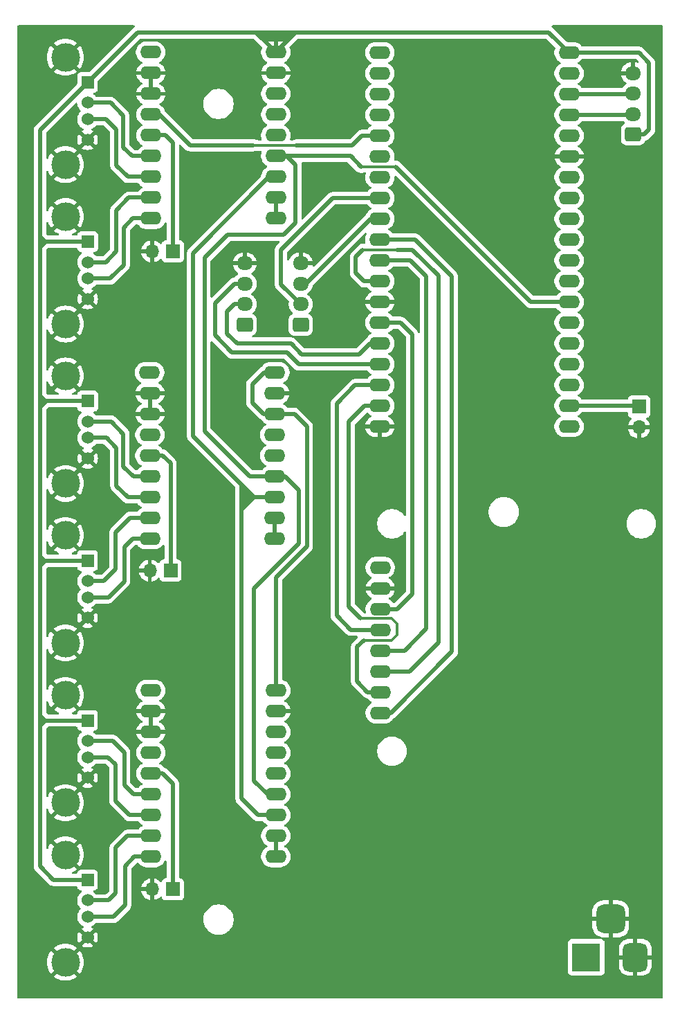
<source format=gbl>
G04 #@! TF.GenerationSoftware,KiCad,Pcbnew,8.0.1*
G04 #@! TF.CreationDate,2024-06-28T04:03:20+07:00*
G04 #@! TF.ProjectId,kicad-weight-scale-6-ch,6b696361-642d-4776-9569-6768742d7363,rev?*
G04 #@! TF.SameCoordinates,Original*
G04 #@! TF.FileFunction,Copper,L2,Bot*
G04 #@! TF.FilePolarity,Positive*
%FSLAX46Y46*%
G04 Gerber Fmt 4.6, Leading zero omitted, Abs format (unit mm)*
G04 Created by KiCad (PCBNEW 8.0.1) date 2024-06-28 04:03:20*
%MOMM*%
%LPD*%
G01*
G04 APERTURE LIST*
G04 Aperture macros list*
%AMRoundRect*
0 Rectangle with rounded corners*
0 $1 Rounding radius*
0 $2 $3 $4 $5 $6 $7 $8 $9 X,Y pos of 4 corners*
0 Add a 4 corners polygon primitive as box body*
4,1,4,$2,$3,$4,$5,$6,$7,$8,$9,$2,$3,0*
0 Add four circle primitives for the rounded corners*
1,1,$1+$1,$2,$3*
1,1,$1+$1,$4,$5*
1,1,$1+$1,$6,$7*
1,1,$1+$1,$8,$9*
0 Add four rect primitives between the rounded corners*
20,1,$1+$1,$2,$3,$4,$5,0*
20,1,$1+$1,$4,$5,$6,$7,0*
20,1,$1+$1,$6,$7,$8,$9,0*
20,1,$1+$1,$8,$9,$2,$3,0*%
G04 Aperture macros list end*
G04 #@! TA.AperFunction,ComponentPad*
%ADD10R,1.700000X1.700000*%
G04 #@! TD*
G04 #@! TA.AperFunction,ComponentPad*
%ADD11O,1.700000X1.700000*%
G04 #@! TD*
G04 #@! TA.AperFunction,ComponentPad*
%ADD12O,2.600000X1.600000*%
G04 #@! TD*
G04 #@! TA.AperFunction,ComponentPad*
%ADD13R,1.524000X1.524000*%
G04 #@! TD*
G04 #@! TA.AperFunction,ComponentPad*
%ADD14C,1.524000*%
G04 #@! TD*
G04 #@! TA.AperFunction,ComponentPad*
%ADD15C,3.500000*%
G04 #@! TD*
G04 #@! TA.AperFunction,ComponentPad*
%ADD16RoundRect,0.250000X0.725000X-0.600000X0.725000X0.600000X-0.725000X0.600000X-0.725000X-0.600000X0*%
G04 #@! TD*
G04 #@! TA.AperFunction,ComponentPad*
%ADD17O,1.950000X1.700000*%
G04 #@! TD*
G04 #@! TA.AperFunction,ComponentPad*
%ADD18R,3.500000X3.500000*%
G04 #@! TD*
G04 #@! TA.AperFunction,ComponentPad*
%ADD19RoundRect,0.750000X0.750000X1.000000X-0.750000X1.000000X-0.750000X-1.000000X0.750000X-1.000000X0*%
G04 #@! TD*
G04 #@! TA.AperFunction,ComponentPad*
%ADD20RoundRect,0.875000X0.875000X0.875000X-0.875000X0.875000X-0.875000X-0.875000X0.875000X-0.875000X0*%
G04 #@! TD*
G04 #@! TA.AperFunction,ViaPad*
%ADD21C,0.700000*%
G04 #@! TD*
G04 #@! TA.AperFunction,Conductor*
%ADD22C,0.500000*%
G04 #@! TD*
G04 #@! TA.AperFunction,Conductor*
%ADD23C,0.300000*%
G04 #@! TD*
G04 APERTURE END LIST*
D10*
X123395000Y-61700000D03*
D11*
X120855000Y-61700000D03*
D12*
X171900000Y-83110000D03*
X171900000Y-80570000D03*
X171900000Y-78030000D03*
X171900000Y-75490000D03*
X171900000Y-72950000D03*
X171900000Y-70410000D03*
X171900000Y-67870000D03*
X171900000Y-65330000D03*
X171900000Y-62790000D03*
X171900000Y-60250000D03*
X171900000Y-57710000D03*
X171900000Y-55170000D03*
X171900000Y-52630000D03*
X171900000Y-50090000D03*
X171900000Y-47550000D03*
X171900000Y-45010000D03*
X171900000Y-42470000D03*
X171900000Y-39930000D03*
X171900000Y-37390000D03*
X148740000Y-37390000D03*
X148740000Y-39930000D03*
X148740000Y-42470000D03*
X148740000Y-45010000D03*
X148740000Y-47550000D03*
X148740000Y-50090000D03*
X148740000Y-52630000D03*
X148740000Y-55170000D03*
X148740000Y-57710000D03*
X148740000Y-60250000D03*
X148740000Y-62790000D03*
X148740000Y-65330000D03*
X148740000Y-67870000D03*
X148740000Y-70410000D03*
X148740000Y-72950000D03*
X148740000Y-75490000D03*
X148740000Y-78030000D03*
X148740000Y-80570000D03*
X148740000Y-83110000D03*
D13*
X112977500Y-60500000D03*
D14*
X112977500Y-63000000D03*
X112977500Y-65000000D03*
X112977500Y-67500000D03*
D15*
X110267500Y-57430000D03*
X110267500Y-70570000D03*
D13*
X112960000Y-99500000D03*
D14*
X112960000Y-102000000D03*
X112960000Y-104000000D03*
X112960000Y-106500000D03*
D15*
X110250000Y-96430000D03*
X110250000Y-109570000D03*
D13*
X112960000Y-119050000D03*
D14*
X112960000Y-121550000D03*
X112960000Y-123550000D03*
X112960000Y-126050000D03*
D15*
X110250000Y-115980000D03*
X110250000Y-129120000D03*
D12*
X136000000Y-135700000D03*
X136000000Y-133160000D03*
X136000000Y-130620000D03*
X136000000Y-128080000D03*
X136000000Y-125540000D03*
X136000000Y-123000000D03*
X136000000Y-120460000D03*
X136000000Y-117920000D03*
X136000000Y-115380000D03*
X120680000Y-115380000D03*
X120720000Y-117920000D03*
X120720000Y-120460000D03*
X120720000Y-123000000D03*
X120720000Y-125540000D03*
X120720000Y-128080000D03*
X120720000Y-130620000D03*
X120720000Y-133160000D03*
X120720000Y-135700000D03*
X135880000Y-96820000D03*
X135880000Y-94280000D03*
X135880000Y-91740000D03*
X135880000Y-89200000D03*
X135880000Y-86660000D03*
X135880000Y-84120000D03*
X135880000Y-81580000D03*
X135880000Y-79040000D03*
X135880000Y-76500000D03*
X120560000Y-76500000D03*
X120600000Y-79040000D03*
X120600000Y-81580000D03*
X120600000Y-84120000D03*
X120600000Y-86660000D03*
X120600000Y-89200000D03*
X120600000Y-91740000D03*
X120600000Y-94280000D03*
X120600000Y-96820000D03*
D10*
X123395000Y-139700000D03*
D11*
X120855000Y-139700000D03*
D13*
X112960000Y-138550000D03*
D14*
X112960000Y-141050000D03*
X112960000Y-143050000D03*
X112960000Y-145550000D03*
D15*
X110250000Y-135480000D03*
X110250000Y-148620000D03*
D13*
X112960000Y-41020000D03*
D14*
X112960000Y-43520000D03*
X112960000Y-45520000D03*
X112960000Y-48020000D03*
D15*
X110250000Y-37950000D03*
X110250000Y-51090000D03*
D10*
X123120000Y-100700000D03*
D11*
X120580000Y-100700000D03*
D13*
X112977500Y-80000000D03*
D14*
X112977500Y-82500000D03*
X112977500Y-84500000D03*
X112977500Y-87000000D03*
D15*
X110267500Y-76930000D03*
X110267500Y-90070000D03*
D16*
X139050000Y-70650000D03*
D17*
X139050000Y-68150000D03*
X139050000Y-65650000D03*
X139050000Y-63150000D03*
D16*
X179725000Y-47400000D03*
D17*
X179725000Y-44900000D03*
X179725000Y-42400000D03*
X179725000Y-39900000D03*
D12*
X148780000Y-100340000D03*
X148780000Y-102880000D03*
X148780000Y-105420000D03*
X148780000Y-107960000D03*
X148780000Y-110500000D03*
X148780000Y-113040000D03*
X148780000Y-115580000D03*
X148780000Y-118120000D03*
D10*
X180450000Y-80675000D03*
D11*
X180450000Y-83215000D03*
D12*
X136000000Y-57660000D03*
X136000000Y-55120000D03*
X136000000Y-52580000D03*
X136000000Y-50040000D03*
X136000000Y-47500000D03*
X136000000Y-44960000D03*
X136000000Y-42420000D03*
X136000000Y-39880000D03*
X136000000Y-37340000D03*
X120680000Y-37340000D03*
X120720000Y-39880000D03*
X120720000Y-42420000D03*
X120720000Y-44960000D03*
X120720000Y-47500000D03*
X120720000Y-50040000D03*
X120720000Y-52580000D03*
X120720000Y-55120000D03*
X120720000Y-57660000D03*
D16*
X132200000Y-70650000D03*
D17*
X132200000Y-68150000D03*
X132200000Y-65650000D03*
X132200000Y-63150000D03*
D18*
X174000000Y-148007500D03*
D19*
X180000000Y-148007500D03*
D20*
X177000000Y-143307500D03*
D21*
X142375000Y-53875000D03*
X142325000Y-46725000D03*
X141550000Y-90300000D03*
D22*
X133550000Y-34900000D02*
X119400000Y-34900000D01*
X112960000Y-41020000D02*
X119080000Y-34900000D01*
X108800000Y-138550000D02*
X107150000Y-136900000D01*
X136000000Y-133160000D02*
X136000000Y-135700000D01*
X133550000Y-34900000D02*
X138400000Y-34900000D01*
X107200000Y-80000000D02*
X107150000Y-79950000D01*
X171900000Y-37390000D02*
X169410000Y-34900000D01*
X133150000Y-77900000D02*
X133150000Y-80200000D01*
X181700000Y-38650000D02*
X181700000Y-46800000D01*
X107150000Y-136900000D02*
X107150000Y-119000000D01*
X107150000Y-79950000D02*
X107150000Y-60450000D01*
X107150000Y-60450000D02*
X107150000Y-46830000D01*
X135880000Y-76500000D02*
X134550000Y-76500000D01*
X136000000Y-37340000D02*
X135880000Y-37220000D01*
X139800000Y-83100000D02*
X138280000Y-81580000D01*
X134550000Y-76500000D02*
X133150000Y-77900000D01*
X112977500Y-80000000D02*
X107200000Y-80000000D01*
X112960000Y-99500000D02*
X107150000Y-99500000D01*
X171900000Y-37390000D02*
X180440000Y-37390000D01*
X136000000Y-57700000D02*
X136120000Y-57820000D01*
X112960000Y-138550000D02*
X108800000Y-138550000D01*
X181100000Y-47400000D02*
X179725000Y-47400000D01*
X107200000Y-119050000D02*
X107150000Y-119000000D01*
X136000000Y-101550000D02*
X139800000Y-97750000D01*
X107150000Y-46830000D02*
X112960000Y-41020000D01*
X136000000Y-115380000D02*
X136000000Y-101550000D01*
X133850000Y-35200000D02*
X133550000Y-34900000D01*
X107150000Y-119000000D02*
X107150000Y-99500000D01*
X181700000Y-46800000D02*
X181100000Y-47400000D01*
X112977500Y-60500000D02*
X107200000Y-60500000D01*
X119080000Y-34900000D02*
X119400000Y-34900000D01*
X133860000Y-35200000D02*
X133850000Y-35200000D01*
X136000000Y-37300000D02*
X138400000Y-34900000D01*
X112960000Y-119050000D02*
X107200000Y-119050000D01*
X138280000Y-81580000D02*
X135880000Y-81580000D01*
X138400000Y-34900000D02*
X168950000Y-34900000D01*
X180440000Y-37390000D02*
X181700000Y-38650000D01*
X107200000Y-60500000D02*
X107150000Y-60450000D01*
X139800000Y-97750000D02*
X139800000Y-83100000D01*
X107150000Y-99500000D02*
X107150000Y-79950000D01*
X136000000Y-57660000D02*
X136000000Y-57700000D01*
X136000000Y-55120000D02*
X136000000Y-57660000D01*
X169410000Y-34900000D02*
X168950000Y-34900000D01*
X133150000Y-80200000D02*
X134530000Y-81580000D01*
X134530000Y-81580000D02*
X135880000Y-81580000D01*
X136000000Y-37340000D02*
X136000000Y-37300000D01*
X136000000Y-37340000D02*
X133860000Y-35200000D01*
X135880000Y-94280000D02*
X135880000Y-96820000D01*
X171900000Y-80570000D02*
X180345000Y-80570000D01*
X180345000Y-80570000D02*
X180450000Y-80675000D01*
X130950000Y-68150000D02*
X132200000Y-68150000D01*
X139175000Y-74275000D02*
X137850000Y-72950000D01*
X147525000Y-72950000D02*
X146200000Y-74275000D01*
X131250000Y-72950000D02*
X130050000Y-71750000D01*
X130050000Y-71750000D02*
X130050000Y-69050000D01*
X130050000Y-69050000D02*
X130950000Y-68150000D01*
X148740000Y-72950000D02*
X147525000Y-72950000D01*
X146200000Y-74275000D02*
X139175000Y-74275000D01*
X137850000Y-72950000D02*
X131250000Y-72950000D01*
X128550000Y-68050000D02*
X128550000Y-71950000D01*
X138790000Y-75490000D02*
X148740000Y-75490000D01*
X128550000Y-71950000D02*
X130650000Y-74050000D01*
X132200000Y-65650000D02*
X130950000Y-65650000D01*
X137350000Y-74050000D02*
X138790000Y-75490000D01*
X130650000Y-74050000D02*
X137350000Y-74050000D01*
X130950000Y-65650000D02*
X128550000Y-68050000D01*
X179615000Y-45010000D02*
X179725000Y-44900000D01*
X171900000Y-45010000D02*
X179615000Y-45010000D01*
X179655000Y-42470000D02*
X179725000Y-42400000D01*
X171900000Y-42470000D02*
X179655000Y-42470000D01*
X139650000Y-65650000D02*
X147590000Y-57710000D01*
X139050000Y-65650000D02*
X139650000Y-65650000D01*
X147590000Y-57710000D02*
X148740000Y-57710000D01*
X139050000Y-68150000D02*
X136650000Y-65750000D01*
X136650000Y-61500000D02*
X142980000Y-55170000D01*
X136650000Y-65750000D02*
X136650000Y-61500000D01*
X142980000Y-55170000D02*
X148740000Y-55170000D01*
X122500000Y-47500000D02*
X120720000Y-47500000D01*
X123395000Y-50447233D02*
X123400000Y-50442233D01*
X123395000Y-61700000D02*
X123395000Y-50447233D01*
X123400000Y-50442233D02*
X123400000Y-48400000D01*
X123400000Y-48400000D02*
X122500000Y-47500000D01*
X123120000Y-87620000D02*
X122160000Y-86660000D01*
X123120000Y-100700000D02*
X123120000Y-87620000D01*
X122160000Y-86660000D02*
X120600000Y-86660000D01*
X123395000Y-139700000D02*
X123395000Y-126795000D01*
X123395000Y-126795000D02*
X122140000Y-125540000D01*
X122140000Y-125540000D02*
X120720000Y-125540000D01*
X112960000Y-43520000D02*
X115770000Y-43520000D01*
X115770000Y-43520000D02*
X117300000Y-45050000D01*
X113340000Y-43540000D02*
X113330000Y-43550000D01*
X117300000Y-45050000D02*
X117300000Y-48950000D01*
X117300000Y-48950000D02*
X118390000Y-50040000D01*
X118390000Y-50040000D02*
X120720000Y-50040000D01*
X116500000Y-46800000D02*
X116500000Y-51200000D01*
X112960000Y-45520000D02*
X115220000Y-45520000D01*
X113440000Y-45540000D02*
X113430000Y-45550000D01*
X115220000Y-45520000D02*
X116500000Y-46800000D01*
X116500000Y-51200000D02*
X117880000Y-52580000D01*
X117880000Y-52580000D02*
X120720000Y-52580000D01*
X118550000Y-89200000D02*
X120600000Y-89200000D01*
X112977500Y-82500000D02*
X115850000Y-82500000D01*
X117350000Y-88000000D02*
X118550000Y-89200000D01*
X117350000Y-84000000D02*
X117350000Y-88000000D01*
X115850000Y-82500000D02*
X117350000Y-84000000D01*
X117890000Y-91740000D02*
X120600000Y-91740000D01*
X116500000Y-90350000D02*
X117890000Y-91740000D01*
X115250000Y-84500000D02*
X116500000Y-85750000D01*
X112977500Y-84500000D02*
X115250000Y-84500000D01*
X116500000Y-85750000D02*
X116500000Y-90350000D01*
X116400000Y-100550000D02*
X116400000Y-96050000D01*
X114950000Y-102000000D02*
X116400000Y-100550000D01*
X116400000Y-96050000D02*
X118170000Y-94280000D01*
X112960000Y-102000000D02*
X114950000Y-102000000D01*
X118170000Y-94280000D02*
X120600000Y-94280000D01*
X115500000Y-104000000D02*
X117450000Y-102050000D01*
X117450000Y-97850000D02*
X118480000Y-96820000D01*
X112960000Y-104000000D02*
X115500000Y-104000000D01*
X117450000Y-102050000D02*
X117450000Y-97850000D01*
X118480000Y-96820000D02*
X120600000Y-96820000D01*
X112960000Y-143050000D02*
X116150000Y-143050000D01*
X117550000Y-141650000D02*
X117550000Y-136850000D01*
X116150000Y-143050000D02*
X117550000Y-141650000D01*
X118700000Y-135700000D02*
X120720000Y-135700000D01*
X117550000Y-136850000D02*
X118700000Y-135700000D01*
X117840000Y-133160000D02*
X116400000Y-134600000D01*
X116400000Y-140200000D02*
X115550000Y-141050000D01*
X120720000Y-133160000D02*
X117840000Y-133160000D01*
X116400000Y-134600000D02*
X116400000Y-140200000D01*
X115550000Y-141050000D02*
X112960000Y-141050000D01*
X118080000Y-130620000D02*
X116350000Y-128890000D01*
X115450000Y-123550000D02*
X116350000Y-124450000D01*
X116350000Y-124450000D02*
X116350000Y-128250000D01*
X118080000Y-130620000D02*
X120720000Y-130620000D01*
X112960000Y-123550000D02*
X115450000Y-123550000D01*
X116350000Y-128890000D02*
X116350000Y-128250000D01*
X117450000Y-126950000D02*
X117450000Y-122950000D01*
X117450000Y-122950000D02*
X116050000Y-121550000D01*
X118580000Y-128080000D02*
X117450000Y-126950000D01*
X120720000Y-128080000D02*
X118580000Y-128080000D01*
X116050000Y-121550000D02*
X112960000Y-121550000D01*
X112977500Y-63000000D02*
X115200000Y-63000000D01*
X116500000Y-56650000D02*
X118030000Y-55120000D01*
X118030000Y-55120000D02*
X120720000Y-55120000D01*
X115200000Y-63000000D02*
X116500000Y-61700000D01*
X116500000Y-61700000D02*
X116500000Y-56650000D01*
X134200000Y-91740000D02*
X131865000Y-91740000D01*
X133340000Y-91740000D02*
X131800000Y-93280000D01*
X136000000Y-130620000D02*
X133820000Y-130620000D01*
X133340000Y-91740000D02*
X134200000Y-91740000D01*
X131800000Y-95700000D02*
X131800000Y-93280000D01*
X135195000Y-52580000D02*
X136000000Y-52580000D01*
X131865000Y-91740000D02*
X131800000Y-91675000D01*
X125875000Y-61900000D02*
X125875000Y-84275000D01*
X133820000Y-130620000D02*
X131800000Y-128600000D01*
X125875000Y-61900000D02*
X135195000Y-52580000D01*
X131800000Y-93280000D02*
X131800000Y-91675000D01*
X131800000Y-90200000D02*
X133340000Y-91740000D01*
X125875000Y-84275000D02*
X131800000Y-90200000D01*
X135880000Y-91740000D02*
X134200000Y-91740000D01*
X131800000Y-128600000D02*
X131800000Y-95700000D01*
X131800000Y-91675000D02*
X131800000Y-90200000D01*
X120720000Y-44960000D02*
X121760000Y-44960000D01*
X125500000Y-48700000D02*
X133200000Y-48700000D01*
D23*
X133650000Y-48750000D02*
X138500000Y-48750000D01*
D22*
X125450000Y-48650000D02*
X125500000Y-48700000D01*
D23*
X133200000Y-48700000D02*
X133600000Y-48700000D01*
D22*
X146550000Y-47550000D02*
X148740000Y-47550000D01*
X138500000Y-48750000D02*
X145350000Y-48750000D01*
X145350000Y-48750000D02*
X146550000Y-47550000D01*
D23*
X133600000Y-48700000D02*
X133650000Y-48750000D01*
D22*
X121760000Y-44960000D02*
X125450000Y-48650000D01*
X134980000Y-128080000D02*
X136000000Y-128080000D01*
X137100000Y-89200000D02*
X138800000Y-90900000D01*
X132800000Y-89200000D02*
X127275000Y-83675000D01*
X133325000Y-126425000D02*
X134980000Y-128080000D01*
X167220000Y-67870000D02*
X150700000Y-51350000D01*
X127275000Y-62475000D02*
X130075000Y-59675000D01*
X135880000Y-89200000D02*
X137100000Y-89200000D01*
X130075000Y-59675000D02*
X136975000Y-59675000D01*
X136000000Y-50040000D02*
X145140000Y-50040000D01*
X137340000Y-50040000D02*
X136000000Y-50040000D01*
D23*
X150700000Y-51350000D02*
X146450000Y-51350000D01*
D22*
X133325000Y-102875000D02*
X133325000Y-126425000D01*
X145140000Y-50040000D02*
X146450000Y-51350000D01*
X138800000Y-97400000D02*
X133325000Y-102875000D01*
X138800000Y-90900000D02*
X138800000Y-97400000D01*
X138400000Y-51100000D02*
X137340000Y-50040000D01*
X127275000Y-83675000D02*
X127275000Y-62475000D01*
X136975000Y-59675000D02*
X138400000Y-58250000D01*
X135880000Y-89200000D02*
X132800000Y-89200000D01*
X138400000Y-58250000D02*
X138400000Y-51100000D01*
X171900000Y-67870000D02*
X167220000Y-67870000D01*
X115750000Y-65000000D02*
X117400000Y-63350000D01*
X117400000Y-63350000D02*
X117400000Y-58800000D01*
X118540000Y-57660000D02*
X120720000Y-57660000D01*
X112977500Y-65000000D02*
X115750000Y-65000000D01*
X117400000Y-58800000D02*
X118540000Y-57660000D01*
X154400000Y-107850000D02*
X151750000Y-110500000D01*
X154400000Y-64700000D02*
X154400000Y-107850000D01*
X151750000Y-110500000D02*
X148780000Y-110500000D01*
X152490000Y-62790000D02*
X154400000Y-64700000D01*
X148740000Y-62790000D02*
X152490000Y-62790000D01*
X153090000Y-60290000D02*
X157550000Y-64750000D01*
X150080000Y-118120000D02*
X148780000Y-118120000D01*
X157550000Y-110650000D02*
X150080000Y-118120000D01*
X148740000Y-60250000D02*
X153050000Y-60250000D01*
X157550000Y-64750000D02*
X157550000Y-110650000D01*
X153050000Y-60250000D02*
X153090000Y-60290000D01*
X150880000Y-105420000D02*
X152700000Y-103600000D01*
X148780000Y-105420000D02*
X150880000Y-105420000D01*
X151260000Y-70410000D02*
X148740000Y-70410000D01*
X152700000Y-71850000D02*
X151260000Y-70410000D01*
X152700000Y-103600000D02*
X152700000Y-71850000D01*
X143450000Y-80300000D02*
X145720000Y-78030000D01*
X145160000Y-107960000D02*
X143450000Y-106250000D01*
X145720000Y-78030000D02*
X148740000Y-78030000D01*
X148780000Y-107960000D02*
X145160000Y-107960000D01*
X143450000Y-106250000D02*
X143450000Y-80300000D01*
X155900000Y-64650000D02*
X155900000Y-109500000D01*
X148740000Y-65330000D02*
X146780000Y-65330000D01*
X145800000Y-62650000D02*
X145800000Y-62350000D01*
D23*
X146650000Y-61500000D02*
X150850000Y-61500000D01*
D22*
X150850000Y-61500000D02*
X152750000Y-61500000D01*
X155900000Y-109500000D02*
X152360000Y-113040000D01*
X152750000Y-61500000D02*
X155900000Y-64650000D01*
X146780000Y-65330000D02*
X145800000Y-64350000D01*
X152360000Y-113040000D02*
X148780000Y-113040000D01*
X145800000Y-64350000D02*
X145800000Y-62650000D01*
X145800000Y-62350000D02*
X146650000Y-61500000D01*
D23*
X150200000Y-106600000D02*
X150850000Y-107250000D01*
D22*
X146880000Y-80570000D02*
X148740000Y-80570000D01*
X144900000Y-105100000D02*
X146350000Y-106550000D01*
X146750000Y-109250000D02*
X145950000Y-110050000D01*
D23*
X150850000Y-107250000D02*
X150850000Y-108300000D01*
D22*
X144900000Y-82550000D02*
X146880000Y-80570000D01*
D23*
X146400000Y-106600000D02*
X150200000Y-106600000D01*
X150150000Y-109250000D02*
X147300000Y-109250000D01*
D22*
X145950000Y-110050000D02*
X145950000Y-114300000D01*
D23*
X150850000Y-108300000D02*
X150850000Y-108550000D01*
D22*
X144900000Y-102950000D02*
X144900000Y-82550000D01*
D23*
X150250000Y-109150000D02*
X150150000Y-109250000D01*
D22*
X144900000Y-102950000D02*
X144900000Y-105100000D01*
X147230000Y-115580000D02*
X148780000Y-115580000D01*
X145950000Y-114300000D02*
X147230000Y-115580000D01*
D23*
X150850000Y-108550000D02*
X150250000Y-109150000D01*
X147300000Y-109250000D02*
X146750000Y-109250000D01*
X146350000Y-106550000D02*
X146400000Y-106600000D01*
G04 #@! TA.AperFunction,Conductor*
G36*
X107330203Y-98730649D02*
G01*
X107336681Y-98736681D01*
X108037319Y-99437319D01*
X108070804Y-99498642D01*
X108065820Y-99568334D01*
X108037319Y-99612681D01*
X107336681Y-100313319D01*
X107275358Y-100346804D01*
X107205666Y-100341820D01*
X107149733Y-100299948D01*
X107125316Y-100234484D01*
X107125000Y-100225638D01*
X107125000Y-98824362D01*
X107144685Y-98757323D01*
X107197489Y-98711568D01*
X107266647Y-98701624D01*
X107330203Y-98730649D01*
G37*
G04 #@! TD.AperFunction*
G04 #@! TA.AperFunction,Conductor*
G36*
X132030203Y-90608623D02*
G01*
X132031620Y-90609871D01*
X132860600Y-91351590D01*
X133153160Y-91613354D01*
X133189995Y-91672725D01*
X133188884Y-91742586D01*
X133158917Y-91792680D01*
X132037440Y-92933832D01*
X131976411Y-92967848D01*
X131906678Y-92963470D01*
X131850383Y-92922087D01*
X131825398Y-92856837D01*
X131825000Y-92846916D01*
X131825000Y-90702336D01*
X131844685Y-90635297D01*
X131897489Y-90589542D01*
X131966647Y-90579598D01*
X132030203Y-90608623D01*
G37*
G04 #@! TD.AperFunction*
G04 #@! TA.AperFunction,Conductor*
G36*
X118673733Y-34060185D02*
G01*
X118719488Y-34112989D01*
X118729432Y-34182147D01*
X118700407Y-34245703D01*
X118675628Y-34267573D01*
X118675314Y-34267783D01*
X118675270Y-34267812D01*
X118601588Y-34317044D01*
X118601580Y-34317050D01*
X113197449Y-39721181D01*
X113136126Y-39754666D01*
X113109768Y-39757500D01*
X112150129Y-39757500D01*
X112150123Y-39757501D01*
X112090516Y-39763908D01*
X111955671Y-39814202D01*
X111955664Y-39814206D01*
X111840455Y-39900452D01*
X111840452Y-39900455D01*
X111754206Y-40015664D01*
X111754202Y-40015671D01*
X111703908Y-40150517D01*
X111697501Y-40210116D01*
X111697500Y-40210135D01*
X111697500Y-41169769D01*
X111677815Y-41236808D01*
X111661181Y-41257450D01*
X106567047Y-46351584D01*
X106567043Y-46351589D01*
X106542908Y-46387712D01*
X106542908Y-46387713D01*
X106484914Y-46474508D01*
X106428343Y-46611082D01*
X106428340Y-46611092D01*
X106399500Y-46756079D01*
X106399500Y-46756082D01*
X106399500Y-60376082D01*
X106399500Y-79876082D01*
X106399500Y-99426082D01*
X106399500Y-118926082D01*
X106399500Y-136973918D01*
X106399500Y-136973920D01*
X106399499Y-136973920D01*
X106428340Y-137118907D01*
X106428343Y-137118917D01*
X106484914Y-137255492D01*
X106484915Y-137255494D01*
X106484916Y-137255495D01*
X106510583Y-137293909D01*
X106517812Y-137304727D01*
X106517813Y-137304730D01*
X106567046Y-137378414D01*
X106567052Y-137378421D01*
X107850519Y-138661886D01*
X108217048Y-139028415D01*
X108217049Y-139028416D01*
X108321584Y-139132951D01*
X108321585Y-139132952D01*
X108444498Y-139215080D01*
X108444511Y-139215087D01*
X108581082Y-139271656D01*
X108581087Y-139271658D01*
X108581091Y-139271658D01*
X108581092Y-139271659D01*
X108726079Y-139300500D01*
X108726082Y-139300500D01*
X111579734Y-139300500D01*
X111646773Y-139320185D01*
X111692528Y-139372989D01*
X111703024Y-139411250D01*
X111703908Y-139419483D01*
X111754202Y-139554328D01*
X111754206Y-139554335D01*
X111840452Y-139669544D01*
X111840455Y-139669547D01*
X111955664Y-139755793D01*
X111955671Y-139755797D01*
X111982561Y-139765826D01*
X112090517Y-139806091D01*
X112147613Y-139812229D01*
X112212160Y-139838966D01*
X112252008Y-139896358D01*
X112254502Y-139966184D01*
X112218850Y-140026273D01*
X112205478Y-140037093D01*
X112145375Y-140079177D01*
X111989175Y-140235377D01*
X111862466Y-140416338D01*
X111862465Y-140416340D01*
X111769107Y-140616548D01*
X111769104Y-140616554D01*
X111711930Y-140829929D01*
X111711929Y-140829937D01*
X111692677Y-141049997D01*
X111692677Y-141050002D01*
X111711929Y-141270062D01*
X111711930Y-141270070D01*
X111769104Y-141483445D01*
X111769105Y-141483447D01*
X111769106Y-141483450D01*
X111843946Y-141643946D01*
X111862466Y-141683662D01*
X111862468Y-141683666D01*
X111989170Y-141864615D01*
X111989175Y-141864621D01*
X112086872Y-141962318D01*
X112120357Y-142023641D01*
X112115373Y-142093333D01*
X112086873Y-142137680D01*
X111989172Y-142235381D01*
X111862466Y-142416338D01*
X111862465Y-142416340D01*
X111769107Y-142616548D01*
X111769104Y-142616554D01*
X111711930Y-142829929D01*
X111711929Y-142829937D01*
X111692677Y-143049997D01*
X111692677Y-143050002D01*
X111711929Y-143270062D01*
X111711930Y-143270070D01*
X111769104Y-143483445D01*
X111769105Y-143483447D01*
X111769106Y-143483450D01*
X111803636Y-143557500D01*
X111862466Y-143683662D01*
X111862468Y-143683666D01*
X111989170Y-143864615D01*
X111989175Y-143864621D01*
X112145378Y-144020824D01*
X112145384Y-144020829D01*
X112326333Y-144147531D01*
X112326335Y-144147532D01*
X112326338Y-144147534D01*
X112412891Y-144187894D01*
X112465330Y-144234066D01*
X112484482Y-144301260D01*
X112464266Y-144368141D01*
X112412891Y-144412658D01*
X112326590Y-144452901D01*
X112261811Y-144498258D01*
X112863250Y-145099697D01*
X112782447Y-145121349D01*
X112677554Y-145181909D01*
X112591909Y-145267554D01*
X112531349Y-145372447D01*
X112509697Y-145453250D01*
X111908258Y-144851811D01*
X111862901Y-144916590D01*
X111769579Y-145116720D01*
X111769575Y-145116729D01*
X111712426Y-145330013D01*
X111712424Y-145330023D01*
X111693179Y-145549999D01*
X111693179Y-145550000D01*
X111712424Y-145769976D01*
X111712426Y-145769986D01*
X111769575Y-145983270D01*
X111769580Y-145983284D01*
X111862898Y-146183405D01*
X111862901Y-146183411D01*
X111908258Y-146248187D01*
X111908259Y-146248188D01*
X112509697Y-145646749D01*
X112531349Y-145727553D01*
X112591909Y-145832446D01*
X112677554Y-145918091D01*
X112782447Y-145978651D01*
X112863249Y-146000302D01*
X112261810Y-146601740D01*
X112326590Y-146647099D01*
X112326592Y-146647100D01*
X112526715Y-146740419D01*
X112526729Y-146740424D01*
X112740013Y-146797573D01*
X112740023Y-146797575D01*
X112959999Y-146816821D01*
X112960001Y-146816821D01*
X113179976Y-146797575D01*
X113179986Y-146797573D01*
X113393270Y-146740424D01*
X113393284Y-146740419D01*
X113593407Y-146647100D01*
X113593417Y-146647094D01*
X113658188Y-146601741D01*
X113056750Y-146000302D01*
X113137553Y-145978651D01*
X113242446Y-145918091D01*
X113328091Y-145832446D01*
X113388651Y-145727553D01*
X113410302Y-145646749D01*
X114011741Y-146248188D01*
X114057094Y-146183417D01*
X114057100Y-146183407D01*
X114150419Y-145983284D01*
X114150424Y-145983270D01*
X114207573Y-145769986D01*
X114207575Y-145769976D01*
X114226821Y-145550000D01*
X114226821Y-145549999D01*
X114207575Y-145330023D01*
X114207573Y-145330013D01*
X114150424Y-145116729D01*
X114150420Y-145116720D01*
X114057096Y-144916586D01*
X114011741Y-144851811D01*
X114011740Y-144851810D01*
X113410302Y-145453249D01*
X113388651Y-145372447D01*
X113328091Y-145267554D01*
X113242446Y-145181909D01*
X113137553Y-145121349D01*
X113056750Y-145099697D01*
X113658188Y-144498259D01*
X113658187Y-144498258D01*
X113593411Y-144452901D01*
X113593405Y-144452898D01*
X113507109Y-144412658D01*
X113454669Y-144366486D01*
X113435517Y-144299293D01*
X113455732Y-144232412D01*
X113507109Y-144187894D01*
X113593662Y-144147534D01*
X113774620Y-144020826D01*
X113930826Y-143864620D01*
X113931603Y-143863509D01*
X113938700Y-143853376D01*
X113993277Y-143809751D01*
X114040274Y-143800500D01*
X116223920Y-143800500D01*
X116321462Y-143781096D01*
X116368913Y-143771658D01*
X116505495Y-143715084D01*
X116554729Y-143682186D01*
X116628416Y-143632952D01*
X116740080Y-143521288D01*
X127149500Y-143521288D01*
X127175013Y-143715086D01*
X127181162Y-143761789D01*
X127205703Y-143853376D01*
X127243947Y-143996104D01*
X127306671Y-144147533D01*
X127336776Y-144220212D01*
X127458064Y-144430289D01*
X127458066Y-144430292D01*
X127458067Y-144430293D01*
X127605733Y-144622736D01*
X127605739Y-144622743D01*
X127777256Y-144794260D01*
X127777263Y-144794266D01*
X127890321Y-144881018D01*
X127969711Y-144941936D01*
X128179788Y-145063224D01*
X128403900Y-145156054D01*
X128638211Y-145218838D01*
X128818586Y-145242584D01*
X128878711Y-145250500D01*
X128878712Y-145250500D01*
X129121289Y-145250500D01*
X129169388Y-145244167D01*
X129361789Y-145218838D01*
X129596100Y-145156054D01*
X129820212Y-145063224D01*
X130030289Y-144941936D01*
X130222738Y-144794265D01*
X130394265Y-144622738D01*
X130541936Y-144430289D01*
X130663224Y-144220212D01*
X130756054Y-143996100D01*
X130818838Y-143761789D01*
X130850500Y-143521288D01*
X130850500Y-143278712D01*
X130818838Y-143038211D01*
X130756054Y-142803900D01*
X130663224Y-142579788D01*
X130541936Y-142369711D01*
X130438861Y-142235381D01*
X130394266Y-142177263D01*
X130394260Y-142177256D01*
X130222743Y-142005739D01*
X130222736Y-142005733D01*
X130030293Y-141858067D01*
X130030292Y-141858066D01*
X130030289Y-141858064D01*
X129820212Y-141736776D01*
X129767843Y-141715084D01*
X129596104Y-141643947D01*
X129361785Y-141581161D01*
X129121289Y-141549500D01*
X129121288Y-141549500D01*
X128878712Y-141549500D01*
X128878711Y-141549500D01*
X128638214Y-141581161D01*
X128403895Y-141643947D01*
X128179794Y-141736773D01*
X128179785Y-141736777D01*
X127969706Y-141858067D01*
X127777263Y-142005733D01*
X127777256Y-142005739D01*
X127605739Y-142177256D01*
X127605733Y-142177263D01*
X127458067Y-142369706D01*
X127336777Y-142579785D01*
X127336773Y-142579794D01*
X127243947Y-142803895D01*
X127181161Y-143038214D01*
X127149500Y-143278711D01*
X127149500Y-143521288D01*
X116740080Y-143521288D01*
X118132952Y-142128416D01*
X118204840Y-142020826D01*
X118215084Y-142005495D01*
X118271658Y-141868913D01*
X118285267Y-141800500D01*
X118300500Y-141723920D01*
X118300500Y-137212229D01*
X118320185Y-137145190D01*
X118336819Y-137124548D01*
X118974548Y-136486819D01*
X119035871Y-136453334D01*
X119062229Y-136450500D01*
X119094582Y-136450500D01*
X119161621Y-136470185D01*
X119194900Y-136501615D01*
X119228028Y-136547212D01*
X119228032Y-136547217D01*
X119372786Y-136691971D01*
X119477286Y-136767893D01*
X119538390Y-136812287D01*
X119654607Y-136871503D01*
X119720776Y-136905218D01*
X119720778Y-136905218D01*
X119720781Y-136905220D01*
X119825137Y-136939127D01*
X119915465Y-136968477D01*
X119949831Y-136973920D01*
X120117648Y-137000500D01*
X120117649Y-137000500D01*
X121322351Y-137000500D01*
X121322352Y-137000500D01*
X121524534Y-136968477D01*
X121719219Y-136905220D01*
X121901610Y-136812287D01*
X122054489Y-136701215D01*
X122067213Y-136691971D01*
X122067215Y-136691968D01*
X122067219Y-136691966D01*
X122211966Y-136547219D01*
X122211968Y-136547215D01*
X122211971Y-136547213D01*
X122332284Y-136381614D01*
X122332285Y-136381613D01*
X122332287Y-136381610D01*
X122410015Y-136229059D01*
X122457990Y-136178264D01*
X122525811Y-136161469D01*
X122591945Y-136184006D01*
X122635397Y-136238721D01*
X122644500Y-136285355D01*
X122644500Y-138225500D01*
X122624815Y-138292539D01*
X122572011Y-138338294D01*
X122520505Y-138349500D01*
X122497132Y-138349500D01*
X122497123Y-138349501D01*
X122437516Y-138355908D01*
X122302671Y-138406202D01*
X122302664Y-138406206D01*
X122187455Y-138492452D01*
X122187452Y-138492455D01*
X122101206Y-138607664D01*
X122101202Y-138607671D01*
X122051997Y-138739598D01*
X122010126Y-138795532D01*
X121944661Y-138819949D01*
X121876388Y-138805097D01*
X121848134Y-138783946D01*
X121726082Y-138661894D01*
X121532578Y-138526399D01*
X121318492Y-138426570D01*
X121318486Y-138426567D01*
X121105000Y-138369364D01*
X121105000Y-139266988D01*
X121047993Y-139234075D01*
X120920826Y-139200000D01*
X120789174Y-139200000D01*
X120662007Y-139234075D01*
X120605000Y-139266988D01*
X120605000Y-138369364D01*
X120604999Y-138369364D01*
X120391513Y-138426567D01*
X120391507Y-138426570D01*
X120177422Y-138526399D01*
X120177420Y-138526400D01*
X119983926Y-138661886D01*
X119983920Y-138661891D01*
X119816891Y-138828920D01*
X119816886Y-138828926D01*
X119681400Y-139022420D01*
X119681399Y-139022422D01*
X119581570Y-139236507D01*
X119581567Y-139236513D01*
X119524364Y-139449999D01*
X119524364Y-139450000D01*
X120421988Y-139450000D01*
X120389075Y-139507007D01*
X120355000Y-139634174D01*
X120355000Y-139765826D01*
X120389075Y-139892993D01*
X120421988Y-139950000D01*
X119524364Y-139950000D01*
X119581567Y-140163486D01*
X119581570Y-140163492D01*
X119681399Y-140377578D01*
X119816894Y-140571082D01*
X119983917Y-140738105D01*
X120177421Y-140873600D01*
X120391507Y-140973429D01*
X120391516Y-140973433D01*
X120605000Y-141030634D01*
X120605000Y-140133012D01*
X120662007Y-140165925D01*
X120789174Y-140200000D01*
X120920826Y-140200000D01*
X121047993Y-140165925D01*
X121105000Y-140133012D01*
X121105000Y-141030633D01*
X121318483Y-140973433D01*
X121318492Y-140973429D01*
X121532578Y-140873600D01*
X121726078Y-140738108D01*
X121848133Y-140616053D01*
X121909456Y-140582568D01*
X121979148Y-140587552D01*
X122035082Y-140629423D01*
X122051997Y-140660401D01*
X122101202Y-140792328D01*
X122101206Y-140792335D01*
X122187452Y-140907544D01*
X122187455Y-140907547D01*
X122302664Y-140993793D01*
X122302671Y-140993797D01*
X122437517Y-141044091D01*
X122437516Y-141044091D01*
X122444444Y-141044835D01*
X122497127Y-141050500D01*
X124292872Y-141050499D01*
X124352483Y-141044091D01*
X124487331Y-140993796D01*
X124602546Y-140907546D01*
X124688796Y-140792331D01*
X124739091Y-140657483D01*
X124745500Y-140597873D01*
X124745499Y-138802128D01*
X124739091Y-138742517D01*
X124738002Y-138739598D01*
X124688797Y-138607671D01*
X124688793Y-138607664D01*
X124602547Y-138492455D01*
X124602544Y-138492452D01*
X124487335Y-138406206D01*
X124487328Y-138406202D01*
X124352482Y-138355908D01*
X124352483Y-138355908D01*
X124292883Y-138349501D01*
X124292881Y-138349500D01*
X124292873Y-138349500D01*
X124292865Y-138349500D01*
X124269500Y-138349500D01*
X124202461Y-138329815D01*
X124156706Y-138277011D01*
X124145500Y-138225500D01*
X124145500Y-126721079D01*
X124116659Y-126576092D01*
X124116658Y-126576091D01*
X124116658Y-126576087D01*
X124060084Y-126439505D01*
X124011670Y-126367048D01*
X123994811Y-126341816D01*
X123977954Y-126316586D01*
X122618413Y-124957045D01*
X122569179Y-124924150D01*
X122536355Y-124902218D01*
X122495495Y-124874916D01*
X122495494Y-124874915D01*
X122495492Y-124874914D01*
X122495490Y-124874913D01*
X122358915Y-124818342D01*
X122358907Y-124818340D01*
X122341376Y-124814853D01*
X122279465Y-124782468D01*
X122265252Y-124766123D01*
X122211970Y-124692786D01*
X122211969Y-124692784D01*
X122067213Y-124548028D01*
X121901614Y-124427715D01*
X121895006Y-124424348D01*
X121808917Y-124380483D01*
X121758123Y-124332511D01*
X121741328Y-124264690D01*
X121763865Y-124198555D01*
X121808917Y-124159516D01*
X121901610Y-124112287D01*
X121922770Y-124096913D01*
X122067213Y-123991971D01*
X122067215Y-123991968D01*
X122067219Y-123991966D01*
X122211966Y-123847219D01*
X122211968Y-123847215D01*
X122211971Y-123847213D01*
X122268023Y-123770062D01*
X122332287Y-123681610D01*
X122425220Y-123499219D01*
X122488477Y-123304534D01*
X122520500Y-123102352D01*
X122520500Y-122897648D01*
X122488477Y-122695466D01*
X122425220Y-122500781D01*
X122425218Y-122500778D01*
X122425218Y-122500776D01*
X122381331Y-122414644D01*
X122332287Y-122318390D01*
X122319289Y-122300500D01*
X122211971Y-122152786D01*
X122067213Y-122008028D01*
X121901611Y-121887713D01*
X121808369Y-121840203D01*
X121757574Y-121792229D01*
X121740779Y-121724407D01*
X121763317Y-121658273D01*
X121808371Y-121619234D01*
X121901347Y-121571861D01*
X122066894Y-121451582D01*
X122066895Y-121451582D01*
X122211582Y-121306895D01*
X122211582Y-121306894D01*
X122331859Y-121141349D01*
X122424755Y-120959029D01*
X122487990Y-120764413D01*
X122496609Y-120710000D01*
X121153012Y-120710000D01*
X121185925Y-120652993D01*
X121220000Y-120525826D01*
X121220000Y-120394174D01*
X121185925Y-120267007D01*
X121153012Y-120210000D01*
X122496609Y-120210000D01*
X122487990Y-120155586D01*
X122424755Y-119960970D01*
X122331859Y-119778650D01*
X122211582Y-119613105D01*
X122211582Y-119613104D01*
X122066895Y-119468417D01*
X121901349Y-119348140D01*
X121807820Y-119300485D01*
X121757024Y-119252511D01*
X121740229Y-119184690D01*
X121762766Y-119118555D01*
X121807820Y-119079515D01*
X121901349Y-119031859D01*
X122066894Y-118911582D01*
X122066895Y-118911582D01*
X122211582Y-118766895D01*
X122211582Y-118766894D01*
X122331859Y-118601349D01*
X122424755Y-118419029D01*
X122487990Y-118224413D01*
X122496609Y-118170000D01*
X121153012Y-118170000D01*
X121185925Y-118112993D01*
X121220000Y-117985826D01*
X121220000Y-117854174D01*
X121185925Y-117727007D01*
X121153012Y-117670000D01*
X122496609Y-117670000D01*
X122487990Y-117615586D01*
X122424755Y-117420970D01*
X122331859Y-117238650D01*
X122211582Y-117073105D01*
X122211582Y-117073104D01*
X122066895Y-116928417D01*
X121901349Y-116808140D01*
X121788369Y-116750574D01*
X121737573Y-116702599D01*
X121720778Y-116634779D01*
X121743315Y-116568644D01*
X121788368Y-116529605D01*
X121861610Y-116492287D01*
X121951172Y-116427217D01*
X122027213Y-116371971D01*
X122027215Y-116371968D01*
X122027219Y-116371966D01*
X122171966Y-116227219D01*
X122171968Y-116227215D01*
X122171971Y-116227213D01*
X122224732Y-116154590D01*
X122292287Y-116061610D01*
X122385220Y-115879219D01*
X122448477Y-115684534D01*
X122480500Y-115482352D01*
X122480500Y-115277648D01*
X122448477Y-115075466D01*
X122385220Y-114880781D01*
X122385218Y-114880778D01*
X122385218Y-114880776D01*
X122333061Y-114778414D01*
X122292287Y-114698390D01*
X122261120Y-114655492D01*
X122171971Y-114532786D01*
X122027213Y-114388028D01*
X121861613Y-114267715D01*
X121861612Y-114267714D01*
X121861610Y-114267713D01*
X121804384Y-114238555D01*
X121679223Y-114174781D01*
X121484534Y-114111522D01*
X121309995Y-114083878D01*
X121282352Y-114079500D01*
X120077648Y-114079500D01*
X120053329Y-114083351D01*
X119875465Y-114111522D01*
X119680776Y-114174781D01*
X119498386Y-114267715D01*
X119332786Y-114388028D01*
X119188028Y-114532786D01*
X119067715Y-114698386D01*
X118974781Y-114880776D01*
X118911522Y-115075465D01*
X118879500Y-115277648D01*
X118879500Y-115482351D01*
X118911522Y-115684534D01*
X118974781Y-115879223D01*
X119067715Y-116061613D01*
X119188028Y-116227213D01*
X119332786Y-116371971D01*
X119498385Y-116492284D01*
X119498387Y-116492285D01*
X119498390Y-116492287D01*
X119571629Y-116529604D01*
X119611629Y-116549985D01*
X119662425Y-116597960D01*
X119679220Y-116665781D01*
X119656683Y-116731915D01*
X119611630Y-116770954D01*
X119538653Y-116808138D01*
X119373105Y-116928417D01*
X119373104Y-116928417D01*
X119228417Y-117073104D01*
X119228417Y-117073105D01*
X119108140Y-117238650D01*
X119015244Y-117420970D01*
X118952009Y-117615586D01*
X118943391Y-117670000D01*
X120286988Y-117670000D01*
X120254075Y-117727007D01*
X120220000Y-117854174D01*
X120220000Y-117985826D01*
X120254075Y-118112993D01*
X120286988Y-118170000D01*
X118943391Y-118170000D01*
X118952009Y-118224413D01*
X119015244Y-118419029D01*
X119108140Y-118601349D01*
X119228417Y-118766894D01*
X119228417Y-118766895D01*
X119373104Y-118911582D01*
X119538650Y-119031859D01*
X119632179Y-119079515D01*
X119682975Y-119127490D01*
X119699770Y-119195311D01*
X119677232Y-119261446D01*
X119632179Y-119300485D01*
X119538650Y-119348140D01*
X119373105Y-119468417D01*
X119373104Y-119468417D01*
X119228417Y-119613104D01*
X119228417Y-119613105D01*
X119108140Y-119778650D01*
X119015244Y-119960970D01*
X118952009Y-120155586D01*
X118943391Y-120210000D01*
X120286988Y-120210000D01*
X120254075Y-120267007D01*
X120220000Y-120394174D01*
X120220000Y-120525826D01*
X120254075Y-120652993D01*
X120286988Y-120710000D01*
X118943391Y-120710000D01*
X118952009Y-120764413D01*
X119015244Y-120959029D01*
X119108140Y-121141349D01*
X119228417Y-121306894D01*
X119228417Y-121306895D01*
X119373104Y-121451582D01*
X119538652Y-121571861D01*
X119631628Y-121619234D01*
X119682425Y-121667208D01*
X119699220Y-121735029D01*
X119676683Y-121801164D01*
X119631630Y-121840203D01*
X119538388Y-121887713D01*
X119372786Y-122008028D01*
X119228028Y-122152786D01*
X119107715Y-122318386D01*
X119014781Y-122500776D01*
X118951522Y-122695465D01*
X118938163Y-122779815D01*
X118919500Y-122897648D01*
X118919500Y-123102352D01*
X118921749Y-123116550D01*
X118951522Y-123304534D01*
X119014781Y-123499223D01*
X119107715Y-123681613D01*
X119228028Y-123847213D01*
X119372786Y-123991971D01*
X119527749Y-124104556D01*
X119538390Y-124112287D01*
X119625334Y-124156587D01*
X119631080Y-124159515D01*
X119681876Y-124207490D01*
X119698671Y-124275311D01*
X119676134Y-124341446D01*
X119631080Y-124380485D01*
X119538386Y-124427715D01*
X119372786Y-124548028D01*
X119228028Y-124692786D01*
X119107715Y-124858386D01*
X119014781Y-125040776D01*
X118951522Y-125235465D01*
X118919500Y-125437648D01*
X118919500Y-125642351D01*
X118951522Y-125844534D01*
X119014781Y-126039223D01*
X119107715Y-126221613D01*
X119228028Y-126387213D01*
X119372786Y-126531971D01*
X119526864Y-126643913D01*
X119538390Y-126652287D01*
X119629840Y-126698883D01*
X119631080Y-126699515D01*
X119681876Y-126747490D01*
X119698671Y-126815311D01*
X119676134Y-126881446D01*
X119631080Y-126920485D01*
X119538386Y-126967715D01*
X119372786Y-127088028D01*
X119228032Y-127232782D01*
X119228028Y-127232787D01*
X119194900Y-127278385D01*
X119139571Y-127321051D01*
X119094582Y-127329500D01*
X118942229Y-127329500D01*
X118875190Y-127309815D01*
X118854548Y-127293181D01*
X118236819Y-126675451D01*
X118203334Y-126614128D01*
X118200500Y-126587770D01*
X118200500Y-122876079D01*
X118171659Y-122731092D01*
X118171658Y-122731091D01*
X118171658Y-122731087D01*
X118171656Y-122731082D01*
X118115087Y-122594511D01*
X118115085Y-122594507D01*
X118115084Y-122594505D01*
X118069368Y-122526086D01*
X118032952Y-122471584D01*
X117285775Y-121724407D01*
X116528421Y-120967052D01*
X116528414Y-120967046D01*
X116452523Y-120916338D01*
X116452523Y-120916339D01*
X116405491Y-120884913D01*
X116268917Y-120828343D01*
X116268907Y-120828340D01*
X116123920Y-120799500D01*
X116123918Y-120799500D01*
X114040274Y-120799500D01*
X113973235Y-120779815D01*
X113938700Y-120746624D01*
X113930828Y-120735382D01*
X113905446Y-120710000D01*
X113774620Y-120579174D01*
X113774616Y-120579171D01*
X113774615Y-120579170D01*
X113714522Y-120537093D01*
X113670897Y-120482517D01*
X113663703Y-120413018D01*
X113695226Y-120350663D01*
X113755455Y-120315249D01*
X113772390Y-120312228D01*
X113829483Y-120306091D01*
X113964331Y-120255796D01*
X114079546Y-120169546D01*
X114165796Y-120054331D01*
X114216091Y-119919483D01*
X114222500Y-119859873D01*
X114222499Y-118240128D01*
X114216091Y-118180517D01*
X114215595Y-118179188D01*
X114165797Y-118045671D01*
X114165793Y-118045664D01*
X114079547Y-117930455D01*
X114079544Y-117930452D01*
X113964335Y-117844206D01*
X113964328Y-117844202D01*
X113829482Y-117793908D01*
X113829483Y-117793908D01*
X113769883Y-117787501D01*
X113769881Y-117787500D01*
X113769873Y-117787500D01*
X113769864Y-117787500D01*
X112150129Y-117787500D01*
X112150123Y-117787501D01*
X112090516Y-117793908D01*
X111955671Y-117844202D01*
X111955664Y-117844206D01*
X111840455Y-117930452D01*
X111840452Y-117930455D01*
X111754206Y-118045664D01*
X111754202Y-118045671D01*
X111703908Y-118180516D01*
X111703023Y-118188756D01*
X111676285Y-118253307D01*
X111618892Y-118293155D01*
X111579734Y-118299500D01*
X111165501Y-118299500D01*
X111098462Y-118279815D01*
X111052707Y-118227011D01*
X111042763Y-118157853D01*
X111071788Y-118094297D01*
X111110657Y-118064288D01*
X111377406Y-117932741D01*
X111377419Y-117932734D01*
X111622648Y-117768877D01*
X111656039Y-117739593D01*
X110868533Y-116952086D01*
X110999175Y-116857171D01*
X111127171Y-116729175D01*
X111222086Y-116598533D01*
X112009593Y-117386039D01*
X112038877Y-117352648D01*
X112202734Y-117107419D01*
X112202741Y-117107406D01*
X112333187Y-116842888D01*
X112427994Y-116563599D01*
X112427998Y-116563584D01*
X112485535Y-116274324D01*
X112485537Y-116274312D01*
X112504827Y-115980000D01*
X112485537Y-115685687D01*
X112485535Y-115685675D01*
X112427998Y-115396415D01*
X112427994Y-115396400D01*
X112333187Y-115117111D01*
X112202741Y-114852593D01*
X112202734Y-114852580D01*
X112038876Y-114607350D01*
X112009593Y-114573958D01*
X111222086Y-115361465D01*
X111127171Y-115230825D01*
X110999175Y-115102829D01*
X110868533Y-115007912D01*
X111656040Y-114220405D01*
X111622649Y-114191123D01*
X111377419Y-114027265D01*
X111377406Y-114027258D01*
X111112888Y-113896812D01*
X110833599Y-113802005D01*
X110833584Y-113802001D01*
X110544324Y-113744464D01*
X110544312Y-113744462D01*
X110250000Y-113725172D01*
X109955687Y-113744462D01*
X109955675Y-113744464D01*
X109666415Y-113802001D01*
X109666400Y-113802005D01*
X109387111Y-113896812D01*
X109122593Y-114027258D01*
X109122580Y-114027265D01*
X108877346Y-114191126D01*
X108877339Y-114191131D01*
X108843959Y-114220403D01*
X108843959Y-114220405D01*
X109631466Y-115007912D01*
X109500825Y-115102829D01*
X109372829Y-115230825D01*
X109277912Y-115361466D01*
X108490405Y-114573959D01*
X108490403Y-114573959D01*
X108461131Y-114607339D01*
X108461126Y-114607346D01*
X108297265Y-114852580D01*
X108297258Y-114852593D01*
X108166812Y-115117111D01*
X108141919Y-115190444D01*
X108101730Y-115247598D01*
X108037021Y-115273951D01*
X107968336Y-115261137D01*
X107917483Y-115213222D01*
X107900500Y-115150585D01*
X107900500Y-110399414D01*
X107920185Y-110332375D01*
X107972989Y-110286620D01*
X108042147Y-110276676D01*
X108105703Y-110305701D01*
X108141919Y-110359556D01*
X108166811Y-110432886D01*
X108297258Y-110697406D01*
X108297265Y-110697419D01*
X108461123Y-110942649D01*
X108490405Y-110976040D01*
X109277912Y-110188532D01*
X109372829Y-110319175D01*
X109500825Y-110447171D01*
X109631465Y-110542086D01*
X108843958Y-111329593D01*
X108877350Y-111358876D01*
X109122580Y-111522734D01*
X109122593Y-111522741D01*
X109387111Y-111653187D01*
X109666400Y-111747994D01*
X109666415Y-111747998D01*
X109955675Y-111805535D01*
X109955687Y-111805537D01*
X110250000Y-111824827D01*
X110544312Y-111805537D01*
X110544324Y-111805535D01*
X110833584Y-111747998D01*
X110833599Y-111747994D01*
X111112888Y-111653187D01*
X111377406Y-111522741D01*
X111377419Y-111522734D01*
X111622648Y-111358877D01*
X111656039Y-111329593D01*
X110868533Y-110542086D01*
X110999175Y-110447171D01*
X111127171Y-110319175D01*
X111222086Y-110188533D01*
X112009593Y-110976039D01*
X112038877Y-110942648D01*
X112202734Y-110697419D01*
X112202741Y-110697406D01*
X112333187Y-110432888D01*
X112427994Y-110153599D01*
X112427998Y-110153584D01*
X112485535Y-109864324D01*
X112485537Y-109864312D01*
X112504827Y-109570000D01*
X112485537Y-109275687D01*
X112485535Y-109275675D01*
X112427998Y-108986415D01*
X112427994Y-108986400D01*
X112333187Y-108707111D01*
X112202741Y-108442593D01*
X112202734Y-108442580D01*
X112038876Y-108197350D01*
X112009593Y-108163958D01*
X111222086Y-108951465D01*
X111127171Y-108820825D01*
X110999175Y-108692829D01*
X110868533Y-108597912D01*
X111656040Y-107810405D01*
X111622649Y-107781123D01*
X111377419Y-107617265D01*
X111377406Y-107617258D01*
X111112888Y-107486812D01*
X110833599Y-107392005D01*
X110833584Y-107392001D01*
X110544324Y-107334464D01*
X110544312Y-107334462D01*
X110250000Y-107315172D01*
X109955687Y-107334462D01*
X109955675Y-107334464D01*
X109666415Y-107392001D01*
X109666400Y-107392005D01*
X109387111Y-107486812D01*
X109122593Y-107617258D01*
X109122580Y-107617265D01*
X108877346Y-107781126D01*
X108877339Y-107781131D01*
X108843959Y-107810403D01*
X108843959Y-107810405D01*
X109631466Y-108597912D01*
X109500825Y-108692829D01*
X109372829Y-108820825D01*
X109277912Y-108951466D01*
X108490405Y-108163959D01*
X108490403Y-108163959D01*
X108461131Y-108197339D01*
X108461126Y-108197346D01*
X108297265Y-108442580D01*
X108297258Y-108442593D01*
X108166812Y-108707111D01*
X108141919Y-108780444D01*
X108101730Y-108837598D01*
X108037021Y-108863951D01*
X107968336Y-108851137D01*
X107917483Y-108803222D01*
X107900500Y-108740585D01*
X107900500Y-100515746D01*
X107920185Y-100448707D01*
X107936819Y-100428065D01*
X108078065Y-100286819D01*
X108139388Y-100253334D01*
X108165746Y-100250500D01*
X111579734Y-100250500D01*
X111646773Y-100270185D01*
X111692528Y-100322989D01*
X111703024Y-100361250D01*
X111703908Y-100369483D01*
X111754202Y-100504328D01*
X111754206Y-100504335D01*
X111840452Y-100619544D01*
X111840455Y-100619547D01*
X111955664Y-100705793D01*
X111955671Y-100705797D01*
X112000618Y-100722561D01*
X112090517Y-100756091D01*
X112147613Y-100762229D01*
X112212160Y-100788966D01*
X112252008Y-100846358D01*
X112254502Y-100916184D01*
X112218850Y-100976273D01*
X112205478Y-100987093D01*
X112145375Y-101029177D01*
X111989175Y-101185377D01*
X111862466Y-101366338D01*
X111862465Y-101366340D01*
X111769107Y-101566548D01*
X111769104Y-101566554D01*
X111711930Y-101779929D01*
X111711929Y-101779937D01*
X111692677Y-101999997D01*
X111692677Y-102000002D01*
X111711929Y-102220062D01*
X111711930Y-102220070D01*
X111769104Y-102433445D01*
X111769105Y-102433447D01*
X111769106Y-102433450D01*
X111809234Y-102519505D01*
X111862466Y-102633662D01*
X111862468Y-102633666D01*
X111989170Y-102814615D01*
X111989175Y-102814621D01*
X112086872Y-102912318D01*
X112120357Y-102973641D01*
X112115373Y-103043333D01*
X112086873Y-103087680D01*
X111989172Y-103185381D01*
X111862466Y-103366338D01*
X111862465Y-103366340D01*
X111769107Y-103566548D01*
X111769104Y-103566554D01*
X111711930Y-103779929D01*
X111711929Y-103779937D01*
X111692677Y-103999997D01*
X111692677Y-104000002D01*
X111711929Y-104220062D01*
X111711930Y-104220070D01*
X111769104Y-104433445D01*
X111769105Y-104433447D01*
X111769106Y-104433450D01*
X111834077Y-104572781D01*
X111862466Y-104633662D01*
X111862468Y-104633666D01*
X111989170Y-104814615D01*
X111989175Y-104814621D01*
X112145378Y-104970824D01*
X112145384Y-104970829D01*
X112326333Y-105097531D01*
X112326335Y-105097532D01*
X112326338Y-105097534D01*
X112412891Y-105137894D01*
X112465330Y-105184066D01*
X112484482Y-105251260D01*
X112464266Y-105318141D01*
X112412891Y-105362658D01*
X112326590Y-105402901D01*
X112261811Y-105448258D01*
X112863250Y-106049697D01*
X112782447Y-106071349D01*
X112677554Y-106131909D01*
X112591909Y-106217554D01*
X112531349Y-106322447D01*
X112509697Y-106403250D01*
X111908258Y-105801811D01*
X111862901Y-105866590D01*
X111769579Y-106066720D01*
X111769575Y-106066729D01*
X111712426Y-106280013D01*
X111712424Y-106280023D01*
X111693179Y-106499999D01*
X111693179Y-106500000D01*
X111712424Y-106719976D01*
X111712426Y-106719986D01*
X111769575Y-106933270D01*
X111769580Y-106933284D01*
X111862898Y-107133405D01*
X111862901Y-107133411D01*
X111908258Y-107198187D01*
X111908259Y-107198188D01*
X112509697Y-106596749D01*
X112531349Y-106677553D01*
X112591909Y-106782446D01*
X112677554Y-106868091D01*
X112782447Y-106928651D01*
X112863249Y-106950302D01*
X112261810Y-107551740D01*
X112326590Y-107597099D01*
X112326592Y-107597100D01*
X112526715Y-107690419D01*
X112526729Y-107690424D01*
X112740013Y-107747573D01*
X112740023Y-107747575D01*
X112959999Y-107766821D01*
X112960001Y-107766821D01*
X113179976Y-107747575D01*
X113179986Y-107747573D01*
X113393270Y-107690424D01*
X113393284Y-107690419D01*
X113593407Y-107597100D01*
X113593417Y-107597094D01*
X113658188Y-107551741D01*
X113056750Y-106950302D01*
X113137553Y-106928651D01*
X113242446Y-106868091D01*
X113328091Y-106782446D01*
X113388651Y-106677553D01*
X113410302Y-106596749D01*
X114011741Y-107198188D01*
X114057094Y-107133417D01*
X114057100Y-107133407D01*
X114150419Y-106933284D01*
X114150424Y-106933270D01*
X114207573Y-106719986D01*
X114207575Y-106719976D01*
X114226821Y-106500000D01*
X114226821Y-106499999D01*
X114207575Y-106280023D01*
X114207573Y-106280013D01*
X114150424Y-106066729D01*
X114150420Y-106066720D01*
X114057096Y-105866586D01*
X114011741Y-105801811D01*
X114011740Y-105801810D01*
X113410302Y-106403249D01*
X113388651Y-106322447D01*
X113328091Y-106217554D01*
X113242446Y-106131909D01*
X113137553Y-106071349D01*
X113056750Y-106049697D01*
X113658188Y-105448259D01*
X113658187Y-105448258D01*
X113593411Y-105402901D01*
X113593405Y-105402898D01*
X113507109Y-105362658D01*
X113454669Y-105316486D01*
X113435517Y-105249293D01*
X113455732Y-105182412D01*
X113507109Y-105137894D01*
X113593662Y-105097534D01*
X113774620Y-104970826D01*
X113930826Y-104814620D01*
X113931603Y-104813509D01*
X113938700Y-104803376D01*
X113993277Y-104759751D01*
X114040274Y-104750500D01*
X115573920Y-104750500D01*
X115671462Y-104731096D01*
X115718913Y-104721658D01*
X115855495Y-104665084D01*
X115904729Y-104632186D01*
X115978416Y-104582952D01*
X118032951Y-102528416D01*
X118115084Y-102405495D01*
X118171658Y-102268913D01*
X118181604Y-102218912D01*
X118200500Y-102123920D01*
X118200500Y-98212230D01*
X118220185Y-98145191D01*
X118236819Y-98124549D01*
X118754549Y-97606819D01*
X118815872Y-97573334D01*
X118842230Y-97570500D01*
X118974582Y-97570500D01*
X119041621Y-97590185D01*
X119074900Y-97621615D01*
X119108028Y-97667212D01*
X119108032Y-97667217D01*
X119252786Y-97811971D01*
X119407749Y-97924556D01*
X119418390Y-97932287D01*
X119534607Y-97991503D01*
X119600776Y-98025218D01*
X119600778Y-98025218D01*
X119600781Y-98025220D01*
X119705137Y-98059127D01*
X119795465Y-98088477D01*
X119896557Y-98104488D01*
X119997648Y-98120500D01*
X119997649Y-98120500D01*
X121202351Y-98120500D01*
X121202352Y-98120500D01*
X121404534Y-98088477D01*
X121599219Y-98025220D01*
X121781610Y-97932287D01*
X121914084Y-97836040D01*
X121947213Y-97811971D01*
X121947215Y-97811968D01*
X121947219Y-97811966D01*
X122091966Y-97667219D01*
X122145181Y-97593973D01*
X122200511Y-97551308D01*
X122270125Y-97545329D01*
X122331920Y-97577934D01*
X122366277Y-97638773D01*
X122369500Y-97666859D01*
X122369500Y-99225500D01*
X122349815Y-99292539D01*
X122297011Y-99338294D01*
X122245505Y-99349500D01*
X122222132Y-99349500D01*
X122222123Y-99349501D01*
X122162516Y-99355908D01*
X122027671Y-99406202D01*
X122027664Y-99406206D01*
X121912455Y-99492452D01*
X121912452Y-99492455D01*
X121826206Y-99607664D01*
X121826202Y-99607671D01*
X121776997Y-99739598D01*
X121735126Y-99795532D01*
X121669661Y-99819949D01*
X121601388Y-99805097D01*
X121573134Y-99783946D01*
X121451082Y-99661894D01*
X121257578Y-99526399D01*
X121043492Y-99426570D01*
X121043486Y-99426567D01*
X120830000Y-99369364D01*
X120830000Y-100266988D01*
X120772993Y-100234075D01*
X120645826Y-100200000D01*
X120514174Y-100200000D01*
X120387007Y-100234075D01*
X120330000Y-100266988D01*
X120330000Y-99369364D01*
X120329999Y-99369364D01*
X120116513Y-99426567D01*
X120116507Y-99426570D01*
X119902422Y-99526399D01*
X119902420Y-99526400D01*
X119708926Y-99661886D01*
X119708920Y-99661891D01*
X119541891Y-99828920D01*
X119541886Y-99828926D01*
X119406400Y-100022420D01*
X119406399Y-100022422D01*
X119306570Y-100236507D01*
X119306567Y-100236513D01*
X119249364Y-100449999D01*
X119249364Y-100450000D01*
X120146988Y-100450000D01*
X120114075Y-100507007D01*
X120080000Y-100634174D01*
X120080000Y-100765826D01*
X120114075Y-100892993D01*
X120146988Y-100950000D01*
X119249364Y-100950000D01*
X119306567Y-101163486D01*
X119306570Y-101163492D01*
X119406399Y-101377578D01*
X119541894Y-101571082D01*
X119708917Y-101738105D01*
X119902421Y-101873600D01*
X120116507Y-101973429D01*
X120116516Y-101973433D01*
X120330000Y-102030634D01*
X120330000Y-101133012D01*
X120387007Y-101165925D01*
X120514174Y-101200000D01*
X120645826Y-101200000D01*
X120772993Y-101165925D01*
X120830000Y-101133012D01*
X120830000Y-102030633D01*
X121043483Y-101973433D01*
X121043492Y-101973429D01*
X121257578Y-101873600D01*
X121451078Y-101738108D01*
X121573133Y-101616053D01*
X121634456Y-101582568D01*
X121704148Y-101587552D01*
X121760082Y-101629423D01*
X121776997Y-101660401D01*
X121826202Y-101792328D01*
X121826206Y-101792335D01*
X121912452Y-101907544D01*
X121912455Y-101907547D01*
X122027664Y-101993793D01*
X122027671Y-101993797D01*
X122162517Y-102044091D01*
X122162516Y-102044091D01*
X122169444Y-102044835D01*
X122222127Y-102050500D01*
X124017872Y-102050499D01*
X124077483Y-102044091D01*
X124212331Y-101993796D01*
X124327546Y-101907546D01*
X124413796Y-101792331D01*
X124464091Y-101657483D01*
X124470500Y-101597873D01*
X124470499Y-99802128D01*
X124464091Y-99742517D01*
X124463002Y-99739598D01*
X124413797Y-99607671D01*
X124413793Y-99607664D01*
X124327547Y-99492455D01*
X124327544Y-99492452D01*
X124212335Y-99406206D01*
X124212328Y-99406202D01*
X124077482Y-99355908D01*
X124077483Y-99355908D01*
X124017883Y-99349501D01*
X124017881Y-99349500D01*
X124017873Y-99349500D01*
X124017865Y-99349500D01*
X123994500Y-99349500D01*
X123927461Y-99329815D01*
X123881706Y-99277011D01*
X123870500Y-99225500D01*
X123870500Y-87546079D01*
X123841659Y-87401092D01*
X123841658Y-87401091D01*
X123841658Y-87401087D01*
X123817022Y-87341610D01*
X123785086Y-87264509D01*
X123785085Y-87264507D01*
X123752186Y-87215270D01*
X123752185Y-87215268D01*
X123702956Y-87141589D01*
X123702952Y-87141584D01*
X122638413Y-86077045D01*
X122589179Y-86044150D01*
X122556355Y-86022218D01*
X122515495Y-85994916D01*
X122515494Y-85994915D01*
X122515492Y-85994914D01*
X122515490Y-85994913D01*
X122378917Y-85938343D01*
X122378907Y-85938340D01*
X122233920Y-85909500D01*
X122233918Y-85909500D01*
X122225418Y-85909500D01*
X122158379Y-85889815D01*
X122125100Y-85858385D01*
X122091971Y-85812787D01*
X122091967Y-85812782D01*
X121947213Y-85668028D01*
X121781614Y-85547715D01*
X121775006Y-85544348D01*
X121688917Y-85500483D01*
X121638123Y-85452511D01*
X121621328Y-85384690D01*
X121643865Y-85318555D01*
X121688917Y-85279516D01*
X121781610Y-85232287D01*
X121802770Y-85216913D01*
X121947213Y-85111971D01*
X121947215Y-85111968D01*
X121947219Y-85111966D01*
X122091966Y-84967219D01*
X122091968Y-84967215D01*
X122091971Y-84967213D01*
X122144732Y-84894590D01*
X122212287Y-84801610D01*
X122305220Y-84619219D01*
X122368477Y-84424534D01*
X122400500Y-84222352D01*
X122400500Y-84017648D01*
X122376535Y-83866339D01*
X122368477Y-83815465D01*
X122305218Y-83620776D01*
X122254677Y-83521585D01*
X122212287Y-83438390D01*
X122196782Y-83417049D01*
X122091971Y-83272786D01*
X121947213Y-83128028D01*
X121781611Y-83007713D01*
X121688369Y-82960203D01*
X121637574Y-82912229D01*
X121620779Y-82844407D01*
X121643317Y-82778273D01*
X121688371Y-82739234D01*
X121781347Y-82691861D01*
X121946894Y-82571582D01*
X121946895Y-82571582D01*
X122091582Y-82426895D01*
X122091582Y-82426894D01*
X122211859Y-82261349D01*
X122304755Y-82079029D01*
X122367990Y-81884413D01*
X122376609Y-81830000D01*
X121033012Y-81830000D01*
X121065925Y-81772993D01*
X121100000Y-81645826D01*
X121100000Y-81514174D01*
X121065925Y-81387007D01*
X121033012Y-81330000D01*
X122376609Y-81330000D01*
X122367990Y-81275586D01*
X122304755Y-81080970D01*
X122211859Y-80898650D01*
X122091582Y-80733105D01*
X122091582Y-80733104D01*
X121946895Y-80588417D01*
X121781349Y-80468140D01*
X121687820Y-80420485D01*
X121637024Y-80372511D01*
X121620229Y-80304690D01*
X121642766Y-80238555D01*
X121687820Y-80199515D01*
X121781349Y-80151859D01*
X121946894Y-80031582D01*
X121946895Y-80031582D01*
X122091582Y-79886895D01*
X122091582Y-79886894D01*
X122211859Y-79721349D01*
X122304755Y-79539029D01*
X122367990Y-79344413D01*
X122376609Y-79290000D01*
X121033012Y-79290000D01*
X121065925Y-79232993D01*
X121100000Y-79105826D01*
X121100000Y-78974174D01*
X121065925Y-78847007D01*
X121033012Y-78790000D01*
X122376609Y-78790000D01*
X122367990Y-78735586D01*
X122304755Y-78540970D01*
X122211859Y-78358650D01*
X122091582Y-78193105D01*
X122091582Y-78193104D01*
X121946895Y-78048417D01*
X121781349Y-77928140D01*
X121668369Y-77870574D01*
X121617573Y-77822599D01*
X121600778Y-77754779D01*
X121623315Y-77688644D01*
X121668368Y-77649605D01*
X121741610Y-77612287D01*
X121834905Y-77544505D01*
X121907213Y-77491971D01*
X121907219Y-77491966D01*
X121977607Y-77421578D01*
X122051966Y-77347219D01*
X122051968Y-77347215D01*
X122051971Y-77347213D01*
X122138303Y-77228385D01*
X122172287Y-77181610D01*
X122265220Y-76999219D01*
X122328477Y-76804534D01*
X122360500Y-76602352D01*
X122360500Y-76397648D01*
X122328477Y-76195466D01*
X122322970Y-76178518D01*
X122265218Y-76000776D01*
X122195655Y-75864253D01*
X122172287Y-75818390D01*
X122160810Y-75802593D01*
X122051971Y-75652786D01*
X121907213Y-75508028D01*
X121741613Y-75387715D01*
X121741612Y-75387714D01*
X121741610Y-75387713D01*
X121684653Y-75358691D01*
X121559223Y-75294781D01*
X121364534Y-75231522D01*
X121189995Y-75203878D01*
X121162352Y-75199500D01*
X119957648Y-75199500D01*
X119933329Y-75203351D01*
X119755465Y-75231522D01*
X119560776Y-75294781D01*
X119378386Y-75387715D01*
X119212786Y-75508028D01*
X119068028Y-75652786D01*
X118947715Y-75818386D01*
X118854781Y-76000776D01*
X118791522Y-76195465D01*
X118759500Y-76397648D01*
X118759500Y-76602351D01*
X118791522Y-76804534D01*
X118854781Y-76999223D01*
X118947715Y-77181613D01*
X119068028Y-77347213D01*
X119212786Y-77491971D01*
X119378385Y-77612284D01*
X119378387Y-77612285D01*
X119378390Y-77612287D01*
X119451629Y-77649604D01*
X119491629Y-77669985D01*
X119542425Y-77717960D01*
X119559220Y-77785781D01*
X119536683Y-77851915D01*
X119491630Y-77890954D01*
X119418653Y-77928138D01*
X119253105Y-78048417D01*
X119253104Y-78048417D01*
X119108417Y-78193104D01*
X119108417Y-78193105D01*
X118988140Y-78358650D01*
X118895244Y-78540970D01*
X118832009Y-78735586D01*
X118823391Y-78790000D01*
X120166988Y-78790000D01*
X120134075Y-78847007D01*
X120100000Y-78974174D01*
X120100000Y-79105826D01*
X120134075Y-79232993D01*
X120166988Y-79290000D01*
X118823391Y-79290000D01*
X118832009Y-79344413D01*
X118895244Y-79539029D01*
X118988140Y-79721349D01*
X119108417Y-79886894D01*
X119108417Y-79886895D01*
X119253104Y-80031582D01*
X119418650Y-80151859D01*
X119512179Y-80199515D01*
X119562975Y-80247490D01*
X119579770Y-80315311D01*
X119557232Y-80381446D01*
X119512179Y-80420485D01*
X119418650Y-80468140D01*
X119253105Y-80588417D01*
X119253104Y-80588417D01*
X119108417Y-80733104D01*
X119108417Y-80733105D01*
X118988140Y-80898650D01*
X118895244Y-81080970D01*
X118832009Y-81275586D01*
X118823391Y-81330000D01*
X120166988Y-81330000D01*
X120134075Y-81387007D01*
X120100000Y-81514174D01*
X120100000Y-81645826D01*
X120134075Y-81772993D01*
X120166988Y-81830000D01*
X118823391Y-81830000D01*
X118832009Y-81884413D01*
X118895244Y-82079029D01*
X118988140Y-82261349D01*
X119108417Y-82426894D01*
X119108417Y-82426895D01*
X119253104Y-82571582D01*
X119418652Y-82691861D01*
X119511628Y-82739234D01*
X119562425Y-82787208D01*
X119579220Y-82855029D01*
X119556683Y-82921164D01*
X119511630Y-82960203D01*
X119418388Y-83007713D01*
X119252786Y-83128028D01*
X119108028Y-83272786D01*
X118987715Y-83438386D01*
X118894781Y-83620776D01*
X118831522Y-83815465D01*
X118799500Y-84017648D01*
X118799500Y-84222351D01*
X118831522Y-84424534D01*
X118894781Y-84619223D01*
X118987715Y-84801613D01*
X119108028Y-84967213D01*
X119252786Y-85111971D01*
X119407749Y-85224556D01*
X119418390Y-85232287D01*
X119492769Y-85270185D01*
X119511080Y-85279515D01*
X119561876Y-85327490D01*
X119578671Y-85395311D01*
X119556134Y-85461446D01*
X119511080Y-85500485D01*
X119418386Y-85547715D01*
X119252786Y-85668028D01*
X119108028Y-85812786D01*
X118987715Y-85978386D01*
X118894781Y-86160776D01*
X118831522Y-86355465D01*
X118799500Y-86557648D01*
X118799500Y-86762351D01*
X118831522Y-86964534D01*
X118894781Y-87159223D01*
X118987715Y-87341613D01*
X119108028Y-87507213D01*
X119252786Y-87651971D01*
X119353925Y-87725451D01*
X119418390Y-87772287D01*
X119509840Y-87818883D01*
X119511080Y-87819515D01*
X119561876Y-87867490D01*
X119578671Y-87935311D01*
X119556134Y-88001446D01*
X119511080Y-88040485D01*
X119418386Y-88087715D01*
X119252786Y-88208028D01*
X119108032Y-88352782D01*
X119108028Y-88352787D01*
X119074900Y-88398385D01*
X119019571Y-88441051D01*
X118974582Y-88449500D01*
X118912229Y-88449500D01*
X118845190Y-88429815D01*
X118824548Y-88413181D01*
X118136819Y-87725451D01*
X118103334Y-87664128D01*
X118100500Y-87637770D01*
X118100500Y-83926079D01*
X118071659Y-83781092D01*
X118071658Y-83781091D01*
X118071658Y-83781087D01*
X118058574Y-83749500D01*
X118015087Y-83644511D01*
X118015080Y-83644498D01*
X117932952Y-83521585D01*
X117882193Y-83470826D01*
X117828416Y-83417049D01*
X117455541Y-83044174D01*
X116328421Y-81917052D01*
X116328414Y-81917046D01*
X116252523Y-81866338D01*
X116252523Y-81866339D01*
X116205491Y-81834913D01*
X116068917Y-81778343D01*
X116068907Y-81778340D01*
X115923920Y-81749500D01*
X115923918Y-81749500D01*
X114057774Y-81749500D01*
X113990735Y-81729815D01*
X113956200Y-81696624D01*
X113948328Y-81685382D01*
X113895428Y-81632482D01*
X113792120Y-81529174D01*
X113792116Y-81529171D01*
X113792115Y-81529170D01*
X113732022Y-81487093D01*
X113688397Y-81432517D01*
X113681203Y-81363018D01*
X113712726Y-81300663D01*
X113772955Y-81265249D01*
X113789890Y-81262228D01*
X113846983Y-81256091D01*
X113981831Y-81205796D01*
X114097046Y-81119546D01*
X114183296Y-81004331D01*
X114233591Y-80869483D01*
X114240000Y-80809873D01*
X114239999Y-79190128D01*
X114233591Y-79130517D01*
X114233095Y-79129188D01*
X114183297Y-78995671D01*
X114183293Y-78995664D01*
X114097047Y-78880455D01*
X114097044Y-78880452D01*
X113981835Y-78794206D01*
X113981828Y-78794202D01*
X113846982Y-78743908D01*
X113846983Y-78743908D01*
X113787383Y-78737501D01*
X113787381Y-78737500D01*
X113787373Y-78737500D01*
X113787364Y-78737500D01*
X112167629Y-78737500D01*
X112167623Y-78737501D01*
X112108016Y-78743908D01*
X111973171Y-78794202D01*
X111973164Y-78794206D01*
X111857955Y-78880452D01*
X111857952Y-78880455D01*
X111771706Y-78995664D01*
X111771702Y-78995671D01*
X111721408Y-79130516D01*
X111720523Y-79138756D01*
X111693785Y-79203307D01*
X111636392Y-79243155D01*
X111597234Y-79249500D01*
X111183001Y-79249500D01*
X111115962Y-79229815D01*
X111070207Y-79177011D01*
X111060263Y-79107853D01*
X111089288Y-79044297D01*
X111128157Y-79014288D01*
X111394906Y-78882741D01*
X111394919Y-78882734D01*
X111640148Y-78718877D01*
X111673539Y-78689593D01*
X110886033Y-77902086D01*
X111016675Y-77807171D01*
X111144671Y-77679175D01*
X111239586Y-77548533D01*
X112027093Y-78336039D01*
X112056377Y-78302648D01*
X112220234Y-78057419D01*
X112220241Y-78057406D01*
X112350687Y-77792888D01*
X112445494Y-77513599D01*
X112445498Y-77513584D01*
X112503035Y-77224324D01*
X112503037Y-77224312D01*
X112522327Y-76930000D01*
X112503037Y-76635687D01*
X112503035Y-76635675D01*
X112445498Y-76346415D01*
X112445494Y-76346400D01*
X112350687Y-76067111D01*
X112220241Y-75802593D01*
X112220234Y-75802580D01*
X112056376Y-75557350D01*
X112027093Y-75523958D01*
X111239586Y-76311465D01*
X111144671Y-76180825D01*
X111016675Y-76052829D01*
X110886033Y-75957912D01*
X111673540Y-75170405D01*
X111640149Y-75141123D01*
X111394919Y-74977265D01*
X111394906Y-74977258D01*
X111130388Y-74846812D01*
X110851099Y-74752005D01*
X110851084Y-74752001D01*
X110561824Y-74694464D01*
X110561812Y-74694462D01*
X110267500Y-74675172D01*
X109973187Y-74694462D01*
X109973175Y-74694464D01*
X109683915Y-74752001D01*
X109683900Y-74752005D01*
X109404611Y-74846812D01*
X109140093Y-74977258D01*
X109140080Y-74977265D01*
X108894846Y-75141126D01*
X108894839Y-75141131D01*
X108861459Y-75170403D01*
X108861459Y-75170405D01*
X109648966Y-75957912D01*
X109518325Y-76052829D01*
X109390329Y-76180825D01*
X109295412Y-76311466D01*
X108507905Y-75523959D01*
X108507903Y-75523959D01*
X108478631Y-75557339D01*
X108478626Y-75557346D01*
X108314765Y-75802580D01*
X108314758Y-75802593D01*
X108184312Y-76067111D01*
X108141919Y-76191996D01*
X108101730Y-76249150D01*
X108037021Y-76275503D01*
X107968336Y-76262688D01*
X107917483Y-76214774D01*
X107900500Y-76152137D01*
X107900500Y-71347862D01*
X107920185Y-71280823D01*
X107972989Y-71235068D01*
X108042147Y-71225124D01*
X108105703Y-71254149D01*
X108141919Y-71308003D01*
X108184312Y-71432888D01*
X108314758Y-71697406D01*
X108314765Y-71697419D01*
X108478623Y-71942649D01*
X108507905Y-71976040D01*
X109295412Y-71188532D01*
X109390329Y-71319175D01*
X109518325Y-71447171D01*
X109648965Y-71542086D01*
X108861458Y-72329593D01*
X108894850Y-72358876D01*
X109140080Y-72522734D01*
X109140093Y-72522741D01*
X109404611Y-72653187D01*
X109683900Y-72747994D01*
X109683915Y-72747998D01*
X109973175Y-72805535D01*
X109973187Y-72805537D01*
X110267500Y-72824827D01*
X110561812Y-72805537D01*
X110561824Y-72805535D01*
X110851084Y-72747998D01*
X110851099Y-72747994D01*
X111130388Y-72653187D01*
X111394906Y-72522741D01*
X111394919Y-72522734D01*
X111640148Y-72358877D01*
X111673539Y-72329593D01*
X110886033Y-71542086D01*
X111016675Y-71447171D01*
X111144671Y-71319175D01*
X111239586Y-71188533D01*
X112027093Y-71976039D01*
X112056377Y-71942648D01*
X112220234Y-71697419D01*
X112220241Y-71697406D01*
X112350687Y-71432888D01*
X112445494Y-71153599D01*
X112445498Y-71153584D01*
X112503035Y-70864324D01*
X112503037Y-70864312D01*
X112522327Y-70570000D01*
X112503037Y-70275687D01*
X112503035Y-70275675D01*
X112445498Y-69986415D01*
X112445494Y-69986400D01*
X112350687Y-69707111D01*
X112220241Y-69442593D01*
X112220234Y-69442580D01*
X112056376Y-69197350D01*
X112027093Y-69163958D01*
X111239586Y-69951465D01*
X111144671Y-69820825D01*
X111016675Y-69692829D01*
X110886033Y-69597912D01*
X111673540Y-68810405D01*
X111640149Y-68781123D01*
X111394919Y-68617265D01*
X111394906Y-68617258D01*
X111130388Y-68486812D01*
X110851099Y-68392005D01*
X110851084Y-68392001D01*
X110561824Y-68334464D01*
X110561812Y-68334462D01*
X110267500Y-68315172D01*
X109973187Y-68334462D01*
X109973175Y-68334464D01*
X109683915Y-68392001D01*
X109683900Y-68392005D01*
X109404611Y-68486812D01*
X109140093Y-68617258D01*
X109140080Y-68617265D01*
X108894846Y-68781126D01*
X108894839Y-68781131D01*
X108861459Y-68810403D01*
X108861459Y-68810405D01*
X109648966Y-69597912D01*
X109518325Y-69692829D01*
X109390329Y-69820825D01*
X109295412Y-69951466D01*
X108507905Y-69163959D01*
X108507903Y-69163959D01*
X108478631Y-69197339D01*
X108478626Y-69197346D01*
X108314765Y-69442580D01*
X108314758Y-69442593D01*
X108184312Y-69707111D01*
X108141919Y-69831996D01*
X108101730Y-69889150D01*
X108037021Y-69915503D01*
X107968336Y-69902688D01*
X107917483Y-69854774D01*
X107900500Y-69792137D01*
X107900500Y-61565746D01*
X107920185Y-61498707D01*
X107936819Y-61478065D01*
X108128065Y-61286819D01*
X108189388Y-61253334D01*
X108215746Y-61250500D01*
X111597234Y-61250500D01*
X111664273Y-61270185D01*
X111710028Y-61322989D01*
X111720524Y-61361250D01*
X111721408Y-61369483D01*
X111771702Y-61504328D01*
X111771706Y-61504335D01*
X111857952Y-61619544D01*
X111857955Y-61619547D01*
X111973164Y-61705793D01*
X111973171Y-61705797D01*
X112018118Y-61722561D01*
X112108017Y-61756091D01*
X112165113Y-61762229D01*
X112229660Y-61788966D01*
X112269508Y-61846358D01*
X112272002Y-61916184D01*
X112236350Y-61976273D01*
X112222978Y-61987093D01*
X112162875Y-62029177D01*
X112006675Y-62185377D01*
X111879966Y-62366338D01*
X111879965Y-62366340D01*
X111786607Y-62566548D01*
X111786604Y-62566554D01*
X111729430Y-62779929D01*
X111729429Y-62779937D01*
X111710177Y-62999997D01*
X111710177Y-63000002D01*
X111729429Y-63220062D01*
X111729430Y-63220070D01*
X111786604Y-63433445D01*
X111786605Y-63433447D01*
X111786606Y-63433450D01*
X111849773Y-63568913D01*
X111879966Y-63633662D01*
X111879968Y-63633666D01*
X112006670Y-63814615D01*
X112006675Y-63814621D01*
X112104372Y-63912318D01*
X112137857Y-63973641D01*
X112132873Y-64043333D01*
X112104373Y-64087680D01*
X112006672Y-64185381D01*
X111879966Y-64366338D01*
X111879965Y-64366340D01*
X111786607Y-64566548D01*
X111786604Y-64566554D01*
X111729430Y-64779929D01*
X111729429Y-64779937D01*
X111710177Y-64999997D01*
X111710177Y-65000002D01*
X111729429Y-65220062D01*
X111729430Y-65220070D01*
X111786604Y-65433445D01*
X111786605Y-65433447D01*
X111786606Y-65433450D01*
X111879966Y-65633662D01*
X111879968Y-65633666D01*
X112006670Y-65814615D01*
X112006675Y-65814621D01*
X112162878Y-65970824D01*
X112162884Y-65970829D01*
X112343833Y-66097531D01*
X112343835Y-66097532D01*
X112343838Y-66097534D01*
X112430391Y-66137894D01*
X112482830Y-66184066D01*
X112501982Y-66251260D01*
X112481766Y-66318141D01*
X112430391Y-66362658D01*
X112344090Y-66402901D01*
X112279311Y-66448258D01*
X112880750Y-67049697D01*
X112799947Y-67071349D01*
X112695054Y-67131909D01*
X112609409Y-67217554D01*
X112548849Y-67322447D01*
X112527197Y-67403250D01*
X111925758Y-66801811D01*
X111880401Y-66866590D01*
X111787079Y-67066720D01*
X111787075Y-67066729D01*
X111729926Y-67280013D01*
X111729924Y-67280023D01*
X111710679Y-67499999D01*
X111710679Y-67500000D01*
X111729924Y-67719976D01*
X111729926Y-67719986D01*
X111787075Y-67933270D01*
X111787080Y-67933284D01*
X111880398Y-68133405D01*
X111880401Y-68133411D01*
X111925758Y-68198187D01*
X111925759Y-68198188D01*
X112527197Y-67596749D01*
X112548849Y-67677553D01*
X112609409Y-67782446D01*
X112695054Y-67868091D01*
X112799947Y-67928651D01*
X112880749Y-67950302D01*
X112279310Y-68551740D01*
X112344090Y-68597099D01*
X112344092Y-68597100D01*
X112544215Y-68690419D01*
X112544229Y-68690424D01*
X112757513Y-68747573D01*
X112757523Y-68747575D01*
X112977499Y-68766821D01*
X112977501Y-68766821D01*
X113197476Y-68747575D01*
X113197486Y-68747573D01*
X113410770Y-68690424D01*
X113410784Y-68690419D01*
X113610907Y-68597100D01*
X113610917Y-68597094D01*
X113675688Y-68551741D01*
X113074250Y-67950302D01*
X113155053Y-67928651D01*
X113259946Y-67868091D01*
X113345591Y-67782446D01*
X113406151Y-67677553D01*
X113427802Y-67596749D01*
X114029241Y-68198188D01*
X114074594Y-68133417D01*
X114074600Y-68133407D01*
X114167919Y-67933284D01*
X114167924Y-67933270D01*
X114225073Y-67719986D01*
X114225075Y-67719976D01*
X114244321Y-67500000D01*
X114244321Y-67499999D01*
X114225075Y-67280023D01*
X114225073Y-67280013D01*
X114167924Y-67066729D01*
X114167920Y-67066720D01*
X114074596Y-66866586D01*
X114029241Y-66801811D01*
X114029240Y-66801810D01*
X113427802Y-67403249D01*
X113406151Y-67322447D01*
X113345591Y-67217554D01*
X113259946Y-67131909D01*
X113155053Y-67071349D01*
X113074250Y-67049697D01*
X113675688Y-66448259D01*
X113675687Y-66448258D01*
X113610911Y-66402901D01*
X113610905Y-66402898D01*
X113524609Y-66362658D01*
X113472169Y-66316486D01*
X113453017Y-66249293D01*
X113473232Y-66182412D01*
X113524609Y-66137894D01*
X113611162Y-66097534D01*
X113792120Y-65970826D01*
X113948326Y-65814620D01*
X113949103Y-65813509D01*
X113956200Y-65803376D01*
X114010777Y-65759751D01*
X114057774Y-65750500D01*
X115823920Y-65750500D01*
X115921462Y-65731096D01*
X115968913Y-65721658D01*
X116105495Y-65665084D01*
X116170222Y-65621835D01*
X116228416Y-65582952D01*
X117982951Y-63828416D01*
X118065084Y-63705495D01*
X118121658Y-63568913D01*
X118145110Y-63451017D01*
X118150500Y-63423920D01*
X118150500Y-59162229D01*
X118170185Y-59095190D01*
X118186819Y-59074548D01*
X118814548Y-58446819D01*
X118875871Y-58413334D01*
X118902229Y-58410500D01*
X119094582Y-58410500D01*
X119161621Y-58430185D01*
X119194900Y-58461615D01*
X119228028Y-58507212D01*
X119228032Y-58507217D01*
X119372786Y-58651971D01*
X119527749Y-58764556D01*
X119538390Y-58772287D01*
X119642090Y-58825125D01*
X119720776Y-58865218D01*
X119720778Y-58865218D01*
X119720781Y-58865220D01*
X119787567Y-58886920D01*
X119915465Y-58928477D01*
X120016557Y-58944488D01*
X120117648Y-58960500D01*
X120117649Y-58960500D01*
X121322351Y-58960500D01*
X121322352Y-58960500D01*
X121524534Y-58928477D01*
X121719219Y-58865220D01*
X121901610Y-58772287D01*
X121994590Y-58704732D01*
X122067213Y-58651971D01*
X122067215Y-58651968D01*
X122067219Y-58651966D01*
X122211966Y-58507219D01*
X122211968Y-58507215D01*
X122211971Y-58507213D01*
X122332284Y-58341614D01*
X122332285Y-58341613D01*
X122332287Y-58341610D01*
X122410015Y-58189059D01*
X122457990Y-58138264D01*
X122525811Y-58121469D01*
X122591945Y-58144006D01*
X122635397Y-58198721D01*
X122644500Y-58245355D01*
X122644500Y-60225500D01*
X122624815Y-60292539D01*
X122572011Y-60338294D01*
X122520505Y-60349500D01*
X122497132Y-60349500D01*
X122497123Y-60349501D01*
X122437516Y-60355908D01*
X122302671Y-60406202D01*
X122302664Y-60406206D01*
X122187455Y-60492452D01*
X122187452Y-60492455D01*
X122101206Y-60607664D01*
X122101202Y-60607671D01*
X122051997Y-60739598D01*
X122010126Y-60795532D01*
X121944661Y-60819949D01*
X121876388Y-60805097D01*
X121848134Y-60783946D01*
X121726082Y-60661894D01*
X121532578Y-60526399D01*
X121318492Y-60426570D01*
X121318486Y-60426567D01*
X121105000Y-60369364D01*
X121105000Y-61266988D01*
X121047993Y-61234075D01*
X120920826Y-61200000D01*
X120789174Y-61200000D01*
X120662007Y-61234075D01*
X120605000Y-61266988D01*
X120605000Y-60369364D01*
X120604999Y-60369364D01*
X120391513Y-60426567D01*
X120391507Y-60426570D01*
X120177422Y-60526399D01*
X120177420Y-60526400D01*
X119983926Y-60661886D01*
X119983920Y-60661891D01*
X119816891Y-60828920D01*
X119816886Y-60828926D01*
X119681400Y-61022420D01*
X119681399Y-61022422D01*
X119581570Y-61236507D01*
X119581567Y-61236513D01*
X119524364Y-61449999D01*
X119524364Y-61450000D01*
X120421988Y-61450000D01*
X120389075Y-61507007D01*
X120355000Y-61634174D01*
X120355000Y-61765826D01*
X120389075Y-61892993D01*
X120421988Y-61950000D01*
X119524364Y-61950000D01*
X119581567Y-62163486D01*
X119581570Y-62163492D01*
X119681399Y-62377578D01*
X119816894Y-62571082D01*
X119983917Y-62738105D01*
X120177421Y-62873600D01*
X120391507Y-62973429D01*
X120391516Y-62973433D01*
X120605000Y-63030634D01*
X120605000Y-62133012D01*
X120662007Y-62165925D01*
X120789174Y-62200000D01*
X120920826Y-62200000D01*
X121047993Y-62165925D01*
X121105000Y-62133012D01*
X121105000Y-63030633D01*
X121318483Y-62973433D01*
X121318492Y-62973429D01*
X121532578Y-62873600D01*
X121726078Y-62738108D01*
X121848133Y-62616053D01*
X121909456Y-62582568D01*
X121979148Y-62587552D01*
X122035082Y-62629423D01*
X122051997Y-62660401D01*
X122101202Y-62792328D01*
X122101206Y-62792335D01*
X122187452Y-62907544D01*
X122187455Y-62907547D01*
X122302664Y-62993793D01*
X122302671Y-62993797D01*
X122437517Y-63044091D01*
X122437516Y-63044091D01*
X122444444Y-63044835D01*
X122497127Y-63050500D01*
X124292872Y-63050499D01*
X124352483Y-63044091D01*
X124487331Y-62993796D01*
X124602546Y-62907546D01*
X124688796Y-62792331D01*
X124739091Y-62657483D01*
X124745500Y-62597873D01*
X124745499Y-60802128D01*
X124739091Y-60742517D01*
X124738002Y-60739598D01*
X124688797Y-60607671D01*
X124688793Y-60607664D01*
X124602547Y-60492455D01*
X124602544Y-60492452D01*
X124487335Y-60406206D01*
X124487328Y-60406202D01*
X124352482Y-60355908D01*
X124352483Y-60355908D01*
X124292883Y-60349501D01*
X124292881Y-60349500D01*
X124292873Y-60349500D01*
X124292865Y-60349500D01*
X124269500Y-60349500D01*
X124202461Y-60329815D01*
X124156706Y-60277011D01*
X124145500Y-60225500D01*
X124145500Y-50553500D01*
X124147883Y-50529306D01*
X124148938Y-50524006D01*
X124150500Y-50516151D01*
X124150500Y-48711230D01*
X124170185Y-48644191D01*
X124222989Y-48598436D01*
X124292147Y-48588492D01*
X124355703Y-48617517D01*
X124362181Y-48623549D01*
X124978649Y-49240017D01*
X124978655Y-49240022D01*
X125021585Y-49282952D01*
X125048780Y-49301123D01*
X125062374Y-49310206D01*
X125144501Y-49365082D01*
X125144503Y-49365083D01*
X125144505Y-49365084D01*
X125168240Y-49374915D01*
X125168241Y-49374916D01*
X125168242Y-49374916D01*
X125281088Y-49421659D01*
X125397241Y-49444763D01*
X125416468Y-49448587D01*
X125426081Y-49450500D01*
X125426082Y-49450500D01*
X133273920Y-49450500D01*
X133418908Y-49421659D01*
X133418908Y-49421658D01*
X133418913Y-49421658D01*
X133472852Y-49399314D01*
X133542322Y-49391845D01*
X133544435Y-49392245D01*
X133585931Y-49400500D01*
X133714069Y-49400500D01*
X134169689Y-49400500D01*
X134236728Y-49420185D01*
X134282483Y-49472989D01*
X134292427Y-49542147D01*
X134287621Y-49562812D01*
X134279699Y-49587195D01*
X134231522Y-49735465D01*
X134199500Y-49937648D01*
X134199500Y-50142351D01*
X134231522Y-50344534D01*
X134294781Y-50539223D01*
X134350539Y-50648652D01*
X134376447Y-50699500D01*
X134387715Y-50721613D01*
X134508028Y-50887213D01*
X134652786Y-51031971D01*
X134782839Y-51126458D01*
X134818390Y-51152287D01*
X134909840Y-51198883D01*
X134911080Y-51199515D01*
X134961876Y-51247490D01*
X134978671Y-51315311D01*
X134956134Y-51381446D01*
X134911080Y-51420485D01*
X134818386Y-51467715D01*
X134652786Y-51588028D01*
X134508028Y-51732786D01*
X134387715Y-51898386D01*
X134294781Y-52080776D01*
X134231523Y-52275464D01*
X134198936Y-52481205D01*
X134169006Y-52544339D01*
X134164144Y-52549487D01*
X125292052Y-61421578D01*
X125292049Y-61421581D01*
X125252289Y-61481086D01*
X125252290Y-61481087D01*
X125209914Y-61544508D01*
X125153343Y-61681082D01*
X125153340Y-61681092D01*
X125124500Y-61826079D01*
X125124500Y-61826082D01*
X125124500Y-84348918D01*
X125124500Y-84348920D01*
X125124499Y-84348920D01*
X125153340Y-84493907D01*
X125153343Y-84493917D01*
X125209913Y-84630490D01*
X125209914Y-84630492D01*
X125233028Y-84665084D01*
X125233029Y-84665086D01*
X125292043Y-84753410D01*
X125292047Y-84753415D01*
X125292048Y-84753416D01*
X128169033Y-87630401D01*
X131013181Y-90474548D01*
X131046666Y-90535871D01*
X131049500Y-90562229D01*
X131049500Y-91601082D01*
X131049500Y-93206082D01*
X131049500Y-95626082D01*
X131049500Y-128673918D01*
X131049500Y-128673920D01*
X131049499Y-128673920D01*
X131078340Y-128818907D01*
X131078343Y-128818917D01*
X131134913Y-128955490D01*
X131134915Y-128955493D01*
X131145718Y-128971662D01*
X131145717Y-128971662D01*
X131217046Y-129078414D01*
X131217052Y-129078421D01*
X133341580Y-131202948D01*
X133341584Y-131202951D01*
X133464498Y-131285080D01*
X133464511Y-131285087D01*
X133601082Y-131341656D01*
X133601087Y-131341658D01*
X133601091Y-131341658D01*
X133601092Y-131341659D01*
X133746079Y-131370500D01*
X133746082Y-131370500D01*
X133893917Y-131370500D01*
X134374582Y-131370500D01*
X134441621Y-131390185D01*
X134474900Y-131421615D01*
X134508028Y-131467212D01*
X134508032Y-131467217D01*
X134652786Y-131611971D01*
X134807749Y-131724556D01*
X134818390Y-131732287D01*
X134909840Y-131778883D01*
X134911080Y-131779515D01*
X134961876Y-131827490D01*
X134978671Y-131895311D01*
X134956134Y-131961446D01*
X134911080Y-132000485D01*
X134818386Y-132047715D01*
X134652786Y-132168028D01*
X134508028Y-132312786D01*
X134387715Y-132478386D01*
X134294781Y-132660776D01*
X134231522Y-132855465D01*
X134199500Y-133057648D01*
X134199500Y-133262351D01*
X134231522Y-133464534D01*
X134294781Y-133659223D01*
X134387715Y-133841613D01*
X134508028Y-134007213D01*
X134652786Y-134151971D01*
X134780151Y-134244505D01*
X134818390Y-134272287D01*
X134909840Y-134318883D01*
X134911080Y-134319515D01*
X134961876Y-134367490D01*
X134978671Y-134435311D01*
X134956134Y-134501446D01*
X134911080Y-134540485D01*
X134818386Y-134587715D01*
X134652786Y-134708028D01*
X134508028Y-134852786D01*
X134387715Y-135018386D01*
X134294781Y-135200776D01*
X134231522Y-135395465D01*
X134199500Y-135597648D01*
X134199500Y-135802351D01*
X134231522Y-136004534D01*
X134294781Y-136199223D01*
X134387715Y-136381613D01*
X134508028Y-136547213D01*
X134652786Y-136691971D01*
X134757286Y-136767893D01*
X134818390Y-136812287D01*
X134934607Y-136871503D01*
X135000776Y-136905218D01*
X135000778Y-136905218D01*
X135000781Y-136905220D01*
X135105137Y-136939127D01*
X135195465Y-136968477D01*
X135229831Y-136973920D01*
X135397648Y-137000500D01*
X135397649Y-137000500D01*
X136602351Y-137000500D01*
X136602352Y-137000500D01*
X136804534Y-136968477D01*
X136999219Y-136905220D01*
X137181610Y-136812287D01*
X137334489Y-136701215D01*
X137347213Y-136691971D01*
X137347215Y-136691968D01*
X137347219Y-136691966D01*
X137491966Y-136547219D01*
X137491968Y-136547215D01*
X137491971Y-136547213D01*
X137547934Y-136470185D01*
X137612287Y-136381610D01*
X137705220Y-136199219D01*
X137768477Y-136004534D01*
X137800500Y-135802352D01*
X137800500Y-135597648D01*
X137768477Y-135395466D01*
X137766536Y-135389493D01*
X137708445Y-135210708D01*
X137705220Y-135200781D01*
X137705218Y-135200778D01*
X137705218Y-135200776D01*
X137661331Y-135114644D01*
X137612287Y-135018390D01*
X137583190Y-134978341D01*
X137491971Y-134852786D01*
X137347213Y-134708028D01*
X137181614Y-134587715D01*
X137175006Y-134584348D01*
X137088917Y-134540483D01*
X137038123Y-134492511D01*
X137021328Y-134424690D01*
X137043865Y-134358555D01*
X137088917Y-134319516D01*
X137181610Y-134272287D01*
X137219849Y-134244505D01*
X137347213Y-134151971D01*
X137347220Y-134151965D01*
X137391846Y-134107339D01*
X137491966Y-134007219D01*
X137491968Y-134007215D01*
X137491971Y-134007213D01*
X137562236Y-133910500D01*
X137612287Y-133841610D01*
X137705220Y-133659219D01*
X137768477Y-133464534D01*
X137800500Y-133262352D01*
X137800500Y-133057648D01*
X137768477Y-132855466D01*
X137705220Y-132660781D01*
X137705218Y-132660778D01*
X137705218Y-132660776D01*
X137661331Y-132574644D01*
X137612287Y-132478390D01*
X137583190Y-132438341D01*
X137491971Y-132312786D01*
X137347213Y-132168028D01*
X137181614Y-132047715D01*
X137175006Y-132044348D01*
X137088917Y-132000483D01*
X137038123Y-131952511D01*
X137021328Y-131884690D01*
X137043865Y-131818555D01*
X137088917Y-131779516D01*
X137181610Y-131732287D01*
X137202770Y-131716913D01*
X137347213Y-131611971D01*
X137347215Y-131611968D01*
X137347219Y-131611966D01*
X137491966Y-131467219D01*
X137491968Y-131467215D01*
X137491971Y-131467213D01*
X137573107Y-131355537D01*
X137612287Y-131301610D01*
X137705220Y-131119219D01*
X137768477Y-130924534D01*
X137800500Y-130722352D01*
X137800500Y-130517648D01*
X137768477Y-130315465D01*
X137713881Y-130147438D01*
X137705220Y-130120781D01*
X137705218Y-130120778D01*
X137705218Y-130120776D01*
X137642237Y-129997171D01*
X137612287Y-129938390D01*
X137562000Y-129869175D01*
X137491971Y-129772786D01*
X137347213Y-129628028D01*
X137181614Y-129507715D01*
X137114567Y-129473553D01*
X137088917Y-129460483D01*
X137038123Y-129412511D01*
X137021328Y-129344690D01*
X137043865Y-129278555D01*
X137088917Y-129239516D01*
X137181610Y-129192287D01*
X137202770Y-129176913D01*
X137347213Y-129071971D01*
X137347215Y-129071968D01*
X137347219Y-129071966D01*
X137491966Y-128927219D01*
X137491968Y-128927215D01*
X137491971Y-128927213D01*
X137562236Y-128830500D01*
X137612287Y-128761610D01*
X137705220Y-128579219D01*
X137768477Y-128384534D01*
X137800500Y-128182352D01*
X137800500Y-127977648D01*
X137768477Y-127775466D01*
X137705220Y-127580781D01*
X137705218Y-127580778D01*
X137705218Y-127580776D01*
X137661331Y-127494644D01*
X137612287Y-127398390D01*
X137563421Y-127331131D01*
X137491971Y-127232786D01*
X137347213Y-127088028D01*
X137181614Y-126967715D01*
X137175006Y-126964348D01*
X137088917Y-126920483D01*
X137038123Y-126872511D01*
X137021328Y-126804690D01*
X137043865Y-126738555D01*
X137088917Y-126699516D01*
X137181610Y-126652287D01*
X137246104Y-126605430D01*
X137347213Y-126531971D01*
X137347215Y-126531968D01*
X137347219Y-126531966D01*
X137491966Y-126387219D01*
X137491968Y-126387215D01*
X137491971Y-126387213D01*
X137577147Y-126269976D01*
X137612287Y-126221610D01*
X137705220Y-126039219D01*
X137768477Y-125844534D01*
X137800500Y-125642352D01*
X137800500Y-125437648D01*
X137768477Y-125235466D01*
X137705220Y-125040781D01*
X137705218Y-125040778D01*
X137705218Y-125040776D01*
X137660441Y-124952898D01*
X137612287Y-124858390D01*
X137583189Y-124818340D01*
X137491971Y-124692786D01*
X137347213Y-124548028D01*
X137181614Y-124427715D01*
X137175006Y-124424348D01*
X137088917Y-124380483D01*
X137038123Y-124332511D01*
X137021328Y-124264690D01*
X137043865Y-124198555D01*
X137088917Y-124159516D01*
X137181610Y-124112287D01*
X137202770Y-124096913D01*
X137347213Y-123991971D01*
X137347215Y-123991968D01*
X137347219Y-123991966D01*
X137491966Y-123847219D01*
X137491968Y-123847215D01*
X137491971Y-123847213D01*
X137548023Y-123770062D01*
X137612287Y-123681610D01*
X137705220Y-123499219D01*
X137768477Y-123304534D01*
X137800500Y-123102352D01*
X137800500Y-122918004D01*
X148419500Y-122918004D01*
X148419501Y-122918020D01*
X148445638Y-123116554D01*
X148450307Y-123152014D01*
X148511394Y-123379993D01*
X148601714Y-123598045D01*
X148601719Y-123598056D01*
X148649962Y-123681614D01*
X148719727Y-123802450D01*
X148719729Y-123802453D01*
X148719730Y-123802454D01*
X148863406Y-123989697D01*
X148863412Y-123989704D01*
X149030295Y-124156587D01*
X149030302Y-124156593D01*
X149084988Y-124198555D01*
X149217550Y-124300273D01*
X149329004Y-124364621D01*
X149421943Y-124418280D01*
X149421948Y-124418282D01*
X149421951Y-124418284D01*
X149640007Y-124508606D01*
X149867986Y-124569693D01*
X150101989Y-124600500D01*
X150101996Y-124600500D01*
X150338004Y-124600500D01*
X150338011Y-124600500D01*
X150572014Y-124569693D01*
X150799993Y-124508606D01*
X151018049Y-124418284D01*
X151222450Y-124300273D01*
X151409699Y-124156592D01*
X151576592Y-123989699D01*
X151720273Y-123802450D01*
X151838284Y-123598049D01*
X151928606Y-123379993D01*
X151989693Y-123152014D01*
X152020500Y-122918011D01*
X152020500Y-122681989D01*
X151989693Y-122447986D01*
X151928606Y-122220007D01*
X151838284Y-122001951D01*
X151838282Y-122001948D01*
X151838280Y-122001943D01*
X151796118Y-121928918D01*
X151720273Y-121797550D01*
X151576592Y-121610301D01*
X151576587Y-121610295D01*
X151409704Y-121443412D01*
X151409697Y-121443406D01*
X151222454Y-121299730D01*
X151222453Y-121299729D01*
X151222450Y-121299727D01*
X151140957Y-121252677D01*
X151018056Y-121181719D01*
X151018045Y-121181714D01*
X150799993Y-121091394D01*
X150572010Y-121030306D01*
X150338020Y-120999501D01*
X150338017Y-120999500D01*
X150338011Y-120999500D01*
X150101989Y-120999500D01*
X150101983Y-120999500D01*
X150101979Y-120999501D01*
X149867989Y-121030306D01*
X149640006Y-121091394D01*
X149421954Y-121181714D01*
X149421943Y-121181719D01*
X149217545Y-121299730D01*
X149030302Y-121443406D01*
X149030295Y-121443412D01*
X148863412Y-121610295D01*
X148863406Y-121610302D01*
X148719730Y-121797545D01*
X148719727Y-121797549D01*
X148719727Y-121797550D01*
X148717478Y-121801446D01*
X148601719Y-122001943D01*
X148601714Y-122001954D01*
X148511394Y-122220006D01*
X148450306Y-122447989D01*
X148419501Y-122681979D01*
X148419500Y-122681995D01*
X148419500Y-122918004D01*
X137800500Y-122918004D01*
X137800500Y-122897648D01*
X137768477Y-122695466D01*
X137705220Y-122500781D01*
X137705218Y-122500778D01*
X137705218Y-122500776D01*
X137661331Y-122414644D01*
X137612287Y-122318390D01*
X137599289Y-122300500D01*
X137491971Y-122152786D01*
X137347213Y-122008028D01*
X137181614Y-121887715D01*
X137175006Y-121884348D01*
X137088917Y-121840483D01*
X137038123Y-121792511D01*
X137021328Y-121724690D01*
X137043865Y-121658555D01*
X137088917Y-121619516D01*
X137181610Y-121572287D01*
X137212290Y-121549997D01*
X137347213Y-121451971D01*
X137347215Y-121451968D01*
X137347219Y-121451966D01*
X137491966Y-121307219D01*
X137491968Y-121307215D01*
X137491971Y-121307213D01*
X137583146Y-121181719D01*
X137612287Y-121141610D01*
X137705220Y-120959219D01*
X137768477Y-120764534D01*
X137800500Y-120562352D01*
X137800500Y-120357648D01*
X137784368Y-120255796D01*
X137768477Y-120155465D01*
X137735615Y-120054328D01*
X137705220Y-119960781D01*
X137705218Y-119960778D01*
X137705218Y-119960776D01*
X137661331Y-119874644D01*
X137612287Y-119778390D01*
X137604556Y-119767749D01*
X137491971Y-119612786D01*
X137347213Y-119468028D01*
X137181611Y-119347713D01*
X137088369Y-119300203D01*
X137037574Y-119252229D01*
X137020779Y-119184407D01*
X137043317Y-119118273D01*
X137088371Y-119079234D01*
X137181347Y-119031861D01*
X137346894Y-118911582D01*
X137346895Y-118911582D01*
X137491582Y-118766895D01*
X137491582Y-118766894D01*
X137611859Y-118601349D01*
X137704755Y-118419029D01*
X137767990Y-118224413D01*
X137776609Y-118170000D01*
X136433012Y-118170000D01*
X136465925Y-118112993D01*
X136500000Y-117985826D01*
X136500000Y-117854174D01*
X136465925Y-117727007D01*
X136433012Y-117670000D01*
X137776609Y-117670000D01*
X137767990Y-117615586D01*
X137704755Y-117420970D01*
X137611859Y-117238650D01*
X137491582Y-117073105D01*
X137491582Y-117073104D01*
X137346895Y-116928417D01*
X137181349Y-116808140D01*
X137088370Y-116760765D01*
X137037574Y-116712790D01*
X137020779Y-116644969D01*
X137043316Y-116578835D01*
X137088370Y-116539795D01*
X137108371Y-116529604D01*
X137181610Y-116492287D01*
X137202770Y-116476913D01*
X137347213Y-116371971D01*
X137347215Y-116371968D01*
X137347219Y-116371966D01*
X137491966Y-116227219D01*
X137491968Y-116227215D01*
X137491971Y-116227213D01*
X137544732Y-116154590D01*
X137612287Y-116061610D01*
X137705220Y-115879219D01*
X137768477Y-115684534D01*
X137800500Y-115482352D01*
X137800500Y-115277648D01*
X137768477Y-115075466D01*
X137705220Y-114880781D01*
X137705218Y-114880778D01*
X137705218Y-114880776D01*
X137653061Y-114778414D01*
X137612287Y-114698390D01*
X137581120Y-114655492D01*
X137491971Y-114532786D01*
X137347213Y-114388028D01*
X137181613Y-114267715D01*
X137181612Y-114267714D01*
X137181610Y-114267713D01*
X136999219Y-114174780D01*
X136836182Y-114121806D01*
X136778506Y-114082368D01*
X136751308Y-114018010D01*
X136750500Y-114003875D01*
X136750500Y-101912229D01*
X136770185Y-101845190D01*
X136786819Y-101824548D01*
X138575902Y-100035465D01*
X140382952Y-98228415D01*
X140410205Y-98187627D01*
X140465084Y-98105495D01*
X140498335Y-98025220D01*
X140521659Y-97968912D01*
X140550500Y-97823917D01*
X140550500Y-97676082D01*
X140550500Y-83026082D01*
X140549689Y-83022007D01*
X140544763Y-82997242D01*
X140544763Y-82997240D01*
X140536991Y-82958168D01*
X140521659Y-82881088D01*
X140479856Y-82780167D01*
X140465084Y-82744505D01*
X140465082Y-82744502D01*
X140465080Y-82744498D01*
X140382952Y-82621585D01*
X140332949Y-82571582D01*
X140278416Y-82517049D01*
X139921909Y-82160542D01*
X138758418Y-80997049D01*
X138758416Y-80997047D01*
X138709092Y-80964091D01*
X138676355Y-80942218D01*
X138635495Y-80914916D01*
X138635494Y-80914915D01*
X138635492Y-80914914D01*
X138635490Y-80914913D01*
X138498917Y-80858343D01*
X138498907Y-80858340D01*
X138353920Y-80829500D01*
X138353918Y-80829500D01*
X137505418Y-80829500D01*
X137438379Y-80809815D01*
X137405100Y-80778385D01*
X137371971Y-80732787D01*
X137371967Y-80732782D01*
X137227213Y-80588028D01*
X137061611Y-80467713D01*
X136968369Y-80420203D01*
X136917574Y-80372229D01*
X136900779Y-80304407D01*
X136923317Y-80238273D01*
X136968371Y-80199234D01*
X137061347Y-80151861D01*
X137226894Y-80031582D01*
X137226895Y-80031582D01*
X137371582Y-79886895D01*
X137371582Y-79886894D01*
X137491859Y-79721349D01*
X137584755Y-79539029D01*
X137647990Y-79344413D01*
X137656609Y-79290000D01*
X136313012Y-79290000D01*
X136345925Y-79232993D01*
X136380000Y-79105826D01*
X136380000Y-78974174D01*
X136345925Y-78847007D01*
X136313012Y-78790000D01*
X137656609Y-78790000D01*
X137647990Y-78735586D01*
X137584755Y-78540970D01*
X137491859Y-78358650D01*
X137371582Y-78193105D01*
X137371582Y-78193104D01*
X137226895Y-78048417D01*
X137061349Y-77928140D01*
X136968370Y-77880765D01*
X136917574Y-77832790D01*
X136900779Y-77764969D01*
X136923316Y-77698835D01*
X136968370Y-77659795D01*
X136988371Y-77649604D01*
X137061610Y-77612287D01*
X137098997Y-77585124D01*
X137227213Y-77491971D01*
X137227219Y-77491966D01*
X137297607Y-77421578D01*
X137371966Y-77347219D01*
X137371968Y-77347215D01*
X137371971Y-77347213D01*
X137458303Y-77228385D01*
X137492287Y-77181610D01*
X137585220Y-76999219D01*
X137648477Y-76804534D01*
X137680500Y-76602352D01*
X137680500Y-76397648D01*
X137648477Y-76195466D01*
X137642970Y-76178518D01*
X137585218Y-76000776D01*
X137515655Y-75864253D01*
X137492287Y-75818390D01*
X137480810Y-75802593D01*
X137371971Y-75652786D01*
X137227213Y-75508028D01*
X137061613Y-75387715D01*
X137061612Y-75387714D01*
X137061610Y-75387713D01*
X137004653Y-75358691D01*
X136879223Y-75294781D01*
X136684534Y-75231522D01*
X136509995Y-75203878D01*
X136482352Y-75199500D01*
X135277648Y-75199500D01*
X135253329Y-75203351D01*
X135075465Y-75231522D01*
X134880776Y-75294781D01*
X134698386Y-75387715D01*
X134532786Y-75508028D01*
X134388032Y-75652782D01*
X134302608Y-75770359D01*
X134249745Y-75812033D01*
X134194508Y-75834913D01*
X134194507Y-75834914D01*
X134153645Y-75862218D01*
X134153643Y-75862219D01*
X134071589Y-75917043D01*
X134071584Y-75917047D01*
X132567052Y-77421578D01*
X132567049Y-77421581D01*
X132520020Y-77491965D01*
X132520021Y-77491966D01*
X132484914Y-77544508D01*
X132428343Y-77681082D01*
X132428340Y-77681092D01*
X132399500Y-77826079D01*
X132399500Y-77826082D01*
X132399500Y-80273918D01*
X132399500Y-80273920D01*
X132399499Y-80273920D01*
X132428340Y-80418907D01*
X132428343Y-80418917D01*
X132484914Y-80555491D01*
X132484916Y-80555495D01*
X132503262Y-80582952D01*
X132503261Y-80582952D01*
X132567046Y-80678414D01*
X132567052Y-80678421D01*
X134051584Y-82162952D01*
X134051586Y-82162954D01*
X134081058Y-82182645D01*
X134125268Y-82212184D01*
X134125270Y-82212187D01*
X134125271Y-82212187D01*
X134174496Y-82245079D01*
X134174511Y-82245087D01*
X134231079Y-82268518D01*
X134231080Y-82268518D01*
X134258353Y-82279815D01*
X134311219Y-82321491D01*
X134388034Y-82427219D01*
X134532786Y-82571971D01*
X134632031Y-82644075D01*
X134698390Y-82692287D01*
X134789840Y-82738883D01*
X134791080Y-82739515D01*
X134841876Y-82787490D01*
X134858671Y-82855311D01*
X134836134Y-82921446D01*
X134791080Y-82960485D01*
X134698386Y-83007715D01*
X134532786Y-83128028D01*
X134388028Y-83272786D01*
X134267715Y-83438386D01*
X134174781Y-83620776D01*
X134111522Y-83815465D01*
X134079500Y-84017648D01*
X134079500Y-84222351D01*
X134111522Y-84424534D01*
X134174781Y-84619223D01*
X134267715Y-84801613D01*
X134388028Y-84967213D01*
X134532786Y-85111971D01*
X134687749Y-85224556D01*
X134698390Y-85232287D01*
X134772769Y-85270185D01*
X134791080Y-85279515D01*
X134841876Y-85327490D01*
X134858671Y-85395311D01*
X134836134Y-85461446D01*
X134791080Y-85500485D01*
X134698386Y-85547715D01*
X134532786Y-85668028D01*
X134388028Y-85812786D01*
X134267715Y-85978386D01*
X134174781Y-86160776D01*
X134111522Y-86355465D01*
X134079500Y-86557648D01*
X134079500Y-86762351D01*
X134111522Y-86964534D01*
X134174781Y-87159223D01*
X134267715Y-87341613D01*
X134388028Y-87507213D01*
X134532786Y-87651971D01*
X134633925Y-87725451D01*
X134698390Y-87772287D01*
X134789840Y-87818883D01*
X134791080Y-87819515D01*
X134841876Y-87867490D01*
X134858671Y-87935311D01*
X134836134Y-88001446D01*
X134791080Y-88040485D01*
X134698386Y-88087715D01*
X134532786Y-88208028D01*
X134388032Y-88352782D01*
X134388028Y-88352787D01*
X134354900Y-88398385D01*
X134299571Y-88441051D01*
X134254582Y-88449500D01*
X133162230Y-88449500D01*
X133095191Y-88429815D01*
X133074549Y-88413181D01*
X128061819Y-83400451D01*
X128028334Y-83339128D01*
X128025500Y-83312770D01*
X128025500Y-72786229D01*
X128045185Y-72719190D01*
X128097989Y-72673435D01*
X128167147Y-72663491D01*
X128230703Y-72692516D01*
X128237181Y-72698548D01*
X130067048Y-74528415D01*
X130067049Y-74528416D01*
X130136486Y-74597853D01*
X130171585Y-74632952D01*
X130294498Y-74715080D01*
X130294511Y-74715087D01*
X130383640Y-74752005D01*
X130431087Y-74771658D01*
X130431091Y-74771658D01*
X130431092Y-74771659D01*
X130576079Y-74800500D01*
X130576082Y-74800500D01*
X136987770Y-74800500D01*
X137054809Y-74820185D01*
X137075451Y-74836819D01*
X137746661Y-75508028D01*
X138207049Y-75968416D01*
X138311584Y-76072951D01*
X138311587Y-76072953D01*
X138311588Y-76072954D01*
X138434503Y-76155083D01*
X138434506Y-76155085D01*
X138491079Y-76178518D01*
X138491080Y-76178518D01*
X138571088Y-76211659D01*
X138687241Y-76234763D01*
X138706468Y-76238587D01*
X138716081Y-76240500D01*
X138716082Y-76240500D01*
X138716083Y-76240500D01*
X138863918Y-76240500D01*
X147114582Y-76240500D01*
X147181621Y-76260185D01*
X147214900Y-76291615D01*
X147248028Y-76337212D01*
X147248032Y-76337217D01*
X147392786Y-76481971D01*
X147547749Y-76594556D01*
X147558390Y-76602287D01*
X147649840Y-76648883D01*
X147651080Y-76649515D01*
X147701876Y-76697490D01*
X147718671Y-76765311D01*
X147696134Y-76831446D01*
X147651080Y-76870485D01*
X147558386Y-76917715D01*
X147392786Y-77038028D01*
X147248032Y-77182782D01*
X147248028Y-77182787D01*
X147214900Y-77228385D01*
X147159571Y-77271051D01*
X147114582Y-77279500D01*
X145646080Y-77279500D01*
X145501092Y-77308340D01*
X145501082Y-77308343D01*
X145364509Y-77364913D01*
X145332005Y-77386632D01*
X145241579Y-77447051D01*
X145241578Y-77447052D01*
X142867048Y-79821583D01*
X142856233Y-79837770D01*
X142830635Y-79876082D01*
X142830634Y-79876083D01*
X142784919Y-79944499D01*
X142784912Y-79944511D01*
X142728343Y-80081082D01*
X142728340Y-80081092D01*
X142699500Y-80226079D01*
X142699500Y-80226082D01*
X142699500Y-106323918D01*
X142699500Y-106323920D01*
X142699499Y-106323920D01*
X142728340Y-106468907D01*
X142728343Y-106468917D01*
X142784913Y-106605490D01*
X142784914Y-106605491D01*
X142784916Y-106605495D01*
X142797226Y-106623918D01*
X142861415Y-106719986D01*
X142867051Y-106728420D01*
X142867052Y-106728421D01*
X144577049Y-108438416D01*
X144642886Y-108504253D01*
X144681585Y-108542952D01*
X144804498Y-108625080D01*
X144804511Y-108625087D01*
X144941082Y-108681656D01*
X144941087Y-108681658D01*
X144941091Y-108681658D01*
X144941092Y-108681659D01*
X145086079Y-108710500D01*
X145086082Y-108710500D01*
X145928770Y-108710500D01*
X145995809Y-108730185D01*
X146041564Y-108782989D01*
X146051508Y-108852147D01*
X146022483Y-108915703D01*
X146016451Y-108922181D01*
X145367050Y-109571580D01*
X145367044Y-109571588D01*
X145317812Y-109645268D01*
X145317813Y-109645269D01*
X145284921Y-109694496D01*
X145284914Y-109694508D01*
X145228342Y-109831086D01*
X145228340Y-109831092D01*
X145199500Y-109976079D01*
X145199500Y-109976082D01*
X145199500Y-114373918D01*
X145199500Y-114373920D01*
X145199499Y-114373920D01*
X145228340Y-114518907D01*
X145228343Y-114518917D01*
X145284914Y-114655492D01*
X145284915Y-114655494D01*
X145284916Y-114655495D01*
X145313577Y-114698390D01*
X145317812Y-114704727D01*
X145317813Y-114704730D01*
X145367046Y-114778414D01*
X145367052Y-114778421D01*
X146751580Y-116162948D01*
X146751584Y-116162951D01*
X146874498Y-116245080D01*
X146874511Y-116245087D01*
X147011082Y-116301656D01*
X147011087Y-116301658D01*
X147011091Y-116301658D01*
X147011092Y-116301659D01*
X147156079Y-116330500D01*
X147162142Y-116331097D01*
X147161986Y-116332674D01*
X147221621Y-116350185D01*
X147254900Y-116381615D01*
X147288028Y-116427212D01*
X147288032Y-116427217D01*
X147432786Y-116571971D01*
X147561907Y-116665781D01*
X147598390Y-116692287D01*
X147670787Y-116729175D01*
X147691080Y-116739515D01*
X147741876Y-116787490D01*
X147758671Y-116855311D01*
X147736134Y-116921446D01*
X147691080Y-116960485D01*
X147598386Y-117007715D01*
X147432786Y-117128028D01*
X147288028Y-117272786D01*
X147167715Y-117438386D01*
X147074781Y-117620776D01*
X147011522Y-117815465D01*
X146993310Y-117930454D01*
X146979500Y-118017648D01*
X146979500Y-118222352D01*
X146982316Y-118240129D01*
X147011522Y-118424534D01*
X147074781Y-118619223D01*
X147167715Y-118801613D01*
X147288028Y-118967213D01*
X147432786Y-119111971D01*
X147547108Y-119195029D01*
X147598390Y-119232287D01*
X147714607Y-119291503D01*
X147780776Y-119325218D01*
X147780778Y-119325218D01*
X147780781Y-119325220D01*
X147885137Y-119359127D01*
X147975465Y-119388477D01*
X148076557Y-119404488D01*
X148177648Y-119420500D01*
X148177649Y-119420500D01*
X149382351Y-119420500D01*
X149382352Y-119420500D01*
X149584534Y-119388477D01*
X149779219Y-119325220D01*
X149961610Y-119232287D01*
X150105852Y-119127490D01*
X150127213Y-119111971D01*
X150127215Y-119111968D01*
X150127219Y-119111966D01*
X150271966Y-118967219D01*
X150370305Y-118831864D01*
X150423173Y-118790187D01*
X150435495Y-118785084D01*
X150532814Y-118720058D01*
X150558416Y-118702952D01*
X158132951Y-111128416D01*
X158215084Y-111005495D01*
X158271658Y-110868913D01*
X158300500Y-110723918D01*
X158300500Y-110576083D01*
X158300500Y-93671288D01*
X162049500Y-93671288D01*
X162081161Y-93911785D01*
X162143947Y-94146104D01*
X162187813Y-94252005D01*
X162236776Y-94370212D01*
X162358064Y-94580289D01*
X162358066Y-94580292D01*
X162358067Y-94580293D01*
X162505733Y-94772736D01*
X162505739Y-94772743D01*
X162677256Y-94944260D01*
X162677262Y-94944265D01*
X162869711Y-95091936D01*
X163079788Y-95213224D01*
X163303900Y-95306054D01*
X163538211Y-95368838D01*
X163716304Y-95392284D01*
X163778711Y-95400500D01*
X163778712Y-95400500D01*
X164021289Y-95400500D01*
X164083696Y-95392284D01*
X164261789Y-95368838D01*
X164496100Y-95306054D01*
X164720212Y-95213224D01*
X164885138Y-95118004D01*
X178919500Y-95118004D01*
X178919501Y-95118020D01*
X178943800Y-95302593D01*
X178950307Y-95352014D01*
X178954815Y-95368838D01*
X179011394Y-95579993D01*
X179101714Y-95798045D01*
X179101719Y-95798056D01*
X179172677Y-95920957D01*
X179219727Y-96002450D01*
X179219729Y-96002453D01*
X179219730Y-96002454D01*
X179363406Y-96189697D01*
X179363412Y-96189704D01*
X179530295Y-96356587D01*
X179530302Y-96356593D01*
X179602810Y-96412230D01*
X179717550Y-96500273D01*
X179848918Y-96576118D01*
X179921943Y-96618280D01*
X179921948Y-96618282D01*
X179921951Y-96618284D01*
X180140007Y-96708606D01*
X180367986Y-96769693D01*
X180601989Y-96800500D01*
X180601996Y-96800500D01*
X180838004Y-96800500D01*
X180838011Y-96800500D01*
X181072014Y-96769693D01*
X181299993Y-96708606D01*
X181518049Y-96618284D01*
X181722450Y-96500273D01*
X181909699Y-96356592D01*
X182076592Y-96189699D01*
X182220273Y-96002450D01*
X182338284Y-95798049D01*
X182428606Y-95579993D01*
X182489693Y-95352014D01*
X182520500Y-95118011D01*
X182520500Y-94881989D01*
X182489693Y-94647986D01*
X182428606Y-94420007D01*
X182338284Y-94201951D01*
X182338282Y-94201948D01*
X182338280Y-94201943D01*
X182253198Y-94054578D01*
X182220273Y-93997550D01*
X182076592Y-93810301D01*
X182076587Y-93810295D01*
X181909704Y-93643412D01*
X181909697Y-93643406D01*
X181722454Y-93499730D01*
X181722453Y-93499729D01*
X181722450Y-93499727D01*
X181606498Y-93432782D01*
X181518056Y-93381719D01*
X181518045Y-93381714D01*
X181299993Y-93291394D01*
X181072010Y-93230306D01*
X180838020Y-93199501D01*
X180838017Y-93199500D01*
X180838011Y-93199500D01*
X180601989Y-93199500D01*
X180601983Y-93199500D01*
X180601979Y-93199501D01*
X180367989Y-93230306D01*
X180140006Y-93291394D01*
X179921954Y-93381714D01*
X179921943Y-93381719D01*
X179717545Y-93499730D01*
X179530302Y-93643406D01*
X179530295Y-93643412D01*
X179363412Y-93810295D01*
X179363406Y-93810302D01*
X179219730Y-93997545D01*
X179219727Y-93997549D01*
X179219727Y-93997550D01*
X179212014Y-94010909D01*
X179101719Y-94201943D01*
X179101714Y-94201954D01*
X179011394Y-94420006D01*
X178950306Y-94647989D01*
X178919501Y-94881979D01*
X178919500Y-94881995D01*
X178919500Y-95118004D01*
X164885138Y-95118004D01*
X164930289Y-95091936D01*
X165122738Y-94944265D01*
X165294265Y-94772738D01*
X165441936Y-94580289D01*
X165563224Y-94370212D01*
X165656054Y-94146100D01*
X165718838Y-93911789D01*
X165750500Y-93671288D01*
X165750500Y-93428712D01*
X165718838Y-93188211D01*
X165656054Y-92953900D01*
X165563224Y-92729788D01*
X165441936Y-92519711D01*
X165397391Y-92461659D01*
X165294264Y-92327260D01*
X165122743Y-92155739D01*
X165122736Y-92155733D01*
X164930293Y-92008067D01*
X164930292Y-92008066D01*
X164930289Y-92008064D01*
X164720212Y-91886776D01*
X164652858Y-91858877D01*
X164496104Y-91793947D01*
X164261785Y-91731161D01*
X164021289Y-91699500D01*
X164021288Y-91699500D01*
X163778712Y-91699500D01*
X163778711Y-91699500D01*
X163538214Y-91731161D01*
X163303895Y-91793947D01*
X163079794Y-91886773D01*
X163079785Y-91886777D01*
X162869706Y-92008067D01*
X162677263Y-92155733D01*
X162677256Y-92155739D01*
X162505739Y-92327256D01*
X162505736Y-92327260D01*
X162358067Y-92519706D01*
X162236777Y-92729785D01*
X162236773Y-92729794D01*
X162143947Y-92953895D01*
X162081161Y-93188214D01*
X162049500Y-93428711D01*
X162049500Y-93671288D01*
X158300500Y-93671288D01*
X158300500Y-64676082D01*
X158300500Y-64676079D01*
X158271659Y-64531092D01*
X158271658Y-64531091D01*
X158271658Y-64531087D01*
X158251651Y-64482786D01*
X158215087Y-64394511D01*
X158215080Y-64394498D01*
X158132952Y-64271585D01*
X158091182Y-64229815D01*
X158028416Y-64167049D01*
X153568416Y-59707048D01*
X153568415Y-59707047D01*
X153528416Y-59667048D01*
X153528413Y-59667045D01*
X153473742Y-59630517D01*
X153446355Y-59612218D01*
X153405495Y-59584916D01*
X153405494Y-59584915D01*
X153405492Y-59584914D01*
X153405490Y-59584913D01*
X153268917Y-59528343D01*
X153268907Y-59528340D01*
X153123920Y-59499500D01*
X153123918Y-59499500D01*
X150365418Y-59499500D01*
X150298379Y-59479815D01*
X150265100Y-59448385D01*
X150231971Y-59402787D01*
X150231967Y-59402782D01*
X150087213Y-59258028D01*
X149921614Y-59137715D01*
X149915006Y-59134348D01*
X149828917Y-59090483D01*
X149778123Y-59042511D01*
X149761328Y-58974690D01*
X149783865Y-58908555D01*
X149828917Y-58869516D01*
X149921610Y-58822287D01*
X150063365Y-58719297D01*
X150087213Y-58701971D01*
X150087215Y-58701968D01*
X150087219Y-58701966D01*
X150231966Y-58557219D01*
X150231968Y-58557215D01*
X150231971Y-58557213D01*
X150301426Y-58461615D01*
X150352287Y-58391610D01*
X150445220Y-58209219D01*
X150508477Y-58014534D01*
X150540500Y-57812352D01*
X150540500Y-57607648D01*
X150508477Y-57405466D01*
X150445220Y-57210781D01*
X150445218Y-57210778D01*
X150445218Y-57210776D01*
X150406958Y-57135687D01*
X150352287Y-57028390D01*
X150323344Y-56988553D01*
X150231971Y-56862786D01*
X150087213Y-56718028D01*
X149921614Y-56597715D01*
X149915006Y-56594348D01*
X149828917Y-56550483D01*
X149778123Y-56502511D01*
X149761328Y-56434690D01*
X149783865Y-56368555D01*
X149828917Y-56329516D01*
X149921610Y-56282287D01*
X149972560Y-56245270D01*
X150087213Y-56161971D01*
X150087215Y-56161968D01*
X150087219Y-56161966D01*
X150231966Y-56017219D01*
X150231968Y-56017215D01*
X150231971Y-56017213D01*
X150302236Y-55920500D01*
X150352287Y-55851610D01*
X150445220Y-55669219D01*
X150508477Y-55474534D01*
X150540500Y-55272352D01*
X150540500Y-55067648D01*
X150532581Y-55017648D01*
X150508477Y-54865465D01*
X150445218Y-54670776D01*
X150402553Y-54587043D01*
X150352287Y-54488390D01*
X150344556Y-54477749D01*
X150231971Y-54322786D01*
X150087213Y-54178028D01*
X149921614Y-54057715D01*
X149915006Y-54054348D01*
X149828917Y-54010483D01*
X149778123Y-53962511D01*
X149761328Y-53894690D01*
X149783865Y-53828555D01*
X149828917Y-53789516D01*
X149921610Y-53742287D01*
X149990434Y-53692284D01*
X150087213Y-53621971D01*
X150087215Y-53621968D01*
X150087219Y-53621966D01*
X150231966Y-53477219D01*
X150231968Y-53477215D01*
X150231971Y-53477213D01*
X150301426Y-53381615D01*
X150352287Y-53311610D01*
X150445220Y-53129219D01*
X150508477Y-52934534D01*
X150540500Y-52732352D01*
X150540500Y-52551230D01*
X150560185Y-52484191D01*
X150612989Y-52438436D01*
X150682147Y-52428492D01*
X150745703Y-52457517D01*
X150752181Y-52463549D01*
X166741586Y-68452954D01*
X166761470Y-68466239D01*
X166815270Y-68502186D01*
X166864505Y-68535084D01*
X166864506Y-68535084D01*
X166864507Y-68535085D01*
X166864509Y-68535086D01*
X166924503Y-68559936D01*
X167001087Y-68591658D01*
X167001091Y-68591658D01*
X167001092Y-68591659D01*
X167146079Y-68620500D01*
X167146082Y-68620500D01*
X167146083Y-68620500D01*
X167293917Y-68620500D01*
X170274582Y-68620500D01*
X170341621Y-68640185D01*
X170374900Y-68671615D01*
X170408028Y-68717212D01*
X170408032Y-68717217D01*
X170552786Y-68861971D01*
X170702929Y-68971054D01*
X170718390Y-68982287D01*
X170809840Y-69028883D01*
X170811080Y-69029515D01*
X170861876Y-69077490D01*
X170878671Y-69145311D01*
X170856134Y-69211446D01*
X170811080Y-69250485D01*
X170718386Y-69297715D01*
X170552786Y-69418028D01*
X170408028Y-69562786D01*
X170287715Y-69728386D01*
X170194781Y-69910776D01*
X170131522Y-70105465D01*
X170099500Y-70307648D01*
X170099500Y-70512351D01*
X170131522Y-70714534D01*
X170194781Y-70909223D01*
X170287715Y-71091613D01*
X170408028Y-71257213D01*
X170552786Y-71401971D01*
X170707749Y-71514556D01*
X170718390Y-71522287D01*
X170788000Y-71557755D01*
X170811080Y-71569515D01*
X170861876Y-71617490D01*
X170878671Y-71685311D01*
X170856134Y-71751446D01*
X170811080Y-71790485D01*
X170718386Y-71837715D01*
X170552786Y-71958028D01*
X170408028Y-72102786D01*
X170287715Y-72268386D01*
X170194781Y-72450776D01*
X170131522Y-72645465D01*
X170099500Y-72847648D01*
X170099500Y-73052351D01*
X170131522Y-73254534D01*
X170194781Y-73449223D01*
X170287715Y-73631613D01*
X170408028Y-73797213D01*
X170552786Y-73941971D01*
X170669558Y-74026809D01*
X170718390Y-74062287D01*
X170809840Y-74108883D01*
X170811080Y-74109515D01*
X170861876Y-74157490D01*
X170878671Y-74225311D01*
X170856134Y-74291446D01*
X170811080Y-74330485D01*
X170718386Y-74377715D01*
X170552786Y-74498028D01*
X170408028Y-74642786D01*
X170287715Y-74808386D01*
X170194781Y-74990776D01*
X170131522Y-75185465D01*
X170099500Y-75387648D01*
X170099500Y-75592351D01*
X170131522Y-75794534D01*
X170194781Y-75989223D01*
X170287715Y-76171613D01*
X170408028Y-76337213D01*
X170552786Y-76481971D01*
X170707749Y-76594556D01*
X170718390Y-76602287D01*
X170809840Y-76648883D01*
X170811080Y-76649515D01*
X170861876Y-76697490D01*
X170878671Y-76765311D01*
X170856134Y-76831446D01*
X170811080Y-76870485D01*
X170718386Y-76917715D01*
X170552786Y-77038028D01*
X170408028Y-77182786D01*
X170287715Y-77348386D01*
X170194781Y-77530776D01*
X170131522Y-77725465D01*
X170099500Y-77927648D01*
X170099500Y-78132351D01*
X170131522Y-78334534D01*
X170194781Y-78529223D01*
X170200767Y-78540970D01*
X170265324Y-78667670D01*
X170287715Y-78711613D01*
X170408028Y-78877213D01*
X170552786Y-79021971D01*
X170668205Y-79105826D01*
X170718390Y-79142287D01*
X170786540Y-79177011D01*
X170811080Y-79189515D01*
X170861876Y-79237490D01*
X170878671Y-79305311D01*
X170856134Y-79371446D01*
X170811080Y-79410485D01*
X170718386Y-79457715D01*
X170552786Y-79578028D01*
X170408028Y-79722786D01*
X170287715Y-79888386D01*
X170194781Y-80070776D01*
X170131522Y-80265465D01*
X170106970Y-80420485D01*
X170099500Y-80467648D01*
X170099500Y-80672352D01*
X170100461Y-80678421D01*
X170131522Y-80874534D01*
X170194781Y-81069223D01*
X170287715Y-81251613D01*
X170408028Y-81417213D01*
X170552786Y-81561971D01*
X170668205Y-81645826D01*
X170718390Y-81682287D01*
X170809840Y-81728883D01*
X170811080Y-81729515D01*
X170861876Y-81777490D01*
X170878671Y-81845311D01*
X170856134Y-81911446D01*
X170811080Y-81950485D01*
X170718386Y-81997715D01*
X170552786Y-82118028D01*
X170408028Y-82262786D01*
X170287715Y-82428386D01*
X170194781Y-82610776D01*
X170131522Y-82805465D01*
X170099500Y-83007648D01*
X170099500Y-83212351D01*
X170131522Y-83414534D01*
X170194781Y-83609223D01*
X170239315Y-83696624D01*
X170282351Y-83781087D01*
X170287715Y-83791613D01*
X170408028Y-83957213D01*
X170552786Y-84101971D01*
X170707749Y-84214556D01*
X170718390Y-84222287D01*
X170820958Y-84274548D01*
X170900776Y-84315218D01*
X170900778Y-84315218D01*
X170900781Y-84315220D01*
X171004493Y-84348918D01*
X171095465Y-84378477D01*
X171159379Y-84388600D01*
X171297648Y-84410500D01*
X171297649Y-84410500D01*
X172502351Y-84410500D01*
X172502352Y-84410500D01*
X172704534Y-84378477D01*
X172899219Y-84315220D01*
X173081610Y-84222287D01*
X173174590Y-84154732D01*
X173247213Y-84101971D01*
X173247215Y-84101968D01*
X173247219Y-84101966D01*
X173391966Y-83957219D01*
X173391968Y-83957215D01*
X173391971Y-83957213D01*
X173457993Y-83866340D01*
X173512287Y-83791610D01*
X173605220Y-83609219D01*
X173668477Y-83414534D01*
X173700500Y-83212352D01*
X173700500Y-83007648D01*
X173677252Y-82860868D01*
X173668477Y-82805465D01*
X173605218Y-82610776D01*
X173567841Y-82537420D01*
X173512287Y-82428390D01*
X173504556Y-82417749D01*
X173391971Y-82262786D01*
X173247213Y-82118028D01*
X173081614Y-81997715D01*
X173075006Y-81994348D01*
X172988917Y-81950483D01*
X172938123Y-81902511D01*
X172921328Y-81834690D01*
X172943865Y-81768555D01*
X172988917Y-81729516D01*
X173081610Y-81682287D01*
X173150160Y-81632483D01*
X173247213Y-81561971D01*
X173247215Y-81561968D01*
X173247219Y-81561966D01*
X173391966Y-81417219D01*
X173402685Y-81402466D01*
X173425100Y-81371615D01*
X173480429Y-81328949D01*
X173525418Y-81320500D01*
X178975501Y-81320500D01*
X179042540Y-81340185D01*
X179088295Y-81392989D01*
X179099501Y-81444500D01*
X179099501Y-81572876D01*
X179105908Y-81632483D01*
X179156202Y-81767328D01*
X179156206Y-81767335D01*
X179242452Y-81882544D01*
X179242455Y-81882547D01*
X179357664Y-81968793D01*
X179357671Y-81968797D01*
X179357674Y-81968798D01*
X179489598Y-82018002D01*
X179545531Y-82059873D01*
X179569949Y-82125337D01*
X179555098Y-82193610D01*
X179533947Y-82221865D01*
X179411886Y-82343926D01*
X179276400Y-82537420D01*
X179276399Y-82537422D01*
X179176570Y-82751507D01*
X179176567Y-82751513D01*
X179119364Y-82964999D01*
X179119364Y-82965000D01*
X180016988Y-82965000D01*
X179984075Y-83022007D01*
X179950000Y-83149174D01*
X179950000Y-83280826D01*
X179984075Y-83407993D01*
X180016988Y-83465000D01*
X179119364Y-83465000D01*
X179176567Y-83678486D01*
X179176570Y-83678492D01*
X179276399Y-83892578D01*
X179411894Y-84086082D01*
X179578917Y-84253105D01*
X179772421Y-84388600D01*
X179986507Y-84488429D01*
X179986516Y-84488433D01*
X180200000Y-84545634D01*
X180200000Y-83648012D01*
X180257007Y-83680925D01*
X180384174Y-83715000D01*
X180515826Y-83715000D01*
X180642993Y-83680925D01*
X180700000Y-83648012D01*
X180700000Y-84545633D01*
X180913483Y-84488433D01*
X180913492Y-84488429D01*
X181127578Y-84388600D01*
X181321082Y-84253105D01*
X181488105Y-84086082D01*
X181623600Y-83892578D01*
X181723429Y-83678492D01*
X181723432Y-83678486D01*
X181780636Y-83465000D01*
X180883012Y-83465000D01*
X180915925Y-83407993D01*
X180950000Y-83280826D01*
X180950000Y-83149174D01*
X180915925Y-83022007D01*
X180883012Y-82965000D01*
X181780636Y-82965000D01*
X181780635Y-82964999D01*
X181723432Y-82751513D01*
X181723429Y-82751507D01*
X181623600Y-82537422D01*
X181623599Y-82537420D01*
X181488113Y-82343926D01*
X181488108Y-82343920D01*
X181366053Y-82221865D01*
X181332568Y-82160542D01*
X181337552Y-82090850D01*
X181379424Y-82034917D01*
X181410400Y-82018002D01*
X181542331Y-81968796D01*
X181657546Y-81882546D01*
X181743796Y-81767331D01*
X181794091Y-81632483D01*
X181800500Y-81572873D01*
X181800499Y-79777128D01*
X181794091Y-79717517D01*
X181743796Y-79582669D01*
X181743795Y-79582668D01*
X181743793Y-79582664D01*
X181657547Y-79467455D01*
X181657544Y-79467452D01*
X181542335Y-79381206D01*
X181542328Y-79381202D01*
X181407482Y-79330908D01*
X181407483Y-79330908D01*
X181347883Y-79324501D01*
X181347881Y-79324500D01*
X181347873Y-79324500D01*
X181347864Y-79324500D01*
X179552129Y-79324500D01*
X179552123Y-79324501D01*
X179492516Y-79330908D01*
X179357671Y-79381202D01*
X179357664Y-79381206D01*
X179242455Y-79467452D01*
X179242452Y-79467455D01*
X179156206Y-79582664D01*
X179156202Y-79582671D01*
X179105910Y-79717513D01*
X179104375Y-79724011D01*
X179069803Y-79784729D01*
X179007893Y-79817116D01*
X178983697Y-79819500D01*
X173525418Y-79819500D01*
X173458379Y-79799815D01*
X173425100Y-79768385D01*
X173391971Y-79722787D01*
X173391967Y-79722782D01*
X173247213Y-79578028D01*
X173081614Y-79457715D01*
X173075006Y-79454348D01*
X172988917Y-79410483D01*
X172938123Y-79362511D01*
X172921328Y-79294690D01*
X172943865Y-79228555D01*
X172988917Y-79189516D01*
X173081610Y-79142287D01*
X173216483Y-79044297D01*
X173247213Y-79021971D01*
X173247215Y-79021968D01*
X173247219Y-79021966D01*
X173391966Y-78877219D01*
X173391968Y-78877215D01*
X173391971Y-78877213D01*
X173462236Y-78780500D01*
X173512287Y-78711610D01*
X173605220Y-78529219D01*
X173668477Y-78334534D01*
X173700500Y-78132352D01*
X173700500Y-77927648D01*
X173681418Y-77807171D01*
X173668477Y-77725465D01*
X173631702Y-77612284D01*
X173605220Y-77530781D01*
X173605218Y-77530778D01*
X173605218Y-77530776D01*
X173549581Y-77421584D01*
X173512287Y-77348390D01*
X173504556Y-77337749D01*
X173391971Y-77182786D01*
X173247213Y-77038028D01*
X173081614Y-76917715D01*
X173075006Y-76914348D01*
X172988917Y-76870483D01*
X172938123Y-76822511D01*
X172921328Y-76754690D01*
X172943865Y-76688555D01*
X172988917Y-76649516D01*
X173081610Y-76602287D01*
X173117177Y-76576446D01*
X173247213Y-76481971D01*
X173247215Y-76481968D01*
X173247219Y-76481966D01*
X173391966Y-76337219D01*
X173391968Y-76337215D01*
X173391971Y-76337213D01*
X173466405Y-76234761D01*
X173512287Y-76171610D01*
X173605220Y-75989219D01*
X173668477Y-75794534D01*
X173700500Y-75592352D01*
X173700500Y-75387648D01*
X173668477Y-75185466D01*
X173663583Y-75170405D01*
X173605218Y-74990776D01*
X173571503Y-74924607D01*
X173512287Y-74808390D01*
X173485600Y-74771658D01*
X173391971Y-74642786D01*
X173247213Y-74498028D01*
X173081614Y-74377715D01*
X173075006Y-74374348D01*
X172988917Y-74330483D01*
X172938123Y-74282511D01*
X172921328Y-74214690D01*
X172943865Y-74148555D01*
X172988917Y-74109516D01*
X173081610Y-74062287D01*
X173130442Y-74026809D01*
X173247213Y-73941971D01*
X173247215Y-73941968D01*
X173247219Y-73941966D01*
X173391966Y-73797219D01*
X173391968Y-73797215D01*
X173391971Y-73797213D01*
X173444732Y-73724590D01*
X173512287Y-73631610D01*
X173605220Y-73449219D01*
X173668477Y-73254534D01*
X173700500Y-73052352D01*
X173700500Y-72847648D01*
X173680154Y-72719190D01*
X173668477Y-72645465D01*
X173605218Y-72450776D01*
X173562554Y-72367045D01*
X173512287Y-72268390D01*
X173504556Y-72257749D01*
X173391971Y-72102786D01*
X173247213Y-71958028D01*
X173081614Y-71837715D01*
X173075006Y-71834348D01*
X172988917Y-71790483D01*
X172938123Y-71742511D01*
X172921328Y-71674690D01*
X172943865Y-71608555D01*
X172988917Y-71569516D01*
X173081610Y-71522287D01*
X173102770Y-71506913D01*
X173247213Y-71401971D01*
X173247215Y-71401968D01*
X173247219Y-71401966D01*
X173391966Y-71257219D01*
X173391968Y-71257215D01*
X173391971Y-71257213D01*
X173462236Y-71160500D01*
X173512287Y-71091610D01*
X173605220Y-70909219D01*
X173668477Y-70714534D01*
X173700500Y-70512352D01*
X173700500Y-70307648D01*
X173668477Y-70105466D01*
X173605220Y-69910781D01*
X173605218Y-69910778D01*
X173605218Y-69910776D01*
X173559385Y-69820825D01*
X173512287Y-69728390D01*
X173486451Y-69692829D01*
X173391971Y-69562786D01*
X173247213Y-69418028D01*
X173081614Y-69297715D01*
X173075006Y-69294348D01*
X172988917Y-69250483D01*
X172938123Y-69202511D01*
X172921328Y-69134690D01*
X172943865Y-69068555D01*
X172988917Y-69029516D01*
X173081610Y-68982287D01*
X173102770Y-68966913D01*
X173247213Y-68861971D01*
X173247215Y-68861968D01*
X173247219Y-68861966D01*
X173391966Y-68717219D01*
X173391968Y-68717215D01*
X173391971Y-68717213D01*
X173468358Y-68612073D01*
X173512287Y-68551610D01*
X173605220Y-68369219D01*
X173668477Y-68174534D01*
X173700500Y-67972352D01*
X173700500Y-67767648D01*
X173678949Y-67631585D01*
X173668477Y-67565465D01*
X173605218Y-67370776D01*
X173553975Y-67270208D01*
X173512287Y-67188390D01*
X173481814Y-67146447D01*
X173391971Y-67022786D01*
X173247213Y-66878028D01*
X173081614Y-66757715D01*
X173075006Y-66754348D01*
X172988917Y-66710483D01*
X172938123Y-66662511D01*
X172921328Y-66594690D01*
X172943865Y-66528555D01*
X172988917Y-66489516D01*
X173081610Y-66442287D01*
X173197870Y-66357820D01*
X173247213Y-66321971D01*
X173247215Y-66321968D01*
X173247219Y-66321966D01*
X173391966Y-66177219D01*
X173391968Y-66177215D01*
X173391971Y-66177213D01*
X173462236Y-66080500D01*
X173512287Y-66011610D01*
X173605220Y-65829219D01*
X173668477Y-65634534D01*
X173700500Y-65432352D01*
X173700500Y-65227648D01*
X173668477Y-65025466D01*
X173605220Y-64830781D01*
X173605218Y-64830778D01*
X173605218Y-64830776D01*
X173566470Y-64754730D01*
X173512287Y-64648390D01*
X173462236Y-64579500D01*
X173391971Y-64482786D01*
X173247213Y-64338028D01*
X173081614Y-64217715D01*
X173072715Y-64213181D01*
X172988917Y-64170483D01*
X172938123Y-64122511D01*
X172921328Y-64054690D01*
X172943865Y-63988555D01*
X172988917Y-63949516D01*
X173081610Y-63902287D01*
X173143176Y-63857557D01*
X173247213Y-63781971D01*
X173247215Y-63781968D01*
X173247219Y-63781966D01*
X173391966Y-63637219D01*
X173391968Y-63637215D01*
X173391971Y-63637213D01*
X173462236Y-63540500D01*
X173512287Y-63471610D01*
X173605220Y-63289219D01*
X173668477Y-63094534D01*
X173700500Y-62892352D01*
X173700500Y-62687648D01*
X173682829Y-62576082D01*
X173668477Y-62485465D01*
X173605218Y-62290776D01*
X173565681Y-62213181D01*
X173512287Y-62108390D01*
X173438629Y-62007007D01*
X173391971Y-61942786D01*
X173247213Y-61798028D01*
X173081614Y-61677715D01*
X173075006Y-61674348D01*
X172988917Y-61630483D01*
X172938123Y-61582511D01*
X172921328Y-61514690D01*
X172943865Y-61448555D01*
X172988917Y-61409516D01*
X173081610Y-61362287D01*
X173115355Y-61337770D01*
X173247213Y-61241971D01*
X173247215Y-61241968D01*
X173247219Y-61241966D01*
X173391966Y-61097219D01*
X173391968Y-61097215D01*
X173391971Y-61097213D01*
X173446918Y-61021584D01*
X173512287Y-60931610D01*
X173605220Y-60749219D01*
X173668477Y-60554534D01*
X173700500Y-60352352D01*
X173700500Y-60147648D01*
X173668477Y-59945466D01*
X173605220Y-59750781D01*
X173605218Y-59750778D01*
X173605218Y-59750776D01*
X173543942Y-59630517D01*
X173512287Y-59568390D01*
X173494783Y-59544297D01*
X173391971Y-59402786D01*
X173247213Y-59258028D01*
X173081614Y-59137715D01*
X173075006Y-59134348D01*
X172988917Y-59090483D01*
X172938123Y-59042511D01*
X172921328Y-58974690D01*
X172943865Y-58908555D01*
X172988917Y-58869516D01*
X173081610Y-58822287D01*
X173223365Y-58719297D01*
X173247213Y-58701971D01*
X173247215Y-58701968D01*
X173247219Y-58701966D01*
X173391966Y-58557219D01*
X173391968Y-58557215D01*
X173391971Y-58557213D01*
X173461426Y-58461615D01*
X173512287Y-58391610D01*
X173605220Y-58209219D01*
X173668477Y-58014534D01*
X173700500Y-57812352D01*
X173700500Y-57607648D01*
X173668477Y-57405466D01*
X173605220Y-57210781D01*
X173605218Y-57210778D01*
X173605218Y-57210776D01*
X173566958Y-57135687D01*
X173512287Y-57028390D01*
X173483344Y-56988553D01*
X173391971Y-56862786D01*
X173247213Y-56718028D01*
X173081614Y-56597715D01*
X173075006Y-56594348D01*
X172988917Y-56550483D01*
X172938123Y-56502511D01*
X172921328Y-56434690D01*
X172943865Y-56368555D01*
X172988917Y-56329516D01*
X173081610Y-56282287D01*
X173132560Y-56245270D01*
X173247213Y-56161971D01*
X173247215Y-56161968D01*
X173247219Y-56161966D01*
X173391966Y-56017219D01*
X173391968Y-56017215D01*
X173391971Y-56017213D01*
X173462236Y-55920500D01*
X173512287Y-55851610D01*
X173605220Y-55669219D01*
X173668477Y-55474534D01*
X173700500Y-55272352D01*
X173700500Y-55067648D01*
X173692581Y-55017648D01*
X173668477Y-54865465D01*
X173605218Y-54670776D01*
X173562553Y-54587043D01*
X173512287Y-54488390D01*
X173504556Y-54477749D01*
X173391971Y-54322786D01*
X173247213Y-54178028D01*
X173081614Y-54057715D01*
X173075006Y-54054348D01*
X172988917Y-54010483D01*
X172938123Y-53962511D01*
X172921328Y-53894690D01*
X172943865Y-53828555D01*
X172988917Y-53789516D01*
X173081610Y-53742287D01*
X173150434Y-53692284D01*
X173247213Y-53621971D01*
X173247215Y-53621968D01*
X173247219Y-53621966D01*
X173391966Y-53477219D01*
X173391968Y-53477215D01*
X173391971Y-53477213D01*
X173461426Y-53381615D01*
X173512287Y-53311610D01*
X173605220Y-53129219D01*
X173668477Y-52934534D01*
X173700500Y-52732352D01*
X173700500Y-52527648D01*
X173668477Y-52325466D01*
X173652230Y-52275464D01*
X173605218Y-52130776D01*
X173548868Y-52020185D01*
X173512287Y-51948390D01*
X173491235Y-51919414D01*
X173391971Y-51782786D01*
X173247213Y-51638028D01*
X173081611Y-51517713D01*
X172988369Y-51470203D01*
X172937574Y-51422229D01*
X172920779Y-51354407D01*
X172943317Y-51288273D01*
X172988371Y-51249234D01*
X173081347Y-51201861D01*
X173246894Y-51081582D01*
X173246895Y-51081582D01*
X173391582Y-50936895D01*
X173391582Y-50936894D01*
X173511859Y-50771349D01*
X173604755Y-50589029D01*
X173667990Y-50394413D01*
X173676609Y-50340000D01*
X172333012Y-50340000D01*
X172365925Y-50282993D01*
X172400000Y-50155826D01*
X172400000Y-50024174D01*
X172365925Y-49897007D01*
X172333012Y-49840000D01*
X173676609Y-49840000D01*
X173667990Y-49785586D01*
X173604755Y-49590970D01*
X173511859Y-49408650D01*
X173391582Y-49243105D01*
X173391582Y-49243104D01*
X173246895Y-49098417D01*
X173081349Y-48978140D01*
X172988370Y-48930765D01*
X172937574Y-48882790D01*
X172920779Y-48814969D01*
X172943316Y-48748835D01*
X172988370Y-48709795D01*
X172997349Y-48705220D01*
X173081610Y-48662287D01*
X173177373Y-48592712D01*
X173247213Y-48541971D01*
X173247215Y-48541968D01*
X173247219Y-48541966D01*
X173391966Y-48397219D01*
X173391968Y-48397215D01*
X173391971Y-48397213D01*
X173462236Y-48300500D01*
X173512287Y-48231610D01*
X173605220Y-48049219D01*
X173668477Y-47854534D01*
X173700500Y-47652352D01*
X173700500Y-47447648D01*
X173680569Y-47321810D01*
X173668477Y-47245465D01*
X173605218Y-47050776D01*
X173562556Y-46967048D01*
X173512287Y-46868390D01*
X173489108Y-46836486D01*
X173391971Y-46702786D01*
X173247213Y-46558028D01*
X173081614Y-46437715D01*
X173075006Y-46434348D01*
X172988917Y-46390483D01*
X172938123Y-46342511D01*
X172921328Y-46274690D01*
X172943865Y-46208555D01*
X172988917Y-46169516D01*
X173081610Y-46122287D01*
X173167340Y-46060001D01*
X173247213Y-46001971D01*
X173247215Y-46001968D01*
X173247219Y-46001966D01*
X173391966Y-45857219D01*
X173394650Y-45853524D01*
X173425100Y-45811615D01*
X173480429Y-45768949D01*
X173525418Y-45760500D01*
X178499241Y-45760500D01*
X178566280Y-45780185D01*
X178586922Y-45796818D01*
X178708706Y-45918602D01*
X178742190Y-45979923D01*
X178737206Y-46049615D01*
X178695335Y-46105549D01*
X178686121Y-46111821D01*
X178531342Y-46207289D01*
X178407289Y-46331342D01*
X178315187Y-46480663D01*
X178315186Y-46480666D01*
X178260001Y-46647203D01*
X178260001Y-46647204D01*
X178260000Y-46647204D01*
X178249500Y-46749983D01*
X178249500Y-48050001D01*
X178249501Y-48050018D01*
X178260000Y-48152796D01*
X178260001Y-48152799D01*
X178315185Y-48319331D01*
X178315187Y-48319336D01*
X178335097Y-48351615D01*
X178407288Y-48468656D01*
X178531344Y-48592712D01*
X178680666Y-48684814D01*
X178847203Y-48739999D01*
X178949991Y-48750500D01*
X180500008Y-48750499D01*
X180602797Y-48739999D01*
X180769334Y-48684814D01*
X180918656Y-48592712D01*
X181042712Y-48468656D01*
X181134814Y-48319334D01*
X181169241Y-48215438D01*
X181209012Y-48157996D01*
X181262752Y-48132829D01*
X181318913Y-48121658D01*
X181455495Y-48065084D01*
X181510373Y-48028416D01*
X181578416Y-47982952D01*
X182282951Y-47278416D01*
X182338376Y-47195466D01*
X182365084Y-47155495D01*
X182421658Y-47018913D01*
X182431975Y-46967048D01*
X182450500Y-46873920D01*
X182450500Y-38576079D01*
X182421659Y-38431092D01*
X182421658Y-38431091D01*
X182421658Y-38431087D01*
X182401314Y-38381971D01*
X182365087Y-38294511D01*
X182365080Y-38294498D01*
X182282952Y-38171585D01*
X182251867Y-38140500D01*
X182178416Y-38067049D01*
X181950586Y-37839219D01*
X180918421Y-36807052D01*
X180918420Y-36807051D01*
X180918416Y-36807048D01*
X180820440Y-36741584D01*
X180820438Y-36741581D01*
X180795495Y-36724916D01*
X180795490Y-36724913D01*
X180658917Y-36668343D01*
X180658907Y-36668340D01*
X180513920Y-36639500D01*
X180513918Y-36639500D01*
X173525418Y-36639500D01*
X173458379Y-36619815D01*
X173425100Y-36588385D01*
X173391971Y-36542787D01*
X173391967Y-36542782D01*
X173247213Y-36398028D01*
X173081613Y-36277715D01*
X173081612Y-36277714D01*
X173081610Y-36277713D01*
X172983480Y-36227713D01*
X172899223Y-36184781D01*
X172704534Y-36121522D01*
X172529995Y-36093878D01*
X172502352Y-36089500D01*
X172502351Y-36089500D01*
X171712230Y-36089500D01*
X171645191Y-36069815D01*
X171624549Y-36053181D01*
X169888421Y-34317052D01*
X169888414Y-34317046D01*
X169814836Y-34267883D01*
X169814836Y-34267884D01*
X169814521Y-34267674D01*
X169769660Y-34214109D01*
X169760880Y-34144793D01*
X169790969Y-34081734D01*
X169850373Y-34044953D01*
X169883304Y-34040500D01*
X183255500Y-34040500D01*
X183322539Y-34060185D01*
X183368294Y-34112989D01*
X183379500Y-34164500D01*
X183379500Y-152915500D01*
X183359815Y-152982539D01*
X183307011Y-153028294D01*
X183255500Y-153039500D01*
X104504500Y-153039500D01*
X104437461Y-153019815D01*
X104391706Y-152967011D01*
X104380500Y-152915500D01*
X104380500Y-148620000D01*
X107995172Y-148620000D01*
X108014462Y-148914312D01*
X108014464Y-148914324D01*
X108072001Y-149203584D01*
X108072005Y-149203599D01*
X108166812Y-149482888D01*
X108297258Y-149747406D01*
X108297265Y-149747419D01*
X108461123Y-149992649D01*
X108490405Y-150026040D01*
X109277912Y-149238532D01*
X109372829Y-149369175D01*
X109500825Y-149497171D01*
X109631465Y-149592086D01*
X108843958Y-150379593D01*
X108877350Y-150408876D01*
X109122580Y-150572734D01*
X109122593Y-150572741D01*
X109387111Y-150703187D01*
X109666400Y-150797994D01*
X109666415Y-150797998D01*
X109955675Y-150855535D01*
X109955687Y-150855537D01*
X110250000Y-150874827D01*
X110544312Y-150855537D01*
X110544324Y-150855535D01*
X110833584Y-150797998D01*
X110833599Y-150797994D01*
X111112888Y-150703187D01*
X111377406Y-150572741D01*
X111377419Y-150572734D01*
X111622648Y-150408877D01*
X111656039Y-150379593D01*
X110868533Y-149592086D01*
X110999175Y-149497171D01*
X111127171Y-149369175D01*
X111222086Y-149238533D01*
X112009593Y-150026039D01*
X112038877Y-149992648D01*
X112164012Y-149805370D01*
X171749500Y-149805370D01*
X171749501Y-149805376D01*
X171755908Y-149864983D01*
X171806202Y-149999828D01*
X171806206Y-149999835D01*
X171892452Y-150115044D01*
X171892455Y-150115047D01*
X172007664Y-150201293D01*
X172007671Y-150201297D01*
X172142517Y-150251591D01*
X172142516Y-150251591D01*
X172149444Y-150252335D01*
X172202127Y-150258000D01*
X175797872Y-150257999D01*
X175857483Y-150251591D01*
X175992331Y-150201296D01*
X176107546Y-150115046D01*
X176193796Y-149999831D01*
X176244091Y-149864983D01*
X176250500Y-149805373D01*
X176250499Y-147757500D01*
X178000000Y-147757500D01*
X179500000Y-147757500D01*
X179500000Y-148257500D01*
X178000001Y-148257500D01*
X178000001Y-149071697D01*
X178010400Y-149203832D01*
X178065377Y-149422019D01*
X178158428Y-149626874D01*
X178158431Y-149626880D01*
X178286559Y-149811823D01*
X178286569Y-149811835D01*
X178445664Y-149970930D01*
X178445676Y-149970940D01*
X178630619Y-150099068D01*
X178630625Y-150099071D01*
X178835480Y-150192122D01*
X179053667Y-150247099D01*
X179185810Y-150257499D01*
X179749999Y-150257499D01*
X179750000Y-150257498D01*
X179750000Y-149440512D01*
X179807007Y-149473425D01*
X179934174Y-149507500D01*
X180065826Y-149507500D01*
X180192993Y-149473425D01*
X180250000Y-149440512D01*
X180250000Y-150257499D01*
X180814182Y-150257499D01*
X180814197Y-150257498D01*
X180946332Y-150247099D01*
X181164519Y-150192122D01*
X181369374Y-150099071D01*
X181369380Y-150099068D01*
X181554323Y-149970940D01*
X181554335Y-149970930D01*
X181713430Y-149811835D01*
X181713440Y-149811823D01*
X181841568Y-149626880D01*
X181841571Y-149626874D01*
X181934622Y-149422019D01*
X181989599Y-149203832D01*
X181999999Y-149071696D01*
X182000000Y-149071684D01*
X182000000Y-148257500D01*
X180500000Y-148257500D01*
X180500000Y-147757500D01*
X181999999Y-147757500D01*
X181999999Y-146943317D01*
X181999998Y-146943302D01*
X181989599Y-146811167D01*
X181934622Y-146592980D01*
X181841571Y-146388125D01*
X181841568Y-146388119D01*
X181713440Y-146203176D01*
X181713430Y-146203164D01*
X181554335Y-146044069D01*
X181554323Y-146044059D01*
X181369380Y-145915931D01*
X181369374Y-145915928D01*
X181164519Y-145822877D01*
X180946332Y-145767900D01*
X180814196Y-145757500D01*
X180250000Y-145757500D01*
X180250000Y-146574488D01*
X180192993Y-146541575D01*
X180065826Y-146507500D01*
X179934174Y-146507500D01*
X179807007Y-146541575D01*
X179750000Y-146574488D01*
X179750000Y-145757500D01*
X179185817Y-145757500D01*
X179185802Y-145757501D01*
X179053667Y-145767900D01*
X178835480Y-145822877D01*
X178630625Y-145915928D01*
X178630619Y-145915931D01*
X178445676Y-146044059D01*
X178445664Y-146044069D01*
X178286569Y-146203164D01*
X178286559Y-146203176D01*
X178158431Y-146388119D01*
X178158428Y-146388125D01*
X178065377Y-146592980D01*
X178010400Y-146811167D01*
X178000000Y-146943303D01*
X178000000Y-147757500D01*
X176250499Y-147757500D01*
X176250499Y-146209628D01*
X176244091Y-146150017D01*
X176204571Y-146044059D01*
X176193797Y-146015171D01*
X176193793Y-146015164D01*
X176107547Y-145899955D01*
X176107544Y-145899952D01*
X175992335Y-145813706D01*
X175992328Y-145813702D01*
X175943492Y-145795488D01*
X175887558Y-145753617D01*
X175863141Y-145688153D01*
X175877992Y-145619880D01*
X175927397Y-145570474D01*
X175993404Y-145555481D01*
X176031382Y-145557498D01*
X176031421Y-145557499D01*
X176749999Y-145557499D01*
X176750000Y-145557498D01*
X176750000Y-143807500D01*
X177250000Y-143807500D01*
X177250000Y-145557499D01*
X177968576Y-145557499D01*
X177968588Y-145557498D01*
X178021191Y-145554705D01*
X178250987Y-145510262D01*
X178469975Y-145427620D01*
X178671841Y-145309160D01*
X178671848Y-145309155D01*
X178850786Y-145158288D01*
X178850788Y-145158286D01*
X179001655Y-144979348D01*
X179001660Y-144979341D01*
X179120120Y-144777475D01*
X179202762Y-144558487D01*
X179247205Y-144328691D01*
X179247205Y-144328690D01*
X179249998Y-144276117D01*
X179250000Y-144276078D01*
X179250000Y-143557500D01*
X178433012Y-143557500D01*
X178465925Y-143500493D01*
X178500000Y-143373326D01*
X178500000Y-143241674D01*
X178465925Y-143114507D01*
X178433012Y-143057500D01*
X179249999Y-143057500D01*
X179249999Y-142338923D01*
X179249998Y-142338911D01*
X179247205Y-142286308D01*
X179202762Y-142056512D01*
X179120120Y-141837524D01*
X179001660Y-141635658D01*
X179001655Y-141635651D01*
X178850788Y-141456713D01*
X178850786Y-141456711D01*
X178671848Y-141305844D01*
X178671841Y-141305839D01*
X178469975Y-141187379D01*
X178250987Y-141104737D01*
X178021190Y-141060294D01*
X177968617Y-141057501D01*
X177968579Y-141057500D01*
X177250000Y-141057500D01*
X177250000Y-142807500D01*
X176750000Y-142807500D01*
X176750000Y-141057500D01*
X176031423Y-141057500D01*
X176031411Y-141057501D01*
X175978808Y-141060294D01*
X175749012Y-141104737D01*
X175530024Y-141187379D01*
X175328158Y-141305839D01*
X175328151Y-141305844D01*
X175149213Y-141456711D01*
X175149211Y-141456713D01*
X174998344Y-141635651D01*
X174998339Y-141635658D01*
X174879879Y-141837524D01*
X174797237Y-142056512D01*
X174752794Y-142286308D01*
X174752794Y-142286309D01*
X174750001Y-142338882D01*
X174750000Y-142338921D01*
X174750000Y-143057500D01*
X175566988Y-143057500D01*
X175534075Y-143114507D01*
X175500000Y-143241674D01*
X175500000Y-143373326D01*
X175534075Y-143500493D01*
X175566988Y-143557500D01*
X174750001Y-143557500D01*
X174750001Y-144276088D01*
X174752794Y-144328691D01*
X174797237Y-144558487D01*
X174879879Y-144777475D01*
X174998339Y-144979341D01*
X174998344Y-144979348D01*
X175149211Y-145158286D01*
X175149213Y-145158288D01*
X175328151Y-145309155D01*
X175328158Y-145309160D01*
X175530024Y-145427620D01*
X175749012Y-145510262D01*
X175754150Y-145511256D01*
X175816232Y-145543312D01*
X175851127Y-145603844D01*
X175847758Y-145673632D01*
X175807193Y-145730520D01*
X175742311Y-145756446D01*
X175730604Y-145757000D01*
X172202129Y-145757000D01*
X172202123Y-145757001D01*
X172142516Y-145763408D01*
X172007671Y-145813702D01*
X172007664Y-145813706D01*
X171892455Y-145899952D01*
X171892452Y-145899955D01*
X171806206Y-146015164D01*
X171806202Y-146015171D01*
X171755908Y-146150017D01*
X171749501Y-146209616D01*
X171749501Y-146209623D01*
X171749500Y-146209635D01*
X171749500Y-149805370D01*
X112164012Y-149805370D01*
X112202734Y-149747419D01*
X112202741Y-149747406D01*
X112333187Y-149482888D01*
X112427994Y-149203599D01*
X112427998Y-149203584D01*
X112485535Y-148914324D01*
X112485537Y-148914312D01*
X112504827Y-148620000D01*
X112485537Y-148325687D01*
X112485535Y-148325675D01*
X112427998Y-148036415D01*
X112427994Y-148036400D01*
X112333187Y-147757111D01*
X112202741Y-147492593D01*
X112202734Y-147492580D01*
X112038876Y-147247350D01*
X112009593Y-147213958D01*
X111222086Y-148001465D01*
X111127171Y-147870825D01*
X110999175Y-147742829D01*
X110868533Y-147647912D01*
X111656040Y-146860405D01*
X111622649Y-146831123D01*
X111377419Y-146667265D01*
X111377406Y-146667258D01*
X111112888Y-146536812D01*
X110833599Y-146442005D01*
X110833584Y-146442001D01*
X110544324Y-146384464D01*
X110544312Y-146384462D01*
X110250000Y-146365172D01*
X109955687Y-146384462D01*
X109955675Y-146384464D01*
X109666415Y-146442001D01*
X109666400Y-146442005D01*
X109387111Y-146536812D01*
X109122593Y-146667258D01*
X109122580Y-146667265D01*
X108877346Y-146831126D01*
X108877339Y-146831131D01*
X108843959Y-146860403D01*
X108843959Y-146860405D01*
X109631466Y-147647912D01*
X109500825Y-147742829D01*
X109372829Y-147870825D01*
X109277912Y-148001466D01*
X108490405Y-147213959D01*
X108490403Y-147213959D01*
X108461131Y-147247339D01*
X108461126Y-147247346D01*
X108297265Y-147492580D01*
X108297258Y-147492593D01*
X108166812Y-147757111D01*
X108072005Y-148036400D01*
X108072001Y-148036415D01*
X108014464Y-148325675D01*
X108014462Y-148325687D01*
X107995172Y-148620000D01*
X104380500Y-148620000D01*
X104380500Y-37950000D01*
X107995172Y-37950000D01*
X108014462Y-38244312D01*
X108014464Y-38244324D01*
X108072001Y-38533584D01*
X108072005Y-38533599D01*
X108166812Y-38812888D01*
X108297258Y-39077406D01*
X108297265Y-39077419D01*
X108461123Y-39322649D01*
X108490405Y-39356040D01*
X109277912Y-38568532D01*
X109372829Y-38699175D01*
X109500825Y-38827171D01*
X109631465Y-38922086D01*
X108843958Y-39709593D01*
X108877350Y-39738876D01*
X109122580Y-39902734D01*
X109122593Y-39902741D01*
X109387111Y-40033187D01*
X109666400Y-40127994D01*
X109666415Y-40127998D01*
X109955675Y-40185535D01*
X109955687Y-40185537D01*
X110250000Y-40204827D01*
X110544312Y-40185537D01*
X110544324Y-40185535D01*
X110833584Y-40127998D01*
X110833599Y-40127994D01*
X111112888Y-40033187D01*
X111377406Y-39902741D01*
X111377419Y-39902734D01*
X111622648Y-39738877D01*
X111656039Y-39709593D01*
X110868533Y-38922086D01*
X110999175Y-38827171D01*
X111127171Y-38699175D01*
X111222086Y-38568533D01*
X112009593Y-39356039D01*
X112038877Y-39322648D01*
X112202734Y-39077419D01*
X112202741Y-39077406D01*
X112333187Y-38812888D01*
X112427994Y-38533599D01*
X112427998Y-38533584D01*
X112485535Y-38244324D01*
X112485537Y-38244312D01*
X112504827Y-37950000D01*
X112485537Y-37655687D01*
X112485535Y-37655675D01*
X112427998Y-37366415D01*
X112427994Y-37366400D01*
X112333187Y-37087111D01*
X112202741Y-36822593D01*
X112202734Y-36822580D01*
X112038876Y-36577350D01*
X112009593Y-36543958D01*
X111222086Y-37331465D01*
X111127171Y-37200825D01*
X110999175Y-37072829D01*
X110868533Y-36977912D01*
X111656040Y-36190405D01*
X111622649Y-36161123D01*
X111377419Y-35997265D01*
X111377406Y-35997258D01*
X111112888Y-35866812D01*
X110833599Y-35772005D01*
X110833584Y-35772001D01*
X110544324Y-35714464D01*
X110544312Y-35714462D01*
X110250000Y-35695172D01*
X109955687Y-35714462D01*
X109955675Y-35714464D01*
X109666415Y-35772001D01*
X109666400Y-35772005D01*
X109387111Y-35866812D01*
X109122593Y-35997258D01*
X109122580Y-35997265D01*
X108877346Y-36161126D01*
X108877339Y-36161131D01*
X108843959Y-36190403D01*
X108843959Y-36190405D01*
X109631466Y-36977912D01*
X109500825Y-37072829D01*
X109372829Y-37200825D01*
X109277912Y-37331466D01*
X108490405Y-36543959D01*
X108490403Y-36543959D01*
X108461131Y-36577339D01*
X108461126Y-36577346D01*
X108297265Y-36822580D01*
X108297258Y-36822593D01*
X108166812Y-37087111D01*
X108072005Y-37366400D01*
X108072001Y-37366415D01*
X108014464Y-37655675D01*
X108014462Y-37655687D01*
X107995172Y-37950000D01*
X104380500Y-37950000D01*
X104380500Y-34164500D01*
X104400185Y-34097461D01*
X104452989Y-34051706D01*
X104504500Y-34040500D01*
X118606694Y-34040500D01*
X118673733Y-34060185D01*
G37*
G04 #@! TD.AperFunction*
G04 #@! TA.AperFunction,Conductor*
G36*
X111646773Y-119820185D02*
G01*
X111692528Y-119872989D01*
X111703024Y-119911250D01*
X111703908Y-119919483D01*
X111754202Y-120054328D01*
X111754206Y-120054335D01*
X111840452Y-120169544D01*
X111840455Y-120169547D01*
X111955664Y-120255793D01*
X111955671Y-120255797D01*
X111985727Y-120267007D01*
X112090517Y-120306091D01*
X112147613Y-120312229D01*
X112212160Y-120338966D01*
X112252008Y-120396358D01*
X112254502Y-120466184D01*
X112218850Y-120526273D01*
X112205478Y-120537093D01*
X112145375Y-120579177D01*
X111989175Y-120735377D01*
X111924081Y-120828343D01*
X111862466Y-120916339D01*
X111769107Y-121116548D01*
X111769104Y-121116554D01*
X111711930Y-121329929D01*
X111711929Y-121329937D01*
X111692677Y-121549997D01*
X111692677Y-121550002D01*
X111711929Y-121770062D01*
X111711930Y-121770070D01*
X111769104Y-121983445D01*
X111769105Y-121983447D01*
X111769106Y-121983450D01*
X111777735Y-122001954D01*
X111862466Y-122183662D01*
X111862468Y-122183666D01*
X111989170Y-122364615D01*
X111989175Y-122364621D01*
X112086872Y-122462318D01*
X112120357Y-122523641D01*
X112115373Y-122593333D01*
X112086873Y-122637680D01*
X111989172Y-122735381D01*
X111862466Y-122916338D01*
X111862465Y-122916340D01*
X111769107Y-123116548D01*
X111769104Y-123116554D01*
X111711930Y-123329929D01*
X111711929Y-123329937D01*
X111692677Y-123549997D01*
X111692677Y-123550002D01*
X111711929Y-123770062D01*
X111711930Y-123770070D01*
X111769104Y-123983445D01*
X111769105Y-123983447D01*
X111769106Y-123983450D01*
X111849841Y-124156587D01*
X111862466Y-124183662D01*
X111862468Y-124183666D01*
X111989170Y-124364615D01*
X111989175Y-124364621D01*
X112145378Y-124520824D01*
X112145384Y-124520829D01*
X112326333Y-124647531D01*
X112326335Y-124647532D01*
X112326338Y-124647534D01*
X112412891Y-124687894D01*
X112465330Y-124734066D01*
X112484482Y-124801260D01*
X112464266Y-124868141D01*
X112412891Y-124912658D01*
X112326590Y-124952901D01*
X112261811Y-124998258D01*
X112863250Y-125599697D01*
X112782447Y-125621349D01*
X112677554Y-125681909D01*
X112591909Y-125767554D01*
X112531349Y-125872447D01*
X112509697Y-125953250D01*
X111908258Y-125351811D01*
X111862901Y-125416590D01*
X111769579Y-125616720D01*
X111769575Y-125616729D01*
X111712426Y-125830013D01*
X111712424Y-125830023D01*
X111693179Y-126049999D01*
X111693179Y-126050000D01*
X111712424Y-126269976D01*
X111712426Y-126269986D01*
X111769575Y-126483270D01*
X111769580Y-126483284D01*
X111862898Y-126683405D01*
X111862901Y-126683411D01*
X111908258Y-126748187D01*
X111908259Y-126748188D01*
X112509697Y-126146749D01*
X112531349Y-126227553D01*
X112591909Y-126332446D01*
X112677554Y-126418091D01*
X112782447Y-126478651D01*
X112863249Y-126500302D01*
X112261810Y-127101740D01*
X112326590Y-127147099D01*
X112326592Y-127147100D01*
X112526715Y-127240419D01*
X112526729Y-127240424D01*
X112740013Y-127297573D01*
X112740023Y-127297575D01*
X112959999Y-127316821D01*
X112960001Y-127316821D01*
X113179976Y-127297575D01*
X113179986Y-127297573D01*
X113393270Y-127240424D01*
X113393284Y-127240419D01*
X113593407Y-127147100D01*
X113593417Y-127147094D01*
X113658188Y-127101741D01*
X113056750Y-126500302D01*
X113137553Y-126478651D01*
X113242446Y-126418091D01*
X113328091Y-126332446D01*
X113388651Y-126227553D01*
X113410302Y-126146749D01*
X114011741Y-126748188D01*
X114057094Y-126683417D01*
X114057100Y-126683407D01*
X114150419Y-126483284D01*
X114150424Y-126483270D01*
X114207573Y-126269986D01*
X114207575Y-126269976D01*
X114226821Y-126050000D01*
X114226821Y-126049999D01*
X114207575Y-125830023D01*
X114207573Y-125830013D01*
X114150424Y-125616729D01*
X114150420Y-125616720D01*
X114057096Y-125416586D01*
X114011741Y-125351811D01*
X114011740Y-125351810D01*
X113410302Y-125953249D01*
X113388651Y-125872447D01*
X113328091Y-125767554D01*
X113242446Y-125681909D01*
X113137553Y-125621349D01*
X113056750Y-125599697D01*
X113658188Y-124998259D01*
X113658187Y-124998258D01*
X113593411Y-124952901D01*
X113593405Y-124952898D01*
X113507109Y-124912658D01*
X113454669Y-124866486D01*
X113435517Y-124799293D01*
X113455732Y-124732412D01*
X113507109Y-124687894D01*
X113593662Y-124647534D01*
X113774620Y-124520826D01*
X113930826Y-124364620D01*
X113931603Y-124363509D01*
X113938700Y-124353376D01*
X113993277Y-124309751D01*
X114040274Y-124300500D01*
X115087770Y-124300500D01*
X115154809Y-124320185D01*
X115175451Y-124336819D01*
X115563181Y-124724548D01*
X115596666Y-124785871D01*
X115599500Y-124812229D01*
X115599500Y-128176082D01*
X115599500Y-128963918D01*
X115599500Y-128963920D01*
X115599499Y-128963920D01*
X115628340Y-129108907D01*
X115628343Y-129108917D01*
X115684912Y-129245488D01*
X115684918Y-129245499D01*
X115698002Y-129265079D01*
X115698004Y-129265084D01*
X115767046Y-129368414D01*
X115767052Y-129368421D01*
X117120984Y-130722351D01*
X117497048Y-131098415D01*
X117497049Y-131098416D01*
X117557354Y-131158721D01*
X117601585Y-131202952D01*
X117724498Y-131285080D01*
X117724511Y-131285087D01*
X117861082Y-131341656D01*
X117861087Y-131341658D01*
X117861091Y-131341658D01*
X117861092Y-131341659D01*
X118006079Y-131370500D01*
X118006082Y-131370500D01*
X119094582Y-131370500D01*
X119161621Y-131390185D01*
X119194900Y-131421615D01*
X119228028Y-131467212D01*
X119228032Y-131467217D01*
X119372786Y-131611971D01*
X119527749Y-131724556D01*
X119538390Y-131732287D01*
X119629840Y-131778883D01*
X119631080Y-131779515D01*
X119681876Y-131827490D01*
X119698671Y-131895311D01*
X119676134Y-131961446D01*
X119631080Y-132000485D01*
X119538386Y-132047715D01*
X119372786Y-132168028D01*
X119228032Y-132312782D01*
X119228028Y-132312787D01*
X119194900Y-132358385D01*
X119139571Y-132401051D01*
X119094582Y-132409500D01*
X117766076Y-132409500D01*
X117737242Y-132415234D01*
X117737243Y-132415235D01*
X117621093Y-132438339D01*
X117621083Y-132438342D01*
X117541081Y-132471479D01*
X117541082Y-132471480D01*
X117484506Y-132494915D01*
X117443645Y-132522218D01*
X117361582Y-132577049D01*
X115817047Y-134121584D01*
X115817043Y-134121589D01*
X115796748Y-134151965D01*
X115796748Y-134151966D01*
X115734913Y-134244508D01*
X115678343Y-134381082D01*
X115678340Y-134381092D01*
X115649500Y-134526079D01*
X115649500Y-139837770D01*
X115629815Y-139904809D01*
X115613181Y-139925451D01*
X115275451Y-140263181D01*
X115214128Y-140296666D01*
X115187770Y-140299500D01*
X114040274Y-140299500D01*
X113973235Y-140279815D01*
X113938700Y-140246624D01*
X113930828Y-140235382D01*
X113858932Y-140163486D01*
X113774620Y-140079174D01*
X113774616Y-140079171D01*
X113774615Y-140079170D01*
X113714522Y-140037093D01*
X113670897Y-139982517D01*
X113663703Y-139913018D01*
X113695226Y-139850663D01*
X113755455Y-139815249D01*
X113772390Y-139812228D01*
X113829483Y-139806091D01*
X113964331Y-139755796D01*
X114079546Y-139669546D01*
X114165796Y-139554331D01*
X114216091Y-139419483D01*
X114222500Y-139359873D01*
X114222499Y-137740128D01*
X114216091Y-137680517D01*
X114215595Y-137679188D01*
X114165797Y-137545671D01*
X114165793Y-137545664D01*
X114079547Y-137430455D01*
X114079544Y-137430452D01*
X113964335Y-137344206D01*
X113964328Y-137344202D01*
X113829482Y-137293908D01*
X113829483Y-137293908D01*
X113769883Y-137287501D01*
X113769881Y-137287500D01*
X113769873Y-137287500D01*
X113769864Y-137287500D01*
X112150129Y-137287500D01*
X112150123Y-137287501D01*
X112090516Y-137293908D01*
X111955671Y-137344202D01*
X111955664Y-137344206D01*
X111840455Y-137430452D01*
X111840452Y-137430455D01*
X111754206Y-137545664D01*
X111754202Y-137545671D01*
X111703908Y-137680516D01*
X111703023Y-137688756D01*
X111676285Y-137753307D01*
X111618892Y-137793155D01*
X111579734Y-137799500D01*
X111165501Y-137799500D01*
X111098462Y-137779815D01*
X111052707Y-137727011D01*
X111042763Y-137657853D01*
X111071788Y-137594297D01*
X111110657Y-137564288D01*
X111377406Y-137432741D01*
X111377419Y-137432734D01*
X111622648Y-137268877D01*
X111656039Y-137239593D01*
X110868533Y-136452086D01*
X110999175Y-136357171D01*
X111127171Y-136229175D01*
X111222086Y-136098533D01*
X112009593Y-136886039D01*
X112038877Y-136852648D01*
X112202734Y-136607419D01*
X112202741Y-136607406D01*
X112333187Y-136342888D01*
X112427994Y-136063599D01*
X112427998Y-136063584D01*
X112485535Y-135774324D01*
X112485537Y-135774312D01*
X112504827Y-135480000D01*
X112485537Y-135185687D01*
X112485535Y-135185675D01*
X112427998Y-134896415D01*
X112427994Y-134896400D01*
X112333187Y-134617111D01*
X112202741Y-134352593D01*
X112202734Y-134352580D01*
X112038876Y-134107350D01*
X112009593Y-134073958D01*
X111222086Y-134861465D01*
X111127171Y-134730825D01*
X110999175Y-134602829D01*
X110868533Y-134507912D01*
X111656040Y-133720405D01*
X111622649Y-133691123D01*
X111377419Y-133527265D01*
X111377406Y-133527258D01*
X111112888Y-133396812D01*
X110833599Y-133302005D01*
X110833584Y-133302001D01*
X110544324Y-133244464D01*
X110544312Y-133244462D01*
X110250000Y-133225172D01*
X109955687Y-133244462D01*
X109955675Y-133244464D01*
X109666415Y-133302001D01*
X109666400Y-133302005D01*
X109387111Y-133396812D01*
X109122593Y-133527258D01*
X109122580Y-133527265D01*
X108877346Y-133691126D01*
X108877339Y-133691131D01*
X108843959Y-133720403D01*
X108843959Y-133720405D01*
X109631466Y-134507912D01*
X109500825Y-134602829D01*
X109372829Y-134730825D01*
X109277913Y-134861466D01*
X108490405Y-134073959D01*
X108490403Y-134073959D01*
X108461131Y-134107339D01*
X108461126Y-134107346D01*
X108297265Y-134352580D01*
X108297258Y-134352593D01*
X108166812Y-134617111D01*
X108141919Y-134690444D01*
X108101730Y-134747598D01*
X108037021Y-134773951D01*
X107968336Y-134761137D01*
X107917483Y-134713222D01*
X107900500Y-134650585D01*
X107900500Y-129949414D01*
X107920185Y-129882375D01*
X107972989Y-129836620D01*
X108042147Y-129826676D01*
X108105703Y-129855701D01*
X108141919Y-129909556D01*
X108166811Y-129982886D01*
X108297258Y-130247406D01*
X108297265Y-130247419D01*
X108461123Y-130492649D01*
X108490405Y-130526040D01*
X109277912Y-129738532D01*
X109372829Y-129869175D01*
X109500825Y-129997171D01*
X109631465Y-130092086D01*
X108843958Y-130879593D01*
X108877350Y-130908876D01*
X109122580Y-131072734D01*
X109122593Y-131072741D01*
X109387111Y-131203187D01*
X109666400Y-131297994D01*
X109666415Y-131297998D01*
X109955675Y-131355535D01*
X109955687Y-131355537D01*
X110250000Y-131374827D01*
X110544312Y-131355537D01*
X110544324Y-131355535D01*
X110833584Y-131297998D01*
X110833599Y-131297994D01*
X111112888Y-131203187D01*
X111377406Y-131072741D01*
X111377419Y-131072734D01*
X111622648Y-130908877D01*
X111656039Y-130879593D01*
X110868533Y-130092086D01*
X110999175Y-129997171D01*
X111127171Y-129869175D01*
X111222086Y-129738533D01*
X112009593Y-130526039D01*
X112038877Y-130492648D01*
X112202734Y-130247419D01*
X112202741Y-130247406D01*
X112333187Y-129982888D01*
X112427994Y-129703599D01*
X112427998Y-129703584D01*
X112485535Y-129414324D01*
X112485537Y-129414312D01*
X112504827Y-129120000D01*
X112485537Y-128825687D01*
X112485535Y-128825675D01*
X112427998Y-128536415D01*
X112427994Y-128536400D01*
X112333187Y-128257111D01*
X112202741Y-127992593D01*
X112202734Y-127992580D01*
X112038876Y-127747350D01*
X112009593Y-127713958D01*
X111222086Y-128501465D01*
X111127171Y-128370825D01*
X110999175Y-128242829D01*
X110868533Y-128147912D01*
X111656040Y-127360405D01*
X111622649Y-127331123D01*
X111377419Y-127167265D01*
X111377406Y-127167258D01*
X111112888Y-127036812D01*
X110833599Y-126942005D01*
X110833584Y-126942001D01*
X110544324Y-126884464D01*
X110544312Y-126884462D01*
X110250000Y-126865172D01*
X109955687Y-126884462D01*
X109955675Y-126884464D01*
X109666415Y-126942001D01*
X109666400Y-126942005D01*
X109387111Y-127036812D01*
X109122593Y-127167258D01*
X109122580Y-127167265D01*
X108877346Y-127331126D01*
X108877339Y-127331131D01*
X108843959Y-127360403D01*
X108843959Y-127360405D01*
X109631466Y-128147912D01*
X109500825Y-128242829D01*
X109372829Y-128370825D01*
X109277912Y-128501466D01*
X108490405Y-127713959D01*
X108490403Y-127713959D01*
X108461131Y-127747339D01*
X108461126Y-127747346D01*
X108297265Y-127992580D01*
X108297258Y-127992593D01*
X108166812Y-128257111D01*
X108141919Y-128330444D01*
X108101730Y-128387598D01*
X108037021Y-128413951D01*
X107968336Y-128401137D01*
X107917483Y-128353222D01*
X107900500Y-128290585D01*
X107900500Y-120065746D01*
X107920185Y-119998707D01*
X107936819Y-119978065D01*
X108078065Y-119836819D01*
X108139388Y-119803334D01*
X108165746Y-119800500D01*
X111579734Y-119800500D01*
X111646773Y-119820185D01*
G37*
G04 #@! TD.AperFunction*
G04 #@! TA.AperFunction,Conductor*
G36*
X120970000Y-120026988D02*
G01*
X120912993Y-119994075D01*
X120785826Y-119960000D01*
X120654174Y-119960000D01*
X120527007Y-119994075D01*
X120470000Y-120026988D01*
X120470000Y-118353012D01*
X120527007Y-118385925D01*
X120654174Y-118420000D01*
X120785826Y-118420000D01*
X120912993Y-118385925D01*
X120970000Y-118353012D01*
X120970000Y-120026988D01*
G37*
G04 #@! TD.AperFunction*
G04 #@! TA.AperFunction,Conductor*
G36*
X109372829Y-116729175D02*
G01*
X109500825Y-116857171D01*
X109631465Y-116952086D01*
X108843958Y-117739593D01*
X108877350Y-117768876D01*
X109122580Y-117932734D01*
X109122593Y-117932741D01*
X109389343Y-118064288D01*
X109440762Y-118111593D01*
X109458444Y-118179188D01*
X109436774Y-118245613D01*
X109382633Y-118289777D01*
X109334499Y-118299500D01*
X108165746Y-118299500D01*
X108098707Y-118279815D01*
X108078065Y-118263181D01*
X107936819Y-118121935D01*
X107903334Y-118060612D01*
X107900500Y-118034254D01*
X107900500Y-116809414D01*
X107920185Y-116742375D01*
X107972989Y-116696620D01*
X108042147Y-116686676D01*
X108105703Y-116715701D01*
X108141919Y-116769556D01*
X108166811Y-116842886D01*
X108297258Y-117107406D01*
X108297265Y-117107419D01*
X108461123Y-117352649D01*
X108490405Y-117386040D01*
X109277912Y-116598532D01*
X109372829Y-116729175D01*
G37*
G04 #@! TD.AperFunction*
G04 #@! TA.AperFunction,Conductor*
G36*
X150964809Y-71180185D02*
G01*
X150985451Y-71196819D01*
X151913181Y-72124548D01*
X151946666Y-72185871D01*
X151949500Y-72212229D01*
X151949500Y-93931840D01*
X151929815Y-93998879D01*
X151877011Y-94044634D01*
X151807853Y-94054578D01*
X151744297Y-94025553D01*
X151722394Y-94000724D01*
X151720275Y-93997552D01*
X151576593Y-93810302D01*
X151576587Y-93810295D01*
X151409704Y-93643412D01*
X151409697Y-93643406D01*
X151222454Y-93499730D01*
X151222453Y-93499729D01*
X151222450Y-93499727D01*
X151106498Y-93432782D01*
X151018056Y-93381719D01*
X151018045Y-93381714D01*
X150799993Y-93291394D01*
X150572010Y-93230306D01*
X150338020Y-93199501D01*
X150338017Y-93199500D01*
X150338011Y-93199500D01*
X150101989Y-93199500D01*
X150101983Y-93199500D01*
X150101979Y-93199501D01*
X149867989Y-93230306D01*
X149640006Y-93291394D01*
X149421954Y-93381714D01*
X149421943Y-93381719D01*
X149217545Y-93499730D01*
X149030302Y-93643406D01*
X149030295Y-93643412D01*
X148863412Y-93810295D01*
X148863406Y-93810302D01*
X148719730Y-93997545D01*
X148719727Y-93997549D01*
X148719727Y-93997550D01*
X148712014Y-94010909D01*
X148601719Y-94201943D01*
X148601714Y-94201954D01*
X148511394Y-94420006D01*
X148450306Y-94647989D01*
X148419501Y-94881979D01*
X148419500Y-94881995D01*
X148419500Y-95118004D01*
X148419501Y-95118020D01*
X148443800Y-95302593D01*
X148450307Y-95352014D01*
X148454815Y-95368838D01*
X148511394Y-95579993D01*
X148601714Y-95798045D01*
X148601719Y-95798056D01*
X148672677Y-95920957D01*
X148719727Y-96002450D01*
X148719729Y-96002453D01*
X148719730Y-96002454D01*
X148863406Y-96189697D01*
X148863412Y-96189704D01*
X149030295Y-96356587D01*
X149030302Y-96356593D01*
X149102810Y-96412230D01*
X149217550Y-96500273D01*
X149348918Y-96576118D01*
X149421943Y-96618280D01*
X149421948Y-96618282D01*
X149421951Y-96618284D01*
X149640007Y-96708606D01*
X149867986Y-96769693D01*
X150101989Y-96800500D01*
X150101996Y-96800500D01*
X150338004Y-96800500D01*
X150338011Y-96800500D01*
X150572014Y-96769693D01*
X150799993Y-96708606D01*
X151018049Y-96618284D01*
X151222450Y-96500273D01*
X151409699Y-96356592D01*
X151576592Y-96189699D01*
X151720273Y-96002450D01*
X151720275Y-96002446D01*
X151722389Y-95999282D01*
X151775995Y-95954470D01*
X151845319Y-95945753D01*
X151908350Y-95975899D01*
X151945077Y-96035338D01*
X151949500Y-96068159D01*
X151949500Y-103237770D01*
X151929815Y-103304809D01*
X151913181Y-103325451D01*
X150605451Y-104633181D01*
X150544128Y-104666666D01*
X150517770Y-104669500D01*
X150405418Y-104669500D01*
X150338379Y-104649815D01*
X150305100Y-104618385D01*
X150271971Y-104572787D01*
X150271967Y-104572782D01*
X150127213Y-104428028D01*
X149961611Y-104307713D01*
X149868369Y-104260203D01*
X149817574Y-104212229D01*
X149800779Y-104144407D01*
X149823317Y-104078273D01*
X149868371Y-104039234D01*
X149961347Y-103991861D01*
X150126894Y-103871582D01*
X150126895Y-103871582D01*
X150271582Y-103726895D01*
X150271582Y-103726894D01*
X150391859Y-103561349D01*
X150484755Y-103379029D01*
X150547990Y-103184413D01*
X150556609Y-103130000D01*
X149213012Y-103130000D01*
X149245925Y-103072993D01*
X149280000Y-102945826D01*
X149280000Y-102814174D01*
X149245925Y-102687007D01*
X149213012Y-102630000D01*
X150556609Y-102630000D01*
X150547990Y-102575586D01*
X150484755Y-102380970D01*
X150391859Y-102198650D01*
X150271582Y-102033105D01*
X150271582Y-102033104D01*
X150126895Y-101888417D01*
X149961349Y-101768140D01*
X149868370Y-101720765D01*
X149817574Y-101672790D01*
X149800779Y-101604969D01*
X149823316Y-101538835D01*
X149868370Y-101499795D01*
X149961610Y-101452287D01*
X150079907Y-101366340D01*
X150127213Y-101331971D01*
X150127215Y-101331968D01*
X150127219Y-101331966D01*
X150271966Y-101187219D01*
X150271968Y-101187215D01*
X150271971Y-101187213D01*
X150386794Y-101029170D01*
X150392287Y-101021610D01*
X150485220Y-100839219D01*
X150548477Y-100644534D01*
X150580500Y-100442352D01*
X150580500Y-100237648D01*
X150548477Y-100035466D01*
X150485220Y-99840781D01*
X150485218Y-99840778D01*
X150485218Y-99840776D01*
X150435151Y-99742516D01*
X150392287Y-99658390D01*
X150355438Y-99607671D01*
X150271971Y-99492786D01*
X150127213Y-99348028D01*
X149961613Y-99227715D01*
X149961612Y-99227714D01*
X149961610Y-99227713D01*
X149904653Y-99198691D01*
X149779223Y-99134781D01*
X149584534Y-99071522D01*
X149409995Y-99043878D01*
X149382352Y-99039500D01*
X148177648Y-99039500D01*
X148153329Y-99043351D01*
X147975465Y-99071522D01*
X147780776Y-99134781D01*
X147598386Y-99227715D01*
X147432786Y-99348028D01*
X147288028Y-99492786D01*
X147167715Y-99658386D01*
X147074781Y-99840776D01*
X147011522Y-100035465D01*
X146979500Y-100237648D01*
X146979500Y-100442351D01*
X147011522Y-100644534D01*
X147074781Y-100839223D01*
X147122318Y-100932517D01*
X147160272Y-101007007D01*
X147167715Y-101021613D01*
X147288028Y-101187213D01*
X147432786Y-101331971D01*
X147587749Y-101444556D01*
X147598390Y-101452287D01*
X147670424Y-101488990D01*
X147691629Y-101499795D01*
X147742425Y-101547770D01*
X147759220Y-101615591D01*
X147736682Y-101681726D01*
X147691629Y-101720765D01*
X147598650Y-101768140D01*
X147433105Y-101888417D01*
X147433104Y-101888417D01*
X147288417Y-102033104D01*
X147288417Y-102033105D01*
X147168140Y-102198650D01*
X147075244Y-102380970D01*
X147012009Y-102575586D01*
X147003391Y-102630000D01*
X148346988Y-102630000D01*
X148314075Y-102687007D01*
X148280000Y-102814174D01*
X148280000Y-102945826D01*
X148314075Y-103072993D01*
X148346988Y-103130000D01*
X147003391Y-103130000D01*
X147012009Y-103184413D01*
X147075244Y-103379029D01*
X147168140Y-103561349D01*
X147288417Y-103726894D01*
X147288417Y-103726895D01*
X147433104Y-103871582D01*
X147598652Y-103991861D01*
X147691628Y-104039234D01*
X147742425Y-104087208D01*
X147759220Y-104155029D01*
X147736683Y-104221164D01*
X147691630Y-104260203D01*
X147598388Y-104307713D01*
X147432786Y-104428028D01*
X147288028Y-104572786D01*
X147167715Y-104738386D01*
X147074781Y-104920776D01*
X147011522Y-105115465D01*
X146979500Y-105317648D01*
X146979500Y-105522351D01*
X147011523Y-105724535D01*
X147011523Y-105724538D01*
X147031878Y-105787182D01*
X147033873Y-105857023D01*
X146997793Y-105916856D01*
X146935092Y-105947684D01*
X146913947Y-105949500D01*
X146862229Y-105949500D01*
X146795190Y-105929815D01*
X146774548Y-105913181D01*
X145686819Y-104825451D01*
X145653334Y-104764128D01*
X145650500Y-104737770D01*
X145650500Y-82912229D01*
X145670185Y-82845190D01*
X145686814Y-82824553D01*
X147083410Y-81427956D01*
X147144733Y-81394472D01*
X147214425Y-81399456D01*
X147258772Y-81427957D01*
X147392786Y-81561971D01*
X147508205Y-81645826D01*
X147558390Y-81682287D01*
X147630424Y-81718990D01*
X147651629Y-81729795D01*
X147702425Y-81777770D01*
X147719220Y-81845591D01*
X147696682Y-81911726D01*
X147651629Y-81950765D01*
X147558650Y-81998140D01*
X147393105Y-82118417D01*
X147393104Y-82118417D01*
X147248417Y-82263104D01*
X147248417Y-82263105D01*
X147128140Y-82428650D01*
X147035244Y-82610970D01*
X146972009Y-82805586D01*
X146963391Y-82860000D01*
X148306988Y-82860000D01*
X148274075Y-82917007D01*
X148240000Y-83044174D01*
X148240000Y-83175826D01*
X148274075Y-83302993D01*
X148306988Y-83360000D01*
X146963391Y-83360000D01*
X146972009Y-83414413D01*
X147035244Y-83609029D01*
X147128140Y-83791349D01*
X147248417Y-83956894D01*
X147248417Y-83956895D01*
X147393104Y-84101582D01*
X147558650Y-84221859D01*
X147740968Y-84314755D01*
X147935582Y-84377990D01*
X148137683Y-84410000D01*
X148490000Y-84410000D01*
X148490000Y-83543012D01*
X148547007Y-83575925D01*
X148674174Y-83610000D01*
X148805826Y-83610000D01*
X148932993Y-83575925D01*
X148990000Y-83543012D01*
X148990000Y-84410000D01*
X149342317Y-84410000D01*
X149544417Y-84377990D01*
X149739031Y-84314755D01*
X149921349Y-84221859D01*
X150086894Y-84101582D01*
X150086895Y-84101582D01*
X150231582Y-83956895D01*
X150231582Y-83956894D01*
X150351859Y-83791349D01*
X150444755Y-83609029D01*
X150507990Y-83414413D01*
X150516609Y-83360000D01*
X149173012Y-83360000D01*
X149205925Y-83302993D01*
X149240000Y-83175826D01*
X149240000Y-83044174D01*
X149205925Y-82917007D01*
X149173012Y-82860000D01*
X150516609Y-82860000D01*
X150507990Y-82805586D01*
X150444755Y-82610970D01*
X150351859Y-82428650D01*
X150231582Y-82263105D01*
X150231582Y-82263104D01*
X150086895Y-82118417D01*
X149921349Y-81998140D01*
X149828370Y-81950765D01*
X149777574Y-81902790D01*
X149760779Y-81834969D01*
X149783316Y-81768835D01*
X149828370Y-81729795D01*
X149828920Y-81729515D01*
X149921610Y-81682287D01*
X149990160Y-81632483D01*
X150087213Y-81561971D01*
X150087215Y-81561968D01*
X150087219Y-81561966D01*
X150231966Y-81417219D01*
X150231968Y-81417215D01*
X150231971Y-81417213D01*
X150325146Y-81288966D01*
X150352287Y-81251610D01*
X150445220Y-81069219D01*
X150508477Y-80874534D01*
X150540500Y-80672352D01*
X150540500Y-80467648D01*
X150508477Y-80265466D01*
X150502636Y-80247490D01*
X150448570Y-80081092D01*
X150445220Y-80070781D01*
X150445218Y-80070778D01*
X150445218Y-80070776D01*
X150380876Y-79944499D01*
X150352287Y-79888390D01*
X150334660Y-79864128D01*
X150231971Y-79722786D01*
X150087213Y-79578028D01*
X149921614Y-79457715D01*
X149915006Y-79454348D01*
X149828917Y-79410483D01*
X149778123Y-79362511D01*
X149761328Y-79294690D01*
X149783865Y-79228555D01*
X149828917Y-79189516D01*
X149921610Y-79142287D01*
X150056483Y-79044297D01*
X150087213Y-79021971D01*
X150087215Y-79021968D01*
X150087219Y-79021966D01*
X150231966Y-78877219D01*
X150231968Y-78877215D01*
X150231971Y-78877213D01*
X150302236Y-78780500D01*
X150352287Y-78711610D01*
X150445220Y-78529219D01*
X150508477Y-78334534D01*
X150540500Y-78132352D01*
X150540500Y-77927648D01*
X150521418Y-77807171D01*
X150508477Y-77725465D01*
X150471702Y-77612284D01*
X150445220Y-77530781D01*
X150445218Y-77530778D01*
X150445218Y-77530776D01*
X150389581Y-77421584D01*
X150352287Y-77348390D01*
X150344556Y-77337749D01*
X150231971Y-77182786D01*
X150087213Y-77038028D01*
X149921614Y-76917715D01*
X149915006Y-76914348D01*
X149828917Y-76870483D01*
X149778123Y-76822511D01*
X149761328Y-76754690D01*
X149783865Y-76688555D01*
X149828917Y-76649516D01*
X149921610Y-76602287D01*
X149957177Y-76576446D01*
X150087213Y-76481971D01*
X150087215Y-76481968D01*
X150087219Y-76481966D01*
X150231966Y-76337219D01*
X150231968Y-76337215D01*
X150231971Y-76337213D01*
X150306405Y-76234761D01*
X150352287Y-76171610D01*
X150445220Y-75989219D01*
X150508477Y-75794534D01*
X150540500Y-75592352D01*
X150540500Y-75387648D01*
X150508477Y-75185466D01*
X150503583Y-75170405D01*
X150445218Y-74990776D01*
X150411503Y-74924607D01*
X150352287Y-74808390D01*
X150325600Y-74771658D01*
X150231971Y-74642786D01*
X150087213Y-74498028D01*
X149921614Y-74377715D01*
X149915006Y-74374348D01*
X149828917Y-74330483D01*
X149778123Y-74282511D01*
X149761328Y-74214690D01*
X149783865Y-74148555D01*
X149828917Y-74109516D01*
X149921610Y-74062287D01*
X149970442Y-74026809D01*
X150087213Y-73941971D01*
X150087215Y-73941968D01*
X150087219Y-73941966D01*
X150231966Y-73797219D01*
X150231968Y-73797215D01*
X150231971Y-73797213D01*
X150284732Y-73724590D01*
X150352287Y-73631610D01*
X150445220Y-73449219D01*
X150508477Y-73254534D01*
X150540500Y-73052352D01*
X150540500Y-72847648D01*
X150520154Y-72719190D01*
X150508477Y-72645465D01*
X150445218Y-72450776D01*
X150402554Y-72367045D01*
X150352287Y-72268390D01*
X150344556Y-72257749D01*
X150231971Y-72102786D01*
X150087213Y-71958028D01*
X149921614Y-71837715D01*
X149915006Y-71834348D01*
X149828917Y-71790483D01*
X149778123Y-71742511D01*
X149761328Y-71674690D01*
X149783865Y-71608555D01*
X149828917Y-71569516D01*
X149921610Y-71522287D01*
X149942770Y-71506913D01*
X150087213Y-71401971D01*
X150087215Y-71401968D01*
X150087219Y-71401966D01*
X150231966Y-71257219D01*
X150248060Y-71235068D01*
X150265100Y-71211615D01*
X150320429Y-71168949D01*
X150365418Y-71160500D01*
X150897770Y-71160500D01*
X150964809Y-71180185D01*
G37*
G04 #@! TD.AperFunction*
G04 #@! TA.AperFunction,Conductor*
G36*
X111664273Y-80770185D02*
G01*
X111710028Y-80822989D01*
X111720524Y-80861250D01*
X111721408Y-80869483D01*
X111771702Y-81004328D01*
X111771706Y-81004335D01*
X111857952Y-81119544D01*
X111857955Y-81119547D01*
X111973164Y-81205793D01*
X111973171Y-81205797D01*
X112018118Y-81222561D01*
X112108017Y-81256091D01*
X112165113Y-81262229D01*
X112229660Y-81288966D01*
X112269508Y-81346358D01*
X112272002Y-81416184D01*
X112236350Y-81476273D01*
X112222978Y-81487093D01*
X112162875Y-81529177D01*
X112006675Y-81685377D01*
X111941581Y-81778343D01*
X111879966Y-81866339D01*
X111805748Y-82025500D01*
X111786607Y-82066548D01*
X111786604Y-82066554D01*
X111729430Y-82279929D01*
X111729429Y-82279937D01*
X111710177Y-82499997D01*
X111710177Y-82500002D01*
X111729429Y-82720062D01*
X111729430Y-82720070D01*
X111786604Y-82933445D01*
X111786605Y-82933447D01*
X111786606Y-82933450D01*
X111829801Y-83026082D01*
X111879966Y-83133662D01*
X111879968Y-83133666D01*
X112006670Y-83314615D01*
X112006675Y-83314621D01*
X112104372Y-83412318D01*
X112137857Y-83473641D01*
X112132873Y-83543333D01*
X112104373Y-83587680D01*
X112006672Y-83685381D01*
X111879966Y-83866338D01*
X111879965Y-83866340D01*
X111786607Y-84066548D01*
X111786604Y-84066554D01*
X111729430Y-84279929D01*
X111729429Y-84279937D01*
X111710177Y-84499997D01*
X111710177Y-84500002D01*
X111729429Y-84720062D01*
X111729430Y-84720070D01*
X111786604Y-84933445D01*
X111786605Y-84933447D01*
X111786606Y-84933450D01*
X111802350Y-84967213D01*
X111879966Y-85133662D01*
X111879968Y-85133666D01*
X112006670Y-85314615D01*
X112006675Y-85314621D01*
X112162878Y-85470824D01*
X112162884Y-85470829D01*
X112343833Y-85597531D01*
X112343835Y-85597532D01*
X112343838Y-85597534D01*
X112430391Y-85637894D01*
X112482830Y-85684066D01*
X112501982Y-85751260D01*
X112481766Y-85818141D01*
X112430391Y-85862658D01*
X112344090Y-85902901D01*
X112279311Y-85948258D01*
X112880750Y-86549697D01*
X112799947Y-86571349D01*
X112695054Y-86631909D01*
X112609409Y-86717554D01*
X112548849Y-86822447D01*
X112527197Y-86903250D01*
X111925758Y-86301811D01*
X111880401Y-86366590D01*
X111787079Y-86566720D01*
X111787075Y-86566729D01*
X111729926Y-86780013D01*
X111729924Y-86780023D01*
X111710679Y-86999999D01*
X111710679Y-87000000D01*
X111729924Y-87219976D01*
X111729926Y-87219986D01*
X111787075Y-87433270D01*
X111787080Y-87433284D01*
X111880398Y-87633405D01*
X111880401Y-87633411D01*
X111925758Y-87698187D01*
X111925759Y-87698188D01*
X112527197Y-87096749D01*
X112548849Y-87177553D01*
X112609409Y-87282446D01*
X112695054Y-87368091D01*
X112799947Y-87428651D01*
X112880749Y-87450302D01*
X112279310Y-88051740D01*
X112344090Y-88097099D01*
X112344092Y-88097100D01*
X112544215Y-88190419D01*
X112544229Y-88190424D01*
X112757513Y-88247573D01*
X112757523Y-88247575D01*
X112977499Y-88266821D01*
X112977501Y-88266821D01*
X113197476Y-88247575D01*
X113197486Y-88247573D01*
X113410770Y-88190424D01*
X113410784Y-88190419D01*
X113610907Y-88097100D01*
X113610917Y-88097094D01*
X113675688Y-88051741D01*
X113074250Y-87450302D01*
X113155053Y-87428651D01*
X113259946Y-87368091D01*
X113345591Y-87282446D01*
X113406151Y-87177553D01*
X113427802Y-87096749D01*
X114029241Y-87698188D01*
X114074594Y-87633417D01*
X114074600Y-87633407D01*
X114167919Y-87433284D01*
X114167924Y-87433270D01*
X114225073Y-87219986D01*
X114225075Y-87219976D01*
X114244321Y-87000000D01*
X114244321Y-86999999D01*
X114225075Y-86780023D01*
X114225073Y-86780013D01*
X114167924Y-86566729D01*
X114167920Y-86566720D01*
X114074596Y-86366586D01*
X114029241Y-86301811D01*
X114029240Y-86301810D01*
X113427802Y-86903249D01*
X113406151Y-86822447D01*
X113345591Y-86717554D01*
X113259946Y-86631909D01*
X113155053Y-86571349D01*
X113074250Y-86549697D01*
X113675688Y-85948259D01*
X113675687Y-85948258D01*
X113610911Y-85902901D01*
X113610905Y-85902898D01*
X113524609Y-85862658D01*
X113472169Y-85816486D01*
X113453017Y-85749293D01*
X113473232Y-85682412D01*
X113524609Y-85637894D01*
X113611162Y-85597534D01*
X113792120Y-85470826D01*
X113948326Y-85314620D01*
X113949103Y-85313509D01*
X113956200Y-85303376D01*
X114010777Y-85259751D01*
X114057774Y-85250500D01*
X114887770Y-85250500D01*
X114954809Y-85270185D01*
X114975451Y-85286819D01*
X115713181Y-86024549D01*
X115746666Y-86085872D01*
X115749500Y-86112230D01*
X115749500Y-90423918D01*
X115749500Y-90423920D01*
X115749499Y-90423920D01*
X115778340Y-90568907D01*
X115778343Y-90568917D01*
X115834913Y-90705490D01*
X115834914Y-90705492D01*
X115863340Y-90748034D01*
X115863341Y-90748036D01*
X115917043Y-90828410D01*
X115917047Y-90828415D01*
X117411586Y-92322954D01*
X117441058Y-92342645D01*
X117485270Y-92372186D01*
X117534505Y-92405084D01*
X117534506Y-92405084D01*
X117534507Y-92405085D01*
X117534509Y-92405086D01*
X117671082Y-92461656D01*
X117671087Y-92461658D01*
X117671091Y-92461658D01*
X117671092Y-92461659D01*
X117816079Y-92490500D01*
X117816082Y-92490500D01*
X117816083Y-92490500D01*
X117963918Y-92490500D01*
X118974582Y-92490500D01*
X119041621Y-92510185D01*
X119074900Y-92541615D01*
X119108028Y-92587212D01*
X119108032Y-92587217D01*
X119252786Y-92731971D01*
X119407749Y-92844556D01*
X119418390Y-92852287D01*
X119509840Y-92898883D01*
X119511080Y-92899515D01*
X119561876Y-92947490D01*
X119578671Y-93015311D01*
X119556134Y-93081446D01*
X119511080Y-93120485D01*
X119418386Y-93167715D01*
X119252786Y-93288028D01*
X119108032Y-93432782D01*
X119108028Y-93432787D01*
X119074900Y-93478385D01*
X119019571Y-93521051D01*
X118974582Y-93529500D01*
X118096080Y-93529500D01*
X117951092Y-93558340D01*
X117951082Y-93558343D01*
X117814509Y-93614913D01*
X117814507Y-93614914D01*
X117773645Y-93642218D01*
X117773643Y-93642219D01*
X117691589Y-93697043D01*
X117691584Y-93697047D01*
X115817050Y-95571580D01*
X115817044Y-95571588D01*
X115767812Y-95645268D01*
X115767813Y-95645269D01*
X115734921Y-95694496D01*
X115734914Y-95694508D01*
X115678342Y-95831086D01*
X115678340Y-95831092D01*
X115649500Y-95976079D01*
X115649500Y-100187770D01*
X115629815Y-100254809D01*
X115613181Y-100275451D01*
X114675451Y-101213181D01*
X114614128Y-101246666D01*
X114587770Y-101249500D01*
X114040274Y-101249500D01*
X113973235Y-101229815D01*
X113938700Y-101196624D01*
X113930828Y-101185382D01*
X113908932Y-101163486D01*
X113774620Y-101029174D01*
X113774616Y-101029171D01*
X113774615Y-101029170D01*
X113714522Y-100987093D01*
X113670897Y-100932517D01*
X113663703Y-100863018D01*
X113695226Y-100800663D01*
X113755455Y-100765249D01*
X113772390Y-100762228D01*
X113829483Y-100756091D01*
X113964331Y-100705796D01*
X114079546Y-100619546D01*
X114165796Y-100504331D01*
X114216091Y-100369483D01*
X114222500Y-100309873D01*
X114222499Y-98690128D01*
X114216091Y-98630517D01*
X114215595Y-98629188D01*
X114165797Y-98495671D01*
X114165793Y-98495664D01*
X114079547Y-98380455D01*
X114079544Y-98380452D01*
X113964335Y-98294206D01*
X113964328Y-98294202D01*
X113829482Y-98243908D01*
X113829483Y-98243908D01*
X113769883Y-98237501D01*
X113769881Y-98237500D01*
X113769873Y-98237500D01*
X113769864Y-98237500D01*
X112150129Y-98237500D01*
X112150123Y-98237501D01*
X112090516Y-98243908D01*
X111955671Y-98294202D01*
X111955664Y-98294206D01*
X111840455Y-98380452D01*
X111840452Y-98380455D01*
X111754206Y-98495664D01*
X111754202Y-98495671D01*
X111703908Y-98630516D01*
X111703023Y-98638756D01*
X111676285Y-98703307D01*
X111618892Y-98743155D01*
X111579734Y-98749500D01*
X111165501Y-98749500D01*
X111098462Y-98729815D01*
X111052707Y-98677011D01*
X111042763Y-98607853D01*
X111071788Y-98544297D01*
X111110657Y-98514288D01*
X111377406Y-98382741D01*
X111377419Y-98382734D01*
X111622648Y-98218877D01*
X111656039Y-98189593D01*
X110868533Y-97402086D01*
X110999175Y-97307171D01*
X111127171Y-97179175D01*
X111222086Y-97048533D01*
X112009593Y-97836039D01*
X112038877Y-97802648D01*
X112202734Y-97557419D01*
X112202741Y-97557406D01*
X112333187Y-97292888D01*
X112427994Y-97013599D01*
X112427998Y-97013584D01*
X112485535Y-96724324D01*
X112485537Y-96724312D01*
X112504827Y-96430000D01*
X112485537Y-96135687D01*
X112485535Y-96135675D01*
X112427998Y-95846415D01*
X112427994Y-95846400D01*
X112333187Y-95567111D01*
X112202741Y-95302593D01*
X112202734Y-95302580D01*
X112038876Y-95057350D01*
X112009593Y-95023958D01*
X111222086Y-95811465D01*
X111127171Y-95680825D01*
X110999175Y-95552829D01*
X110868533Y-95457912D01*
X111656040Y-94670405D01*
X111622649Y-94641123D01*
X111377419Y-94477265D01*
X111377406Y-94477258D01*
X111112888Y-94346812D01*
X110833599Y-94252005D01*
X110833584Y-94252001D01*
X110544324Y-94194464D01*
X110544312Y-94194462D01*
X110250000Y-94175172D01*
X109955687Y-94194462D01*
X109955675Y-94194464D01*
X109666415Y-94252001D01*
X109666400Y-94252005D01*
X109387111Y-94346812D01*
X109122593Y-94477258D01*
X109122580Y-94477265D01*
X108877346Y-94641126D01*
X108877339Y-94641131D01*
X108843959Y-94670403D01*
X108843959Y-94670405D01*
X109631466Y-95457912D01*
X109500825Y-95552829D01*
X109372829Y-95680825D01*
X109277912Y-95811466D01*
X108490405Y-95023959D01*
X108490403Y-95023959D01*
X108461131Y-95057339D01*
X108461126Y-95057346D01*
X108297265Y-95302580D01*
X108297258Y-95302593D01*
X108166812Y-95567111D01*
X108141919Y-95640444D01*
X108101730Y-95697598D01*
X108037021Y-95723951D01*
X107968336Y-95711137D01*
X107917483Y-95663222D01*
X107900500Y-95600585D01*
X107900500Y-90847862D01*
X107920185Y-90780823D01*
X107972989Y-90735068D01*
X108042147Y-90725124D01*
X108105703Y-90754149D01*
X108141919Y-90808003D01*
X108184312Y-90932888D01*
X108314758Y-91197406D01*
X108314765Y-91197419D01*
X108478623Y-91442649D01*
X108507905Y-91476040D01*
X109295412Y-90688532D01*
X109390329Y-90819175D01*
X109518325Y-90947171D01*
X109648965Y-91042086D01*
X108861458Y-91829593D01*
X108894850Y-91858876D01*
X109140080Y-92022734D01*
X109140093Y-92022741D01*
X109404611Y-92153187D01*
X109683900Y-92247994D01*
X109683915Y-92247998D01*
X109973175Y-92305535D01*
X109973187Y-92305537D01*
X110267500Y-92324827D01*
X110561812Y-92305537D01*
X110561824Y-92305535D01*
X110851084Y-92247998D01*
X110851099Y-92247994D01*
X111130388Y-92153187D01*
X111394906Y-92022741D01*
X111394919Y-92022734D01*
X111640148Y-91858877D01*
X111673539Y-91829593D01*
X110886033Y-91042086D01*
X111016675Y-90947171D01*
X111144671Y-90819175D01*
X111239586Y-90688533D01*
X112027093Y-91476039D01*
X112056377Y-91442648D01*
X112220234Y-91197419D01*
X112220241Y-91197406D01*
X112350687Y-90932888D01*
X112445494Y-90653599D01*
X112445498Y-90653584D01*
X112503035Y-90364324D01*
X112503037Y-90364312D01*
X112522327Y-90070000D01*
X112503037Y-89775687D01*
X112503035Y-89775675D01*
X112445498Y-89486415D01*
X112445494Y-89486400D01*
X112350687Y-89207111D01*
X112220241Y-88942593D01*
X112220234Y-88942580D01*
X112056376Y-88697350D01*
X112027093Y-88663958D01*
X111239586Y-89451465D01*
X111144671Y-89320825D01*
X111016675Y-89192829D01*
X110886033Y-89097912D01*
X111673540Y-88310405D01*
X111640149Y-88281123D01*
X111394919Y-88117265D01*
X111394906Y-88117258D01*
X111130388Y-87986812D01*
X110851099Y-87892005D01*
X110851084Y-87892001D01*
X110561824Y-87834464D01*
X110561812Y-87834462D01*
X110267500Y-87815172D01*
X109973187Y-87834462D01*
X109973175Y-87834464D01*
X109683915Y-87892001D01*
X109683900Y-87892005D01*
X109404611Y-87986812D01*
X109140093Y-88117258D01*
X109140080Y-88117265D01*
X108894846Y-88281126D01*
X108894839Y-88281131D01*
X108861459Y-88310403D01*
X108861459Y-88310405D01*
X109648966Y-89097912D01*
X109518325Y-89192829D01*
X109390329Y-89320825D01*
X109295412Y-89451466D01*
X108507905Y-88663959D01*
X108507903Y-88663959D01*
X108478631Y-88697339D01*
X108478626Y-88697346D01*
X108314765Y-88942580D01*
X108314758Y-88942593D01*
X108184312Y-89207111D01*
X108141919Y-89331996D01*
X108101730Y-89389150D01*
X108037021Y-89415503D01*
X107968336Y-89402688D01*
X107917483Y-89354774D01*
X107900500Y-89292137D01*
X107900500Y-81065746D01*
X107920185Y-80998707D01*
X107936819Y-80978065D01*
X108128065Y-80786819D01*
X108189388Y-80753334D01*
X108215746Y-80750500D01*
X111597234Y-80750500D01*
X111664273Y-80770185D01*
G37*
G04 #@! TD.AperFunction*
G04 #@! TA.AperFunction,Conductor*
G36*
X109372829Y-97179175D02*
G01*
X109500825Y-97307171D01*
X109631465Y-97402086D01*
X108843958Y-98189593D01*
X108877350Y-98218876D01*
X109122580Y-98382734D01*
X109122593Y-98382741D01*
X109389343Y-98514288D01*
X109440762Y-98561593D01*
X109458444Y-98629188D01*
X109436774Y-98695613D01*
X109382633Y-98739777D01*
X109334499Y-98749500D01*
X108115746Y-98749500D01*
X108048707Y-98729815D01*
X108028065Y-98713181D01*
X107936819Y-98621935D01*
X107903334Y-98560612D01*
X107900500Y-98534254D01*
X107900500Y-97259414D01*
X107920185Y-97192375D01*
X107972989Y-97146620D01*
X108042147Y-97136676D01*
X108105703Y-97165701D01*
X108141919Y-97219556D01*
X108166811Y-97292886D01*
X108297258Y-97557406D01*
X108297265Y-97557419D01*
X108461123Y-97802649D01*
X108490405Y-97836040D01*
X109277912Y-97048532D01*
X109372829Y-97179175D01*
G37*
G04 #@! TD.AperFunction*
G04 #@! TA.AperFunction,Conductor*
G36*
X120850000Y-81146988D02*
G01*
X120792993Y-81114075D01*
X120665826Y-81080000D01*
X120534174Y-81080000D01*
X120407007Y-81114075D01*
X120350000Y-81146988D01*
X120350000Y-79473012D01*
X120407007Y-79505925D01*
X120534174Y-79540000D01*
X120665826Y-79540000D01*
X120792993Y-79505925D01*
X120850000Y-79473012D01*
X120850000Y-81146988D01*
G37*
G04 #@! TD.AperFunction*
G04 #@! TA.AperFunction,Conductor*
G36*
X109390329Y-77679175D02*
G01*
X109518325Y-77807171D01*
X109648965Y-77902086D01*
X108861458Y-78689593D01*
X108894850Y-78718876D01*
X109140080Y-78882734D01*
X109140093Y-78882741D01*
X109406843Y-79014288D01*
X109458262Y-79061593D01*
X109475944Y-79129188D01*
X109454274Y-79195613D01*
X109400133Y-79239777D01*
X109351999Y-79249500D01*
X108165746Y-79249500D01*
X108098707Y-79229815D01*
X108078065Y-79213181D01*
X107936819Y-79071935D01*
X107903334Y-79010612D01*
X107900500Y-78984254D01*
X107900500Y-77707862D01*
X107920185Y-77640823D01*
X107972989Y-77595068D01*
X108042147Y-77585124D01*
X108105703Y-77614149D01*
X108141919Y-77668003D01*
X108184312Y-77792888D01*
X108314758Y-78057406D01*
X108314765Y-78057419D01*
X108478623Y-78302649D01*
X108507905Y-78336040D01*
X109295412Y-77548532D01*
X109390329Y-77679175D01*
G37*
G04 #@! TD.AperFunction*
G04 #@! TA.AperFunction,Conductor*
G36*
X147052869Y-59411010D02*
G01*
X147108802Y-59452882D01*
X147133219Y-59518346D01*
X147120020Y-59583487D01*
X147034782Y-59750776D01*
X146971522Y-59945465D01*
X146939500Y-60147648D01*
X146939500Y-60352352D01*
X146948030Y-60406206D01*
X146971523Y-60554535D01*
X146971523Y-60554538D01*
X146990979Y-60614416D01*
X146992974Y-60684257D01*
X146956893Y-60744090D01*
X146894192Y-60774918D01*
X146848857Y-60774351D01*
X146723922Y-60749500D01*
X146723918Y-60749500D01*
X146576083Y-60749500D01*
X146576078Y-60749500D01*
X146431095Y-60778339D01*
X146431087Y-60778341D01*
X146294507Y-60834914D01*
X146171580Y-60917051D01*
X145217047Y-61871584D01*
X145217043Y-61871589D01*
X145169478Y-61942779D01*
X145169477Y-61942781D01*
X145152196Y-61968643D01*
X145134916Y-61994504D01*
X145134912Y-61994511D01*
X145078343Y-62131082D01*
X145078340Y-62131092D01*
X145049500Y-62276079D01*
X145049500Y-62276082D01*
X145049500Y-62576082D01*
X145049500Y-64423918D01*
X145049500Y-64423920D01*
X145049499Y-64423920D01*
X145078340Y-64568907D01*
X145078343Y-64568917D01*
X145134914Y-64705492D01*
X145167812Y-64754727D01*
X145167813Y-64754730D01*
X145217046Y-64828414D01*
X145217052Y-64828421D01*
X146301580Y-65912948D01*
X146301584Y-65912951D01*
X146424498Y-65995080D01*
X146424511Y-65995087D01*
X146561082Y-66051656D01*
X146561087Y-66051658D01*
X146561091Y-66051658D01*
X146561092Y-66051659D01*
X146706079Y-66080500D01*
X146706082Y-66080500D01*
X146853917Y-66080500D01*
X147114582Y-66080500D01*
X147181621Y-66100185D01*
X147214900Y-66131615D01*
X147248028Y-66177212D01*
X147248032Y-66177217D01*
X147392786Y-66321971D01*
X147504175Y-66402898D01*
X147558390Y-66442287D01*
X147630424Y-66478990D01*
X147651629Y-66489795D01*
X147702425Y-66537770D01*
X147719220Y-66605591D01*
X147696682Y-66671726D01*
X147651629Y-66710765D01*
X147558650Y-66758140D01*
X147393105Y-66878417D01*
X147393104Y-66878417D01*
X147248417Y-67023104D01*
X147248417Y-67023105D01*
X147128140Y-67188650D01*
X147035244Y-67370970D01*
X146972009Y-67565586D01*
X146963391Y-67620000D01*
X148306988Y-67620000D01*
X148274075Y-67677007D01*
X148240000Y-67804174D01*
X148240000Y-67935826D01*
X148274075Y-68062993D01*
X148306988Y-68120000D01*
X146963391Y-68120000D01*
X146972009Y-68174413D01*
X147035244Y-68369029D01*
X147128140Y-68551349D01*
X147248417Y-68716894D01*
X147248417Y-68716895D01*
X147393104Y-68861582D01*
X147558652Y-68981861D01*
X147651628Y-69029234D01*
X147702425Y-69077208D01*
X147719220Y-69145029D01*
X147696683Y-69211164D01*
X147651630Y-69250203D01*
X147558388Y-69297713D01*
X147392786Y-69418028D01*
X147248028Y-69562786D01*
X147127715Y-69728386D01*
X147034781Y-69910776D01*
X146971522Y-70105465D01*
X146939500Y-70307648D01*
X146939500Y-70512351D01*
X146971522Y-70714534D01*
X147034781Y-70909223D01*
X147127715Y-71091613D01*
X147248028Y-71257213D01*
X147392786Y-71401971D01*
X147547749Y-71514556D01*
X147558390Y-71522287D01*
X147628000Y-71557755D01*
X147651080Y-71569515D01*
X147701876Y-71617490D01*
X147718671Y-71685311D01*
X147696134Y-71751446D01*
X147651080Y-71790485D01*
X147558386Y-71837715D01*
X147392786Y-71958028D01*
X147248028Y-72102786D01*
X147127716Y-72268384D01*
X147108061Y-72306957D01*
X147066474Y-72353757D01*
X147046581Y-72367050D01*
X147046577Y-72367053D01*
X145925451Y-73488181D01*
X145864128Y-73521666D01*
X145837770Y-73524500D01*
X139537230Y-73524500D01*
X139470191Y-73504815D01*
X139449549Y-73488181D01*
X138328413Y-72367045D01*
X138272359Y-72329593D01*
X138246355Y-72312218D01*
X138205495Y-72284916D01*
X138205494Y-72284915D01*
X138205492Y-72284914D01*
X138205490Y-72284913D01*
X138068917Y-72228343D01*
X138068907Y-72228340D01*
X137923920Y-72199500D01*
X137923918Y-72199500D01*
X133213989Y-72199500D01*
X133146950Y-72179815D01*
X133101195Y-72127011D01*
X133091251Y-72057853D01*
X133120276Y-71994297D01*
X133174982Y-71957794D01*
X133244334Y-71934814D01*
X133393656Y-71842712D01*
X133517712Y-71718656D01*
X133609814Y-71569334D01*
X133664999Y-71402797D01*
X133675500Y-71300009D01*
X133675499Y-69999992D01*
X133666385Y-69910776D01*
X133664999Y-69897203D01*
X133664998Y-69897200D01*
X133641752Y-69827048D01*
X133609814Y-69730666D01*
X133517712Y-69581344D01*
X133393656Y-69457288D01*
X133244334Y-69365186D01*
X133244333Y-69365185D01*
X133238878Y-69361821D01*
X133192154Y-69309873D01*
X133180931Y-69240910D01*
X133208775Y-69176828D01*
X133216272Y-69168623D01*
X133355104Y-69029792D01*
X133355510Y-69029234D01*
X133480048Y-68857820D01*
X133480047Y-68857820D01*
X133480051Y-68857816D01*
X133576557Y-68668412D01*
X133642246Y-68466243D01*
X133675500Y-68256287D01*
X133675500Y-68043713D01*
X133642246Y-67833757D01*
X133576557Y-67631588D01*
X133480051Y-67442184D01*
X133480049Y-67442181D01*
X133480048Y-67442179D01*
X133355109Y-67270213D01*
X133204792Y-67119896D01*
X133192618Y-67111051D01*
X133040204Y-67000316D01*
X132997540Y-66944989D01*
X132991561Y-66875376D01*
X133024166Y-66813580D01*
X133040199Y-66799686D01*
X133204792Y-66680104D01*
X133355104Y-66529792D01*
X133355106Y-66529788D01*
X133355109Y-66529786D01*
X133480048Y-66357820D01*
X133480047Y-66357820D01*
X133480051Y-66357816D01*
X133576557Y-66168412D01*
X133642246Y-65966243D01*
X133675500Y-65756287D01*
X133675500Y-65543713D01*
X133642246Y-65333757D01*
X133576557Y-65131588D01*
X133480051Y-64942184D01*
X133480049Y-64942181D01*
X133480048Y-64942179D01*
X133355109Y-64770213D01*
X133204790Y-64619894D01*
X133204785Y-64619890D01*
X133039781Y-64500008D01*
X132997115Y-64444678D01*
X132991136Y-64375065D01*
X133023741Y-64313270D01*
X133039781Y-64299371D01*
X133204466Y-64179721D01*
X133354723Y-64029464D01*
X133354727Y-64029459D01*
X133479620Y-63857557D01*
X133576095Y-63668217D01*
X133641757Y-63466129D01*
X133641757Y-63466126D01*
X133652231Y-63400000D01*
X132604146Y-63400000D01*
X132642630Y-63333343D01*
X132675000Y-63212535D01*
X132675000Y-63087465D01*
X132642630Y-62966657D01*
X132604146Y-62900000D01*
X133652231Y-62900000D01*
X133641757Y-62833873D01*
X133641757Y-62833870D01*
X133576095Y-62631782D01*
X133479620Y-62442442D01*
X133354727Y-62270540D01*
X133354723Y-62270535D01*
X133204464Y-62120276D01*
X133204459Y-62120272D01*
X133032557Y-61995379D01*
X132843217Y-61898904D01*
X132641128Y-61833242D01*
X132450000Y-61802969D01*
X132450000Y-62745854D01*
X132383343Y-62707370D01*
X132262535Y-62675000D01*
X132137465Y-62675000D01*
X132016657Y-62707370D01*
X131950000Y-62745854D01*
X131950000Y-61802969D01*
X131758872Y-61833242D01*
X131758869Y-61833242D01*
X131556782Y-61898904D01*
X131367442Y-61995379D01*
X131195540Y-62120272D01*
X131195535Y-62120276D01*
X131045276Y-62270535D01*
X131045272Y-62270540D01*
X130920379Y-62442442D01*
X130823904Y-62631782D01*
X130758242Y-62833870D01*
X130758242Y-62833873D01*
X130747769Y-62900000D01*
X131795854Y-62900000D01*
X131757370Y-62966657D01*
X131725000Y-63087465D01*
X131725000Y-63212535D01*
X131757370Y-63333343D01*
X131795854Y-63400000D01*
X130747769Y-63400000D01*
X130758242Y-63466126D01*
X130758242Y-63466129D01*
X130823904Y-63668217D01*
X130920379Y-63857557D01*
X131045272Y-64029459D01*
X131045276Y-64029464D01*
X131195535Y-64179723D01*
X131195540Y-64179727D01*
X131360218Y-64299372D01*
X131402884Y-64354701D01*
X131408863Y-64424315D01*
X131376258Y-64486110D01*
X131360218Y-64500008D01*
X131195214Y-64619890D01*
X131195209Y-64619894D01*
X131044892Y-64770211D01*
X130988097Y-64848385D01*
X130932767Y-64891051D01*
X130887779Y-64899500D01*
X130876076Y-64899500D01*
X130847242Y-64905234D01*
X130847243Y-64905235D01*
X130731092Y-64928339D01*
X130731086Y-64928341D01*
X130697668Y-64942184D01*
X130594506Y-64984914D01*
X130529793Y-65028155D01*
X130471582Y-65067049D01*
X130471579Y-65067052D01*
X128237181Y-67301451D01*
X128175858Y-67334936D01*
X128106166Y-67329952D01*
X128050233Y-67288080D01*
X128025816Y-67222616D01*
X128025500Y-67213770D01*
X128025500Y-62837230D01*
X128045185Y-62770191D01*
X128061819Y-62749549D01*
X130349549Y-60461819D01*
X130410872Y-60428334D01*
X130437230Y-60425500D01*
X136363770Y-60425500D01*
X136430809Y-60445185D01*
X136476564Y-60497989D01*
X136486508Y-60567147D01*
X136457483Y-60630703D01*
X136451451Y-60637181D01*
X136067047Y-61021584D01*
X136067042Y-61021590D01*
X136039900Y-61062215D01*
X136039898Y-61062218D01*
X136016515Y-61097213D01*
X135984914Y-61144507D01*
X135928343Y-61281082D01*
X135928340Y-61281092D01*
X135899500Y-61426079D01*
X135899500Y-61426082D01*
X135899500Y-65823918D01*
X135899500Y-65823920D01*
X135899499Y-65823920D01*
X135928340Y-65968907D01*
X135928343Y-65968917D01*
X135984914Y-66105492D01*
X136017812Y-66154727D01*
X136017813Y-66154730D01*
X136067046Y-66228414D01*
X136067052Y-66228421D01*
X137571915Y-67733282D01*
X137605400Y-67794605D01*
X137606707Y-67840360D01*
X137574500Y-68043712D01*
X137574500Y-68256286D01*
X137604803Y-68447616D01*
X137607754Y-68466243D01*
X137664271Y-68640185D01*
X137673444Y-68668414D01*
X137769951Y-68857820D01*
X137894890Y-69029786D01*
X138033705Y-69168601D01*
X138067190Y-69229924D01*
X138062206Y-69299616D01*
X138020334Y-69355549D01*
X138011121Y-69361821D01*
X137856342Y-69457289D01*
X137732289Y-69581342D01*
X137640187Y-69730663D01*
X137640185Y-69730668D01*
X137619816Y-69792137D01*
X137585001Y-69897203D01*
X137585001Y-69897204D01*
X137585000Y-69897204D01*
X137574500Y-69999983D01*
X137574500Y-71300001D01*
X137574501Y-71300018D01*
X137585000Y-71402796D01*
X137585001Y-71402799D01*
X137640185Y-71569331D01*
X137640187Y-71569336D01*
X137669889Y-71617490D01*
X137732288Y-71718656D01*
X137856344Y-71842712D01*
X138005666Y-71934814D01*
X138172203Y-71989999D01*
X138274991Y-72000500D01*
X139825008Y-72000499D01*
X139927797Y-71989999D01*
X140094334Y-71934814D01*
X140243656Y-71842712D01*
X140367712Y-71718656D01*
X140459814Y-71569334D01*
X140514999Y-71402797D01*
X140525500Y-71300009D01*
X140525499Y-69999992D01*
X140516385Y-69910776D01*
X140514999Y-69897203D01*
X140514998Y-69897200D01*
X140491752Y-69827048D01*
X140459814Y-69730666D01*
X140367712Y-69581344D01*
X140243656Y-69457288D01*
X140094334Y-69365186D01*
X140094333Y-69365185D01*
X140088878Y-69361821D01*
X140042154Y-69309873D01*
X140030931Y-69240910D01*
X140058775Y-69176828D01*
X140066272Y-69168623D01*
X140205104Y-69029792D01*
X140205510Y-69029234D01*
X140330048Y-68857820D01*
X140330047Y-68857820D01*
X140330051Y-68857816D01*
X140426557Y-68668412D01*
X140492246Y-68466243D01*
X140525500Y-68256287D01*
X140525500Y-68043713D01*
X140492246Y-67833757D01*
X140426557Y-67631588D01*
X140330051Y-67442184D01*
X140330049Y-67442181D01*
X140330048Y-67442179D01*
X140205109Y-67270213D01*
X140054792Y-67119896D01*
X140042618Y-67111051D01*
X139890204Y-67000316D01*
X139847540Y-66944989D01*
X139841561Y-66875376D01*
X139874166Y-66813580D01*
X139890199Y-66799686D01*
X140054792Y-66680104D01*
X140205104Y-66529792D01*
X140205106Y-66529788D01*
X140205109Y-66529786D01*
X140330048Y-66357820D01*
X140330047Y-66357820D01*
X140330051Y-66357816D01*
X140426557Y-66168412D01*
X140492246Y-65966243D01*
X140504220Y-65890635D01*
X140534148Y-65827503D01*
X140538995Y-65822371D01*
X146921856Y-59439509D01*
X146983177Y-59406026D01*
X147052869Y-59411010D01*
G37*
G04 #@! TD.AperFunction*
G04 #@! TA.AperFunction,Conductor*
G36*
X152194809Y-63560185D02*
G01*
X152215451Y-63576819D01*
X153613181Y-64974549D01*
X153646666Y-65035872D01*
X153649500Y-65062230D01*
X153649500Y-71557755D01*
X153629815Y-71624794D01*
X153577011Y-71670549D01*
X153507853Y-71680493D01*
X153444297Y-71651468D01*
X153410939Y-71605208D01*
X153380237Y-71531088D01*
X153365084Y-71494505D01*
X153303805Y-71402795D01*
X153282954Y-71371588D01*
X153282953Y-71371587D01*
X153282951Y-71371584D01*
X153178416Y-71267049D01*
X152820586Y-70909219D01*
X151738421Y-69827052D01*
X151738420Y-69827051D01*
X151655517Y-69771658D01*
X151655516Y-69771657D01*
X151615500Y-69744919D01*
X151615488Y-69744912D01*
X151478917Y-69688343D01*
X151478907Y-69688340D01*
X151333920Y-69659500D01*
X151333918Y-69659500D01*
X150365418Y-69659500D01*
X150298379Y-69639815D01*
X150265100Y-69608385D01*
X150231971Y-69562787D01*
X150231967Y-69562782D01*
X150087213Y-69418028D01*
X149921611Y-69297713D01*
X149828369Y-69250203D01*
X149777574Y-69202229D01*
X149760779Y-69134407D01*
X149783317Y-69068273D01*
X149828371Y-69029234D01*
X149921347Y-68981861D01*
X150086894Y-68861582D01*
X150086895Y-68861582D01*
X150231582Y-68716895D01*
X150231582Y-68716894D01*
X150351859Y-68551349D01*
X150444755Y-68369029D01*
X150507990Y-68174413D01*
X150516609Y-68120000D01*
X149173012Y-68120000D01*
X149205925Y-68062993D01*
X149240000Y-67935826D01*
X149240000Y-67804174D01*
X149205925Y-67677007D01*
X149173012Y-67620000D01*
X150516609Y-67620000D01*
X150507990Y-67565586D01*
X150444755Y-67370970D01*
X150351859Y-67188650D01*
X150231582Y-67023105D01*
X150231582Y-67023104D01*
X150086895Y-66878417D01*
X149921349Y-66758140D01*
X149828370Y-66710765D01*
X149777574Y-66662790D01*
X149760779Y-66594969D01*
X149783316Y-66528835D01*
X149828370Y-66489795D01*
X149828920Y-66489515D01*
X149921610Y-66442287D01*
X150037870Y-66357820D01*
X150087213Y-66321971D01*
X150087215Y-66321968D01*
X150087219Y-66321966D01*
X150231966Y-66177219D01*
X150231968Y-66177215D01*
X150231971Y-66177213D01*
X150302236Y-66080500D01*
X150352287Y-66011610D01*
X150445220Y-65829219D01*
X150508477Y-65634534D01*
X150540500Y-65432352D01*
X150540500Y-65227648D01*
X150508477Y-65025466D01*
X150445220Y-64830781D01*
X150445218Y-64830778D01*
X150445218Y-64830776D01*
X150406470Y-64754730D01*
X150352287Y-64648390D01*
X150302236Y-64579500D01*
X150231971Y-64482786D01*
X150087213Y-64338028D01*
X149921614Y-64217715D01*
X149912715Y-64213181D01*
X149828917Y-64170483D01*
X149778123Y-64122511D01*
X149761328Y-64054690D01*
X149783865Y-63988555D01*
X149828917Y-63949516D01*
X149921610Y-63902287D01*
X149983176Y-63857557D01*
X150087213Y-63781971D01*
X150087215Y-63781968D01*
X150087219Y-63781966D01*
X150231966Y-63637219D01*
X150234650Y-63633524D01*
X150265100Y-63591615D01*
X150320429Y-63548949D01*
X150365418Y-63540500D01*
X152127770Y-63540500D01*
X152194809Y-63560185D01*
G37*
G04 #@! TD.AperFunction*
G04 #@! TA.AperFunction,Conductor*
G36*
X169114809Y-35670185D02*
G01*
X169135451Y-35686819D01*
X170179895Y-36731263D01*
X170213380Y-36792586D01*
X170208396Y-36862278D01*
X170202700Y-36875237D01*
X170194778Y-36890784D01*
X170131523Y-37085461D01*
X170131523Y-37085464D01*
X170099500Y-37287648D01*
X170099500Y-37492351D01*
X170131522Y-37694534D01*
X170194781Y-37889223D01*
X170287715Y-38071613D01*
X170408028Y-38237213D01*
X170552786Y-38381971D01*
X170700933Y-38489604D01*
X170718390Y-38502287D01*
X170800896Y-38544326D01*
X170811080Y-38549515D01*
X170861876Y-38597490D01*
X170878671Y-38665311D01*
X170856134Y-38731446D01*
X170811080Y-38770485D01*
X170718386Y-38817715D01*
X170552786Y-38938028D01*
X170408028Y-39082786D01*
X170287715Y-39248386D01*
X170194781Y-39430776D01*
X170131522Y-39625465D01*
X170099500Y-39827648D01*
X170099500Y-40032351D01*
X170131522Y-40234534D01*
X170194781Y-40429223D01*
X170287715Y-40611613D01*
X170408028Y-40777213D01*
X170552786Y-40921971D01*
X170707749Y-41034556D01*
X170718390Y-41042287D01*
X170789570Y-41078555D01*
X170811080Y-41089515D01*
X170861876Y-41137490D01*
X170878671Y-41205311D01*
X170856134Y-41271446D01*
X170811080Y-41310485D01*
X170718386Y-41357715D01*
X170552786Y-41478028D01*
X170408028Y-41622786D01*
X170287715Y-41788386D01*
X170194781Y-41970776D01*
X170131522Y-42165465D01*
X170099500Y-42367648D01*
X170099500Y-42572351D01*
X170131522Y-42774534D01*
X170194781Y-42969223D01*
X170287715Y-43151613D01*
X170408028Y-43317213D01*
X170552786Y-43461971D01*
X170692642Y-43563580D01*
X170718390Y-43582287D01*
X170789570Y-43618555D01*
X170811080Y-43629515D01*
X170861876Y-43677490D01*
X170878671Y-43745311D01*
X170856134Y-43811446D01*
X170811080Y-43850485D01*
X170718386Y-43897715D01*
X170552786Y-44018028D01*
X170408028Y-44162786D01*
X170287715Y-44328386D01*
X170194781Y-44510776D01*
X170131522Y-44705465D01*
X170099500Y-44907648D01*
X170099500Y-45112351D01*
X170131522Y-45314534D01*
X170194781Y-45509223D01*
X170287715Y-45691613D01*
X170408028Y-45857213D01*
X170552786Y-46001971D01*
X170649566Y-46072284D01*
X170718390Y-46122287D01*
X170779967Y-46153662D01*
X170811080Y-46169515D01*
X170861876Y-46217490D01*
X170878671Y-46285311D01*
X170856134Y-46351446D01*
X170811080Y-46390485D01*
X170718386Y-46437715D01*
X170552786Y-46558028D01*
X170408028Y-46702786D01*
X170287715Y-46868386D01*
X170194781Y-47050776D01*
X170131522Y-47245465D01*
X170107419Y-47397648D01*
X170099500Y-47447648D01*
X170099500Y-47652352D01*
X170103878Y-47679995D01*
X170131522Y-47854534D01*
X170194781Y-48049223D01*
X170237380Y-48132827D01*
X170279474Y-48215441D01*
X170287715Y-48231613D01*
X170408028Y-48397213D01*
X170552786Y-48541971D01*
X170693483Y-48644191D01*
X170718390Y-48662287D01*
X170762598Y-48684812D01*
X170811629Y-48709795D01*
X170862425Y-48757770D01*
X170879220Y-48825591D01*
X170856682Y-48891726D01*
X170811629Y-48930765D01*
X170718650Y-48978140D01*
X170553105Y-49098417D01*
X170553104Y-49098417D01*
X170408417Y-49243104D01*
X170408417Y-49243105D01*
X170288140Y-49408650D01*
X170195244Y-49590970D01*
X170132009Y-49785586D01*
X170123391Y-49840000D01*
X171466988Y-49840000D01*
X171434075Y-49897007D01*
X171400000Y-50024174D01*
X171400000Y-50155826D01*
X171434075Y-50282993D01*
X171466988Y-50340000D01*
X170123391Y-50340000D01*
X170132009Y-50394413D01*
X170195244Y-50589029D01*
X170288140Y-50771349D01*
X170408417Y-50936894D01*
X170408417Y-50936895D01*
X170553104Y-51081582D01*
X170718652Y-51201861D01*
X170811628Y-51249234D01*
X170862425Y-51297208D01*
X170879220Y-51365029D01*
X170856683Y-51431164D01*
X170811630Y-51470203D01*
X170718388Y-51517713D01*
X170552786Y-51638028D01*
X170408028Y-51782786D01*
X170287715Y-51948386D01*
X170194781Y-52130776D01*
X170131522Y-52325465D01*
X170099500Y-52527648D01*
X170099500Y-52732351D01*
X170131522Y-52934534D01*
X170194781Y-53129223D01*
X170225023Y-53188575D01*
X170282642Y-53301658D01*
X170287715Y-53311613D01*
X170408028Y-53477213D01*
X170552786Y-53621971D01*
X170649566Y-53692284D01*
X170718390Y-53742287D01*
X170789570Y-53778555D01*
X170811080Y-53789515D01*
X170861876Y-53837490D01*
X170878671Y-53905311D01*
X170856134Y-53971446D01*
X170811080Y-54010485D01*
X170718386Y-54057715D01*
X170552786Y-54178028D01*
X170408028Y-54322786D01*
X170287715Y-54488386D01*
X170194781Y-54670776D01*
X170131522Y-54865465D01*
X170099500Y-55067648D01*
X170099500Y-55272351D01*
X170131522Y-55474534D01*
X170194781Y-55669223D01*
X170287715Y-55851613D01*
X170408028Y-56017213D01*
X170552786Y-56161971D01*
X170667440Y-56245270D01*
X170718390Y-56282287D01*
X170789570Y-56318555D01*
X170811080Y-56329515D01*
X170861876Y-56377490D01*
X170878671Y-56445311D01*
X170856134Y-56511446D01*
X170811080Y-56550485D01*
X170718386Y-56597715D01*
X170552786Y-56718028D01*
X170408028Y-56862786D01*
X170287715Y-57028386D01*
X170194781Y-57210776D01*
X170131522Y-57405465D01*
X170099500Y-57607648D01*
X170099500Y-57812351D01*
X170131522Y-58014534D01*
X170194781Y-58209223D01*
X170287715Y-58391613D01*
X170408028Y-58557213D01*
X170552786Y-58701971D01*
X170649566Y-58772284D01*
X170718390Y-58822287D01*
X170776727Y-58852011D01*
X170811080Y-58869515D01*
X170861876Y-58917490D01*
X170878671Y-58985311D01*
X170856134Y-59051446D01*
X170811080Y-59090485D01*
X170718386Y-59137715D01*
X170552786Y-59258028D01*
X170408028Y-59402786D01*
X170287715Y-59568386D01*
X170194781Y-59750776D01*
X170131522Y-59945465D01*
X170099500Y-60147648D01*
X170099500Y-60352352D01*
X170103259Y-60376082D01*
X170131522Y-60554534D01*
X170194781Y-60749223D01*
X170238444Y-60834914D01*
X170280293Y-60917048D01*
X170287715Y-60931613D01*
X170408028Y-61097213D01*
X170552786Y-61241971D01*
X170684645Y-61337770D01*
X170718390Y-61362287D01*
X170778654Y-61392993D01*
X170811080Y-61409515D01*
X170861876Y-61457490D01*
X170878671Y-61525311D01*
X170856134Y-61591446D01*
X170811080Y-61630485D01*
X170718386Y-61677715D01*
X170552786Y-61798028D01*
X170408028Y-61942786D01*
X170287715Y-62108386D01*
X170194781Y-62290776D01*
X170131522Y-62485465D01*
X170099500Y-62687648D01*
X170099500Y-62892351D01*
X170131522Y-63094534D01*
X170194781Y-63289223D01*
X170217262Y-63333343D01*
X170284920Y-63466129D01*
X170287715Y-63471613D01*
X170408028Y-63637213D01*
X170552786Y-63781971D01*
X170707749Y-63894556D01*
X170718390Y-63902287D01*
X170809840Y-63948883D01*
X170811080Y-63949515D01*
X170861876Y-63997490D01*
X170878671Y-64065311D01*
X170856134Y-64131446D01*
X170811080Y-64170485D01*
X170718386Y-64217715D01*
X170552786Y-64338028D01*
X170408028Y-64482786D01*
X170287715Y-64648386D01*
X170194781Y-64830776D01*
X170131522Y-65025465D01*
X170099500Y-65227648D01*
X170099500Y-65432351D01*
X170131522Y-65634534D01*
X170194781Y-65829223D01*
X170258691Y-65954653D01*
X170266932Y-65970826D01*
X170287715Y-66011613D01*
X170408028Y-66177213D01*
X170552786Y-66321971D01*
X170664175Y-66402898D01*
X170718390Y-66442287D01*
X170809840Y-66488883D01*
X170811080Y-66489515D01*
X170861876Y-66537490D01*
X170878671Y-66605311D01*
X170856134Y-66671446D01*
X170811080Y-66710485D01*
X170718386Y-66757715D01*
X170552786Y-66878028D01*
X170408032Y-67022782D01*
X1704
... [45322 chars truncated]
</source>
